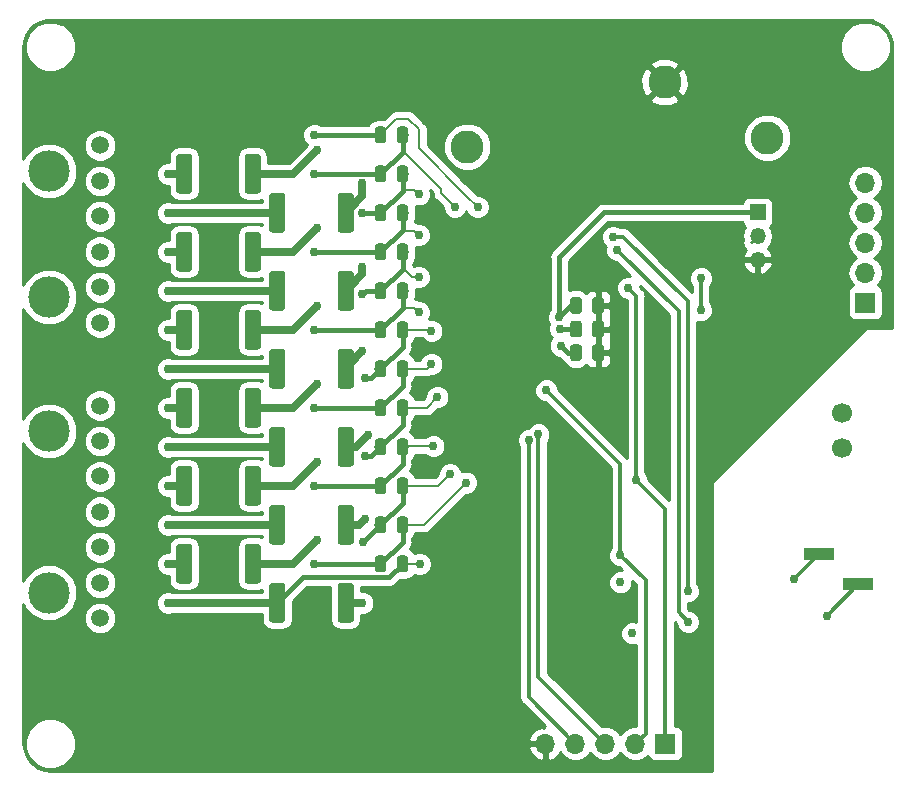
<source format=gbr>
%TF.GenerationSoftware,KiCad,Pcbnew,(5.0.0)*%
%TF.CreationDate,2019-03-22T20:17:49-05:00*%
%TF.ProjectId,BPSVoltage,425053566F6C746167652E6B69636164,rev?*%
%TF.SameCoordinates,Original*%
%TF.FileFunction,Copper,L2,Bot,Signal*%
%TF.FilePolarity,Positive*%
%FSLAX46Y46*%
G04 Gerber Fmt 4.6, Leading zero omitted, Abs format (unit mm)*
G04 Created by KiCad (PCBNEW (5.0.0)) date 03/22/19 20:17:49*
%MOMM*%
%LPD*%
G01*
G04 APERTURE LIST*
%ADD10C,1.700000*%
%ADD11O,1.350000X1.350000*%
%ADD12R,1.350000X1.350000*%
%ADD13C,0.100000*%
%ADD14C,0.975000*%
%ADD15R,1.700000X1.700000*%
%ADD16O,1.700000X1.700000*%
%ADD17C,1.350000*%
%ADD18C,2.800000*%
%ADD19C,1.500000*%
%ADD20C,3.500000*%
%ADD21R,2.510000X1.000000*%
%ADD22C,0.762000*%
%ADD23C,0.381000*%
%ADD24C,0.203200*%
%ADD25C,0.304800*%
%ADD26C,0.635000*%
%ADD27C,0.250000*%
%ADD28C,0.254000*%
G04 APERTURE END LIST*
D10*
X115000000Y-84000000D03*
X115000000Y-87000000D03*
D11*
X107882000Y-71028000D03*
X107882000Y-69028000D03*
D12*
X107882000Y-67028000D03*
D13*
G36*
X76213642Y-59753174D02*
X76237303Y-59756684D01*
X76260507Y-59762496D01*
X76283029Y-59770554D01*
X76304653Y-59780782D01*
X76325170Y-59793079D01*
X76344383Y-59807329D01*
X76362107Y-59823393D01*
X76378171Y-59841117D01*
X76392421Y-59860330D01*
X76404718Y-59880847D01*
X76414946Y-59902471D01*
X76423004Y-59924993D01*
X76428816Y-59948197D01*
X76432326Y-59971858D01*
X76433500Y-59995750D01*
X76433500Y-60908250D01*
X76432326Y-60932142D01*
X76428816Y-60955803D01*
X76423004Y-60979007D01*
X76414946Y-61001529D01*
X76404718Y-61023153D01*
X76392421Y-61043670D01*
X76378171Y-61062883D01*
X76362107Y-61080607D01*
X76344383Y-61096671D01*
X76325170Y-61110921D01*
X76304653Y-61123218D01*
X76283029Y-61133446D01*
X76260507Y-61141504D01*
X76237303Y-61147316D01*
X76213642Y-61150826D01*
X76189750Y-61152000D01*
X75702250Y-61152000D01*
X75678358Y-61150826D01*
X75654697Y-61147316D01*
X75631493Y-61141504D01*
X75608971Y-61133446D01*
X75587347Y-61123218D01*
X75566830Y-61110921D01*
X75547617Y-61096671D01*
X75529893Y-61080607D01*
X75513829Y-61062883D01*
X75499579Y-61043670D01*
X75487282Y-61023153D01*
X75477054Y-61001529D01*
X75468996Y-60979007D01*
X75463184Y-60955803D01*
X75459674Y-60932142D01*
X75458500Y-60908250D01*
X75458500Y-59995750D01*
X75459674Y-59971858D01*
X75463184Y-59948197D01*
X75468996Y-59924993D01*
X75477054Y-59902471D01*
X75487282Y-59880847D01*
X75499579Y-59860330D01*
X75513829Y-59841117D01*
X75529893Y-59823393D01*
X75547617Y-59807329D01*
X75566830Y-59793079D01*
X75587347Y-59780782D01*
X75608971Y-59770554D01*
X75631493Y-59762496D01*
X75654697Y-59756684D01*
X75678358Y-59753174D01*
X75702250Y-59752000D01*
X76189750Y-59752000D01*
X76213642Y-59753174D01*
X76213642Y-59753174D01*
G37*
D14*
X75946000Y-60452000D03*
D13*
G36*
X78088642Y-59753174D02*
X78112303Y-59756684D01*
X78135507Y-59762496D01*
X78158029Y-59770554D01*
X78179653Y-59780782D01*
X78200170Y-59793079D01*
X78219383Y-59807329D01*
X78237107Y-59823393D01*
X78253171Y-59841117D01*
X78267421Y-59860330D01*
X78279718Y-59880847D01*
X78289946Y-59902471D01*
X78298004Y-59924993D01*
X78303816Y-59948197D01*
X78307326Y-59971858D01*
X78308500Y-59995750D01*
X78308500Y-60908250D01*
X78307326Y-60932142D01*
X78303816Y-60955803D01*
X78298004Y-60979007D01*
X78289946Y-61001529D01*
X78279718Y-61023153D01*
X78267421Y-61043670D01*
X78253171Y-61062883D01*
X78237107Y-61080607D01*
X78219383Y-61096671D01*
X78200170Y-61110921D01*
X78179653Y-61123218D01*
X78158029Y-61133446D01*
X78135507Y-61141504D01*
X78112303Y-61147316D01*
X78088642Y-61150826D01*
X78064750Y-61152000D01*
X77577250Y-61152000D01*
X77553358Y-61150826D01*
X77529697Y-61147316D01*
X77506493Y-61141504D01*
X77483971Y-61133446D01*
X77462347Y-61123218D01*
X77441830Y-61110921D01*
X77422617Y-61096671D01*
X77404893Y-61080607D01*
X77388829Y-61062883D01*
X77374579Y-61043670D01*
X77362282Y-61023153D01*
X77352054Y-61001529D01*
X77343996Y-60979007D01*
X77338184Y-60955803D01*
X77334674Y-60932142D01*
X77333500Y-60908250D01*
X77333500Y-59995750D01*
X77334674Y-59971858D01*
X77338184Y-59948197D01*
X77343996Y-59924993D01*
X77352054Y-59902471D01*
X77362282Y-59880847D01*
X77374579Y-59860330D01*
X77388829Y-59841117D01*
X77404893Y-59823393D01*
X77422617Y-59807329D01*
X77441830Y-59793079D01*
X77462347Y-59780782D01*
X77483971Y-59770554D01*
X77506493Y-59762496D01*
X77529697Y-59756684D01*
X77553358Y-59753174D01*
X77577250Y-59752000D01*
X78064750Y-59752000D01*
X78088642Y-59753174D01*
X78088642Y-59753174D01*
G37*
D14*
X77821000Y-60452000D03*
D13*
G36*
X78088642Y-63055174D02*
X78112303Y-63058684D01*
X78135507Y-63064496D01*
X78158029Y-63072554D01*
X78179653Y-63082782D01*
X78200170Y-63095079D01*
X78219383Y-63109329D01*
X78237107Y-63125393D01*
X78253171Y-63143117D01*
X78267421Y-63162330D01*
X78279718Y-63182847D01*
X78289946Y-63204471D01*
X78298004Y-63226993D01*
X78303816Y-63250197D01*
X78307326Y-63273858D01*
X78308500Y-63297750D01*
X78308500Y-64210250D01*
X78307326Y-64234142D01*
X78303816Y-64257803D01*
X78298004Y-64281007D01*
X78289946Y-64303529D01*
X78279718Y-64325153D01*
X78267421Y-64345670D01*
X78253171Y-64364883D01*
X78237107Y-64382607D01*
X78219383Y-64398671D01*
X78200170Y-64412921D01*
X78179653Y-64425218D01*
X78158029Y-64435446D01*
X78135507Y-64443504D01*
X78112303Y-64449316D01*
X78088642Y-64452826D01*
X78064750Y-64454000D01*
X77577250Y-64454000D01*
X77553358Y-64452826D01*
X77529697Y-64449316D01*
X77506493Y-64443504D01*
X77483971Y-64435446D01*
X77462347Y-64425218D01*
X77441830Y-64412921D01*
X77422617Y-64398671D01*
X77404893Y-64382607D01*
X77388829Y-64364883D01*
X77374579Y-64345670D01*
X77362282Y-64325153D01*
X77352054Y-64303529D01*
X77343996Y-64281007D01*
X77338184Y-64257803D01*
X77334674Y-64234142D01*
X77333500Y-64210250D01*
X77333500Y-63297750D01*
X77334674Y-63273858D01*
X77338184Y-63250197D01*
X77343996Y-63226993D01*
X77352054Y-63204471D01*
X77362282Y-63182847D01*
X77374579Y-63162330D01*
X77388829Y-63143117D01*
X77404893Y-63125393D01*
X77422617Y-63109329D01*
X77441830Y-63095079D01*
X77462347Y-63082782D01*
X77483971Y-63072554D01*
X77506493Y-63064496D01*
X77529697Y-63058684D01*
X77553358Y-63055174D01*
X77577250Y-63054000D01*
X78064750Y-63054000D01*
X78088642Y-63055174D01*
X78088642Y-63055174D01*
G37*
D14*
X77821000Y-63754000D03*
D13*
G36*
X76213642Y-63055174D02*
X76237303Y-63058684D01*
X76260507Y-63064496D01*
X76283029Y-63072554D01*
X76304653Y-63082782D01*
X76325170Y-63095079D01*
X76344383Y-63109329D01*
X76362107Y-63125393D01*
X76378171Y-63143117D01*
X76392421Y-63162330D01*
X76404718Y-63182847D01*
X76414946Y-63204471D01*
X76423004Y-63226993D01*
X76428816Y-63250197D01*
X76432326Y-63273858D01*
X76433500Y-63297750D01*
X76433500Y-64210250D01*
X76432326Y-64234142D01*
X76428816Y-64257803D01*
X76423004Y-64281007D01*
X76414946Y-64303529D01*
X76404718Y-64325153D01*
X76392421Y-64345670D01*
X76378171Y-64364883D01*
X76362107Y-64382607D01*
X76344383Y-64398671D01*
X76325170Y-64412921D01*
X76304653Y-64425218D01*
X76283029Y-64435446D01*
X76260507Y-64443504D01*
X76237303Y-64449316D01*
X76213642Y-64452826D01*
X76189750Y-64454000D01*
X75702250Y-64454000D01*
X75678358Y-64452826D01*
X75654697Y-64449316D01*
X75631493Y-64443504D01*
X75608971Y-64435446D01*
X75587347Y-64425218D01*
X75566830Y-64412921D01*
X75547617Y-64398671D01*
X75529893Y-64382607D01*
X75513829Y-64364883D01*
X75499579Y-64345670D01*
X75487282Y-64325153D01*
X75477054Y-64303529D01*
X75468996Y-64281007D01*
X75463184Y-64257803D01*
X75459674Y-64234142D01*
X75458500Y-64210250D01*
X75458500Y-63297750D01*
X75459674Y-63273858D01*
X75463184Y-63250197D01*
X75468996Y-63226993D01*
X75477054Y-63204471D01*
X75487282Y-63182847D01*
X75499579Y-63162330D01*
X75513829Y-63143117D01*
X75529893Y-63125393D01*
X75547617Y-63109329D01*
X75566830Y-63095079D01*
X75587347Y-63082782D01*
X75608971Y-63072554D01*
X75631493Y-63064496D01*
X75654697Y-63058684D01*
X75678358Y-63055174D01*
X75702250Y-63054000D01*
X76189750Y-63054000D01*
X76213642Y-63055174D01*
X76213642Y-63055174D01*
G37*
D14*
X75946000Y-63754000D03*
D13*
G36*
X76213642Y-66357174D02*
X76237303Y-66360684D01*
X76260507Y-66366496D01*
X76283029Y-66374554D01*
X76304653Y-66384782D01*
X76325170Y-66397079D01*
X76344383Y-66411329D01*
X76362107Y-66427393D01*
X76378171Y-66445117D01*
X76392421Y-66464330D01*
X76404718Y-66484847D01*
X76414946Y-66506471D01*
X76423004Y-66528993D01*
X76428816Y-66552197D01*
X76432326Y-66575858D01*
X76433500Y-66599750D01*
X76433500Y-67512250D01*
X76432326Y-67536142D01*
X76428816Y-67559803D01*
X76423004Y-67583007D01*
X76414946Y-67605529D01*
X76404718Y-67627153D01*
X76392421Y-67647670D01*
X76378171Y-67666883D01*
X76362107Y-67684607D01*
X76344383Y-67700671D01*
X76325170Y-67714921D01*
X76304653Y-67727218D01*
X76283029Y-67737446D01*
X76260507Y-67745504D01*
X76237303Y-67751316D01*
X76213642Y-67754826D01*
X76189750Y-67756000D01*
X75702250Y-67756000D01*
X75678358Y-67754826D01*
X75654697Y-67751316D01*
X75631493Y-67745504D01*
X75608971Y-67737446D01*
X75587347Y-67727218D01*
X75566830Y-67714921D01*
X75547617Y-67700671D01*
X75529893Y-67684607D01*
X75513829Y-67666883D01*
X75499579Y-67647670D01*
X75487282Y-67627153D01*
X75477054Y-67605529D01*
X75468996Y-67583007D01*
X75463184Y-67559803D01*
X75459674Y-67536142D01*
X75458500Y-67512250D01*
X75458500Y-66599750D01*
X75459674Y-66575858D01*
X75463184Y-66552197D01*
X75468996Y-66528993D01*
X75477054Y-66506471D01*
X75487282Y-66484847D01*
X75499579Y-66464330D01*
X75513829Y-66445117D01*
X75529893Y-66427393D01*
X75547617Y-66411329D01*
X75566830Y-66397079D01*
X75587347Y-66384782D01*
X75608971Y-66374554D01*
X75631493Y-66366496D01*
X75654697Y-66360684D01*
X75678358Y-66357174D01*
X75702250Y-66356000D01*
X76189750Y-66356000D01*
X76213642Y-66357174D01*
X76213642Y-66357174D01*
G37*
D14*
X75946000Y-67056000D03*
D13*
G36*
X78088642Y-66357174D02*
X78112303Y-66360684D01*
X78135507Y-66366496D01*
X78158029Y-66374554D01*
X78179653Y-66384782D01*
X78200170Y-66397079D01*
X78219383Y-66411329D01*
X78237107Y-66427393D01*
X78253171Y-66445117D01*
X78267421Y-66464330D01*
X78279718Y-66484847D01*
X78289946Y-66506471D01*
X78298004Y-66528993D01*
X78303816Y-66552197D01*
X78307326Y-66575858D01*
X78308500Y-66599750D01*
X78308500Y-67512250D01*
X78307326Y-67536142D01*
X78303816Y-67559803D01*
X78298004Y-67583007D01*
X78289946Y-67605529D01*
X78279718Y-67627153D01*
X78267421Y-67647670D01*
X78253171Y-67666883D01*
X78237107Y-67684607D01*
X78219383Y-67700671D01*
X78200170Y-67714921D01*
X78179653Y-67727218D01*
X78158029Y-67737446D01*
X78135507Y-67745504D01*
X78112303Y-67751316D01*
X78088642Y-67754826D01*
X78064750Y-67756000D01*
X77577250Y-67756000D01*
X77553358Y-67754826D01*
X77529697Y-67751316D01*
X77506493Y-67745504D01*
X77483971Y-67737446D01*
X77462347Y-67727218D01*
X77441830Y-67714921D01*
X77422617Y-67700671D01*
X77404893Y-67684607D01*
X77388829Y-67666883D01*
X77374579Y-67647670D01*
X77362282Y-67627153D01*
X77352054Y-67605529D01*
X77343996Y-67583007D01*
X77338184Y-67559803D01*
X77334674Y-67536142D01*
X77333500Y-67512250D01*
X77333500Y-66599750D01*
X77334674Y-66575858D01*
X77338184Y-66552197D01*
X77343996Y-66528993D01*
X77352054Y-66506471D01*
X77362282Y-66484847D01*
X77374579Y-66464330D01*
X77388829Y-66445117D01*
X77404893Y-66427393D01*
X77422617Y-66411329D01*
X77441830Y-66397079D01*
X77462347Y-66384782D01*
X77483971Y-66374554D01*
X77506493Y-66366496D01*
X77529697Y-66360684D01*
X77553358Y-66357174D01*
X77577250Y-66356000D01*
X78064750Y-66356000D01*
X78088642Y-66357174D01*
X78088642Y-66357174D01*
G37*
D14*
X77821000Y-67056000D03*
D13*
G36*
X76213642Y-69659174D02*
X76237303Y-69662684D01*
X76260507Y-69668496D01*
X76283029Y-69676554D01*
X76304653Y-69686782D01*
X76325170Y-69699079D01*
X76344383Y-69713329D01*
X76362107Y-69729393D01*
X76378171Y-69747117D01*
X76392421Y-69766330D01*
X76404718Y-69786847D01*
X76414946Y-69808471D01*
X76423004Y-69830993D01*
X76428816Y-69854197D01*
X76432326Y-69877858D01*
X76433500Y-69901750D01*
X76433500Y-70814250D01*
X76432326Y-70838142D01*
X76428816Y-70861803D01*
X76423004Y-70885007D01*
X76414946Y-70907529D01*
X76404718Y-70929153D01*
X76392421Y-70949670D01*
X76378171Y-70968883D01*
X76362107Y-70986607D01*
X76344383Y-71002671D01*
X76325170Y-71016921D01*
X76304653Y-71029218D01*
X76283029Y-71039446D01*
X76260507Y-71047504D01*
X76237303Y-71053316D01*
X76213642Y-71056826D01*
X76189750Y-71058000D01*
X75702250Y-71058000D01*
X75678358Y-71056826D01*
X75654697Y-71053316D01*
X75631493Y-71047504D01*
X75608971Y-71039446D01*
X75587347Y-71029218D01*
X75566830Y-71016921D01*
X75547617Y-71002671D01*
X75529893Y-70986607D01*
X75513829Y-70968883D01*
X75499579Y-70949670D01*
X75487282Y-70929153D01*
X75477054Y-70907529D01*
X75468996Y-70885007D01*
X75463184Y-70861803D01*
X75459674Y-70838142D01*
X75458500Y-70814250D01*
X75458500Y-69901750D01*
X75459674Y-69877858D01*
X75463184Y-69854197D01*
X75468996Y-69830993D01*
X75477054Y-69808471D01*
X75487282Y-69786847D01*
X75499579Y-69766330D01*
X75513829Y-69747117D01*
X75529893Y-69729393D01*
X75547617Y-69713329D01*
X75566830Y-69699079D01*
X75587347Y-69686782D01*
X75608971Y-69676554D01*
X75631493Y-69668496D01*
X75654697Y-69662684D01*
X75678358Y-69659174D01*
X75702250Y-69658000D01*
X76189750Y-69658000D01*
X76213642Y-69659174D01*
X76213642Y-69659174D01*
G37*
D14*
X75946000Y-70358000D03*
D13*
G36*
X78088642Y-69659174D02*
X78112303Y-69662684D01*
X78135507Y-69668496D01*
X78158029Y-69676554D01*
X78179653Y-69686782D01*
X78200170Y-69699079D01*
X78219383Y-69713329D01*
X78237107Y-69729393D01*
X78253171Y-69747117D01*
X78267421Y-69766330D01*
X78279718Y-69786847D01*
X78289946Y-69808471D01*
X78298004Y-69830993D01*
X78303816Y-69854197D01*
X78307326Y-69877858D01*
X78308500Y-69901750D01*
X78308500Y-70814250D01*
X78307326Y-70838142D01*
X78303816Y-70861803D01*
X78298004Y-70885007D01*
X78289946Y-70907529D01*
X78279718Y-70929153D01*
X78267421Y-70949670D01*
X78253171Y-70968883D01*
X78237107Y-70986607D01*
X78219383Y-71002671D01*
X78200170Y-71016921D01*
X78179653Y-71029218D01*
X78158029Y-71039446D01*
X78135507Y-71047504D01*
X78112303Y-71053316D01*
X78088642Y-71056826D01*
X78064750Y-71058000D01*
X77577250Y-71058000D01*
X77553358Y-71056826D01*
X77529697Y-71053316D01*
X77506493Y-71047504D01*
X77483971Y-71039446D01*
X77462347Y-71029218D01*
X77441830Y-71016921D01*
X77422617Y-71002671D01*
X77404893Y-70986607D01*
X77388829Y-70968883D01*
X77374579Y-70949670D01*
X77362282Y-70929153D01*
X77352054Y-70907529D01*
X77343996Y-70885007D01*
X77338184Y-70861803D01*
X77334674Y-70838142D01*
X77333500Y-70814250D01*
X77333500Y-69901750D01*
X77334674Y-69877858D01*
X77338184Y-69854197D01*
X77343996Y-69830993D01*
X77352054Y-69808471D01*
X77362282Y-69786847D01*
X77374579Y-69766330D01*
X77388829Y-69747117D01*
X77404893Y-69729393D01*
X77422617Y-69713329D01*
X77441830Y-69699079D01*
X77462347Y-69686782D01*
X77483971Y-69676554D01*
X77506493Y-69668496D01*
X77529697Y-69662684D01*
X77553358Y-69659174D01*
X77577250Y-69658000D01*
X78064750Y-69658000D01*
X78088642Y-69659174D01*
X78088642Y-69659174D01*
G37*
D14*
X77821000Y-70358000D03*
D13*
G36*
X78088642Y-72961174D02*
X78112303Y-72964684D01*
X78135507Y-72970496D01*
X78158029Y-72978554D01*
X78179653Y-72988782D01*
X78200170Y-73001079D01*
X78219383Y-73015329D01*
X78237107Y-73031393D01*
X78253171Y-73049117D01*
X78267421Y-73068330D01*
X78279718Y-73088847D01*
X78289946Y-73110471D01*
X78298004Y-73132993D01*
X78303816Y-73156197D01*
X78307326Y-73179858D01*
X78308500Y-73203750D01*
X78308500Y-74116250D01*
X78307326Y-74140142D01*
X78303816Y-74163803D01*
X78298004Y-74187007D01*
X78289946Y-74209529D01*
X78279718Y-74231153D01*
X78267421Y-74251670D01*
X78253171Y-74270883D01*
X78237107Y-74288607D01*
X78219383Y-74304671D01*
X78200170Y-74318921D01*
X78179653Y-74331218D01*
X78158029Y-74341446D01*
X78135507Y-74349504D01*
X78112303Y-74355316D01*
X78088642Y-74358826D01*
X78064750Y-74360000D01*
X77577250Y-74360000D01*
X77553358Y-74358826D01*
X77529697Y-74355316D01*
X77506493Y-74349504D01*
X77483971Y-74341446D01*
X77462347Y-74331218D01*
X77441830Y-74318921D01*
X77422617Y-74304671D01*
X77404893Y-74288607D01*
X77388829Y-74270883D01*
X77374579Y-74251670D01*
X77362282Y-74231153D01*
X77352054Y-74209529D01*
X77343996Y-74187007D01*
X77338184Y-74163803D01*
X77334674Y-74140142D01*
X77333500Y-74116250D01*
X77333500Y-73203750D01*
X77334674Y-73179858D01*
X77338184Y-73156197D01*
X77343996Y-73132993D01*
X77352054Y-73110471D01*
X77362282Y-73088847D01*
X77374579Y-73068330D01*
X77388829Y-73049117D01*
X77404893Y-73031393D01*
X77422617Y-73015329D01*
X77441830Y-73001079D01*
X77462347Y-72988782D01*
X77483971Y-72978554D01*
X77506493Y-72970496D01*
X77529697Y-72964684D01*
X77553358Y-72961174D01*
X77577250Y-72960000D01*
X78064750Y-72960000D01*
X78088642Y-72961174D01*
X78088642Y-72961174D01*
G37*
D14*
X77821000Y-73660000D03*
D13*
G36*
X76213642Y-72961174D02*
X76237303Y-72964684D01*
X76260507Y-72970496D01*
X76283029Y-72978554D01*
X76304653Y-72988782D01*
X76325170Y-73001079D01*
X76344383Y-73015329D01*
X76362107Y-73031393D01*
X76378171Y-73049117D01*
X76392421Y-73068330D01*
X76404718Y-73088847D01*
X76414946Y-73110471D01*
X76423004Y-73132993D01*
X76428816Y-73156197D01*
X76432326Y-73179858D01*
X76433500Y-73203750D01*
X76433500Y-74116250D01*
X76432326Y-74140142D01*
X76428816Y-74163803D01*
X76423004Y-74187007D01*
X76414946Y-74209529D01*
X76404718Y-74231153D01*
X76392421Y-74251670D01*
X76378171Y-74270883D01*
X76362107Y-74288607D01*
X76344383Y-74304671D01*
X76325170Y-74318921D01*
X76304653Y-74331218D01*
X76283029Y-74341446D01*
X76260507Y-74349504D01*
X76237303Y-74355316D01*
X76213642Y-74358826D01*
X76189750Y-74360000D01*
X75702250Y-74360000D01*
X75678358Y-74358826D01*
X75654697Y-74355316D01*
X75631493Y-74349504D01*
X75608971Y-74341446D01*
X75587347Y-74331218D01*
X75566830Y-74318921D01*
X75547617Y-74304671D01*
X75529893Y-74288607D01*
X75513829Y-74270883D01*
X75499579Y-74251670D01*
X75487282Y-74231153D01*
X75477054Y-74209529D01*
X75468996Y-74187007D01*
X75463184Y-74163803D01*
X75459674Y-74140142D01*
X75458500Y-74116250D01*
X75458500Y-73203750D01*
X75459674Y-73179858D01*
X75463184Y-73156197D01*
X75468996Y-73132993D01*
X75477054Y-73110471D01*
X75487282Y-73088847D01*
X75499579Y-73068330D01*
X75513829Y-73049117D01*
X75529893Y-73031393D01*
X75547617Y-73015329D01*
X75566830Y-73001079D01*
X75587347Y-72988782D01*
X75608971Y-72978554D01*
X75631493Y-72970496D01*
X75654697Y-72964684D01*
X75678358Y-72961174D01*
X75702250Y-72960000D01*
X76189750Y-72960000D01*
X76213642Y-72961174D01*
X76213642Y-72961174D01*
G37*
D14*
X75946000Y-73660000D03*
D13*
G36*
X92767642Y-78201174D02*
X92791303Y-78204684D01*
X92814507Y-78210496D01*
X92837029Y-78218554D01*
X92858653Y-78228782D01*
X92879170Y-78241079D01*
X92898383Y-78255329D01*
X92916107Y-78271393D01*
X92932171Y-78289117D01*
X92946421Y-78308330D01*
X92958718Y-78328847D01*
X92968946Y-78350471D01*
X92977004Y-78372993D01*
X92982816Y-78396197D01*
X92986326Y-78419858D01*
X92987500Y-78443750D01*
X92987500Y-79356250D01*
X92986326Y-79380142D01*
X92982816Y-79403803D01*
X92977004Y-79427007D01*
X92968946Y-79449529D01*
X92958718Y-79471153D01*
X92946421Y-79491670D01*
X92932171Y-79510883D01*
X92916107Y-79528607D01*
X92898383Y-79544671D01*
X92879170Y-79558921D01*
X92858653Y-79571218D01*
X92837029Y-79581446D01*
X92814507Y-79589504D01*
X92791303Y-79595316D01*
X92767642Y-79598826D01*
X92743750Y-79600000D01*
X92256250Y-79600000D01*
X92232358Y-79598826D01*
X92208697Y-79595316D01*
X92185493Y-79589504D01*
X92162971Y-79581446D01*
X92141347Y-79571218D01*
X92120830Y-79558921D01*
X92101617Y-79544671D01*
X92083893Y-79528607D01*
X92067829Y-79510883D01*
X92053579Y-79491670D01*
X92041282Y-79471153D01*
X92031054Y-79449529D01*
X92022996Y-79427007D01*
X92017184Y-79403803D01*
X92013674Y-79380142D01*
X92012500Y-79356250D01*
X92012500Y-78443750D01*
X92013674Y-78419858D01*
X92017184Y-78396197D01*
X92022996Y-78372993D01*
X92031054Y-78350471D01*
X92041282Y-78328847D01*
X92053579Y-78308330D01*
X92067829Y-78289117D01*
X92083893Y-78271393D01*
X92101617Y-78255329D01*
X92120830Y-78241079D01*
X92141347Y-78228782D01*
X92162971Y-78218554D01*
X92185493Y-78210496D01*
X92208697Y-78204684D01*
X92232358Y-78201174D01*
X92256250Y-78200000D01*
X92743750Y-78200000D01*
X92767642Y-78201174D01*
X92767642Y-78201174D01*
G37*
D14*
X92500000Y-78900000D03*
D13*
G36*
X94642642Y-78201174D02*
X94666303Y-78204684D01*
X94689507Y-78210496D01*
X94712029Y-78218554D01*
X94733653Y-78228782D01*
X94754170Y-78241079D01*
X94773383Y-78255329D01*
X94791107Y-78271393D01*
X94807171Y-78289117D01*
X94821421Y-78308330D01*
X94833718Y-78328847D01*
X94843946Y-78350471D01*
X94852004Y-78372993D01*
X94857816Y-78396197D01*
X94861326Y-78419858D01*
X94862500Y-78443750D01*
X94862500Y-79356250D01*
X94861326Y-79380142D01*
X94857816Y-79403803D01*
X94852004Y-79427007D01*
X94843946Y-79449529D01*
X94833718Y-79471153D01*
X94821421Y-79491670D01*
X94807171Y-79510883D01*
X94791107Y-79528607D01*
X94773383Y-79544671D01*
X94754170Y-79558921D01*
X94733653Y-79571218D01*
X94712029Y-79581446D01*
X94689507Y-79589504D01*
X94666303Y-79595316D01*
X94642642Y-79598826D01*
X94618750Y-79600000D01*
X94131250Y-79600000D01*
X94107358Y-79598826D01*
X94083697Y-79595316D01*
X94060493Y-79589504D01*
X94037971Y-79581446D01*
X94016347Y-79571218D01*
X93995830Y-79558921D01*
X93976617Y-79544671D01*
X93958893Y-79528607D01*
X93942829Y-79510883D01*
X93928579Y-79491670D01*
X93916282Y-79471153D01*
X93906054Y-79449529D01*
X93897996Y-79427007D01*
X93892184Y-79403803D01*
X93888674Y-79380142D01*
X93887500Y-79356250D01*
X93887500Y-78443750D01*
X93888674Y-78419858D01*
X93892184Y-78396197D01*
X93897996Y-78372993D01*
X93906054Y-78350471D01*
X93916282Y-78328847D01*
X93928579Y-78308330D01*
X93942829Y-78289117D01*
X93958893Y-78271393D01*
X93976617Y-78255329D01*
X93995830Y-78241079D01*
X94016347Y-78228782D01*
X94037971Y-78218554D01*
X94060493Y-78210496D01*
X94083697Y-78204684D01*
X94107358Y-78201174D01*
X94131250Y-78200000D01*
X94618750Y-78200000D01*
X94642642Y-78201174D01*
X94642642Y-78201174D01*
G37*
D14*
X94375000Y-78900000D03*
D13*
G36*
X94642642Y-76201174D02*
X94666303Y-76204684D01*
X94689507Y-76210496D01*
X94712029Y-76218554D01*
X94733653Y-76228782D01*
X94754170Y-76241079D01*
X94773383Y-76255329D01*
X94791107Y-76271393D01*
X94807171Y-76289117D01*
X94821421Y-76308330D01*
X94833718Y-76328847D01*
X94843946Y-76350471D01*
X94852004Y-76372993D01*
X94857816Y-76396197D01*
X94861326Y-76419858D01*
X94862500Y-76443750D01*
X94862500Y-77356250D01*
X94861326Y-77380142D01*
X94857816Y-77403803D01*
X94852004Y-77427007D01*
X94843946Y-77449529D01*
X94833718Y-77471153D01*
X94821421Y-77491670D01*
X94807171Y-77510883D01*
X94791107Y-77528607D01*
X94773383Y-77544671D01*
X94754170Y-77558921D01*
X94733653Y-77571218D01*
X94712029Y-77581446D01*
X94689507Y-77589504D01*
X94666303Y-77595316D01*
X94642642Y-77598826D01*
X94618750Y-77600000D01*
X94131250Y-77600000D01*
X94107358Y-77598826D01*
X94083697Y-77595316D01*
X94060493Y-77589504D01*
X94037971Y-77581446D01*
X94016347Y-77571218D01*
X93995830Y-77558921D01*
X93976617Y-77544671D01*
X93958893Y-77528607D01*
X93942829Y-77510883D01*
X93928579Y-77491670D01*
X93916282Y-77471153D01*
X93906054Y-77449529D01*
X93897996Y-77427007D01*
X93892184Y-77403803D01*
X93888674Y-77380142D01*
X93887500Y-77356250D01*
X93887500Y-76443750D01*
X93888674Y-76419858D01*
X93892184Y-76396197D01*
X93897996Y-76372993D01*
X93906054Y-76350471D01*
X93916282Y-76328847D01*
X93928579Y-76308330D01*
X93942829Y-76289117D01*
X93958893Y-76271393D01*
X93976617Y-76255329D01*
X93995830Y-76241079D01*
X94016347Y-76228782D01*
X94037971Y-76218554D01*
X94060493Y-76210496D01*
X94083697Y-76204684D01*
X94107358Y-76201174D01*
X94131250Y-76200000D01*
X94618750Y-76200000D01*
X94642642Y-76201174D01*
X94642642Y-76201174D01*
G37*
D14*
X94375000Y-76900000D03*
D13*
G36*
X92767642Y-76201174D02*
X92791303Y-76204684D01*
X92814507Y-76210496D01*
X92837029Y-76218554D01*
X92858653Y-76228782D01*
X92879170Y-76241079D01*
X92898383Y-76255329D01*
X92916107Y-76271393D01*
X92932171Y-76289117D01*
X92946421Y-76308330D01*
X92958718Y-76328847D01*
X92968946Y-76350471D01*
X92977004Y-76372993D01*
X92982816Y-76396197D01*
X92986326Y-76419858D01*
X92987500Y-76443750D01*
X92987500Y-77356250D01*
X92986326Y-77380142D01*
X92982816Y-77403803D01*
X92977004Y-77427007D01*
X92968946Y-77449529D01*
X92958718Y-77471153D01*
X92946421Y-77491670D01*
X92932171Y-77510883D01*
X92916107Y-77528607D01*
X92898383Y-77544671D01*
X92879170Y-77558921D01*
X92858653Y-77571218D01*
X92837029Y-77581446D01*
X92814507Y-77589504D01*
X92791303Y-77595316D01*
X92767642Y-77598826D01*
X92743750Y-77600000D01*
X92256250Y-77600000D01*
X92232358Y-77598826D01*
X92208697Y-77595316D01*
X92185493Y-77589504D01*
X92162971Y-77581446D01*
X92141347Y-77571218D01*
X92120830Y-77558921D01*
X92101617Y-77544671D01*
X92083893Y-77528607D01*
X92067829Y-77510883D01*
X92053579Y-77491670D01*
X92041282Y-77471153D01*
X92031054Y-77449529D01*
X92022996Y-77427007D01*
X92017184Y-77403803D01*
X92013674Y-77380142D01*
X92012500Y-77356250D01*
X92012500Y-76443750D01*
X92013674Y-76419858D01*
X92017184Y-76396197D01*
X92022996Y-76372993D01*
X92031054Y-76350471D01*
X92041282Y-76328847D01*
X92053579Y-76308330D01*
X92067829Y-76289117D01*
X92083893Y-76271393D01*
X92101617Y-76255329D01*
X92120830Y-76241079D01*
X92141347Y-76228782D01*
X92162971Y-76218554D01*
X92185493Y-76210496D01*
X92208697Y-76204684D01*
X92232358Y-76201174D01*
X92256250Y-76200000D01*
X92743750Y-76200000D01*
X92767642Y-76201174D01*
X92767642Y-76201174D01*
G37*
D14*
X92500000Y-76900000D03*
D13*
G36*
X92767642Y-74201174D02*
X92791303Y-74204684D01*
X92814507Y-74210496D01*
X92837029Y-74218554D01*
X92858653Y-74228782D01*
X92879170Y-74241079D01*
X92898383Y-74255329D01*
X92916107Y-74271393D01*
X92932171Y-74289117D01*
X92946421Y-74308330D01*
X92958718Y-74328847D01*
X92968946Y-74350471D01*
X92977004Y-74372993D01*
X92982816Y-74396197D01*
X92986326Y-74419858D01*
X92987500Y-74443750D01*
X92987500Y-75356250D01*
X92986326Y-75380142D01*
X92982816Y-75403803D01*
X92977004Y-75427007D01*
X92968946Y-75449529D01*
X92958718Y-75471153D01*
X92946421Y-75491670D01*
X92932171Y-75510883D01*
X92916107Y-75528607D01*
X92898383Y-75544671D01*
X92879170Y-75558921D01*
X92858653Y-75571218D01*
X92837029Y-75581446D01*
X92814507Y-75589504D01*
X92791303Y-75595316D01*
X92767642Y-75598826D01*
X92743750Y-75600000D01*
X92256250Y-75600000D01*
X92232358Y-75598826D01*
X92208697Y-75595316D01*
X92185493Y-75589504D01*
X92162971Y-75581446D01*
X92141347Y-75571218D01*
X92120830Y-75558921D01*
X92101617Y-75544671D01*
X92083893Y-75528607D01*
X92067829Y-75510883D01*
X92053579Y-75491670D01*
X92041282Y-75471153D01*
X92031054Y-75449529D01*
X92022996Y-75427007D01*
X92017184Y-75403803D01*
X92013674Y-75380142D01*
X92012500Y-75356250D01*
X92012500Y-74443750D01*
X92013674Y-74419858D01*
X92017184Y-74396197D01*
X92022996Y-74372993D01*
X92031054Y-74350471D01*
X92041282Y-74328847D01*
X92053579Y-74308330D01*
X92067829Y-74289117D01*
X92083893Y-74271393D01*
X92101617Y-74255329D01*
X92120830Y-74241079D01*
X92141347Y-74228782D01*
X92162971Y-74218554D01*
X92185493Y-74210496D01*
X92208697Y-74204684D01*
X92232358Y-74201174D01*
X92256250Y-74200000D01*
X92743750Y-74200000D01*
X92767642Y-74201174D01*
X92767642Y-74201174D01*
G37*
D14*
X92500000Y-74900000D03*
D13*
G36*
X94642642Y-74201174D02*
X94666303Y-74204684D01*
X94689507Y-74210496D01*
X94712029Y-74218554D01*
X94733653Y-74228782D01*
X94754170Y-74241079D01*
X94773383Y-74255329D01*
X94791107Y-74271393D01*
X94807171Y-74289117D01*
X94821421Y-74308330D01*
X94833718Y-74328847D01*
X94843946Y-74350471D01*
X94852004Y-74372993D01*
X94857816Y-74396197D01*
X94861326Y-74419858D01*
X94862500Y-74443750D01*
X94862500Y-75356250D01*
X94861326Y-75380142D01*
X94857816Y-75403803D01*
X94852004Y-75427007D01*
X94843946Y-75449529D01*
X94833718Y-75471153D01*
X94821421Y-75491670D01*
X94807171Y-75510883D01*
X94791107Y-75528607D01*
X94773383Y-75544671D01*
X94754170Y-75558921D01*
X94733653Y-75571218D01*
X94712029Y-75581446D01*
X94689507Y-75589504D01*
X94666303Y-75595316D01*
X94642642Y-75598826D01*
X94618750Y-75600000D01*
X94131250Y-75600000D01*
X94107358Y-75598826D01*
X94083697Y-75595316D01*
X94060493Y-75589504D01*
X94037971Y-75581446D01*
X94016347Y-75571218D01*
X93995830Y-75558921D01*
X93976617Y-75544671D01*
X93958893Y-75528607D01*
X93942829Y-75510883D01*
X93928579Y-75491670D01*
X93916282Y-75471153D01*
X93906054Y-75449529D01*
X93897996Y-75427007D01*
X93892184Y-75403803D01*
X93888674Y-75380142D01*
X93887500Y-75356250D01*
X93887500Y-74443750D01*
X93888674Y-74419858D01*
X93892184Y-74396197D01*
X93897996Y-74372993D01*
X93906054Y-74350471D01*
X93916282Y-74328847D01*
X93928579Y-74308330D01*
X93942829Y-74289117D01*
X93958893Y-74271393D01*
X93976617Y-74255329D01*
X93995830Y-74241079D01*
X94016347Y-74228782D01*
X94037971Y-74218554D01*
X94060493Y-74210496D01*
X94083697Y-74204684D01*
X94107358Y-74201174D01*
X94131250Y-74200000D01*
X94618750Y-74200000D01*
X94642642Y-74201174D01*
X94642642Y-74201174D01*
G37*
D14*
X94375000Y-74900000D03*
D13*
G36*
X76213642Y-76263174D02*
X76237303Y-76266684D01*
X76260507Y-76272496D01*
X76283029Y-76280554D01*
X76304653Y-76290782D01*
X76325170Y-76303079D01*
X76344383Y-76317329D01*
X76362107Y-76333393D01*
X76378171Y-76351117D01*
X76392421Y-76370330D01*
X76404718Y-76390847D01*
X76414946Y-76412471D01*
X76423004Y-76434993D01*
X76428816Y-76458197D01*
X76432326Y-76481858D01*
X76433500Y-76505750D01*
X76433500Y-77418250D01*
X76432326Y-77442142D01*
X76428816Y-77465803D01*
X76423004Y-77489007D01*
X76414946Y-77511529D01*
X76404718Y-77533153D01*
X76392421Y-77553670D01*
X76378171Y-77572883D01*
X76362107Y-77590607D01*
X76344383Y-77606671D01*
X76325170Y-77620921D01*
X76304653Y-77633218D01*
X76283029Y-77643446D01*
X76260507Y-77651504D01*
X76237303Y-77657316D01*
X76213642Y-77660826D01*
X76189750Y-77662000D01*
X75702250Y-77662000D01*
X75678358Y-77660826D01*
X75654697Y-77657316D01*
X75631493Y-77651504D01*
X75608971Y-77643446D01*
X75587347Y-77633218D01*
X75566830Y-77620921D01*
X75547617Y-77606671D01*
X75529893Y-77590607D01*
X75513829Y-77572883D01*
X75499579Y-77553670D01*
X75487282Y-77533153D01*
X75477054Y-77511529D01*
X75468996Y-77489007D01*
X75463184Y-77465803D01*
X75459674Y-77442142D01*
X75458500Y-77418250D01*
X75458500Y-76505750D01*
X75459674Y-76481858D01*
X75463184Y-76458197D01*
X75468996Y-76434993D01*
X75477054Y-76412471D01*
X75487282Y-76390847D01*
X75499579Y-76370330D01*
X75513829Y-76351117D01*
X75529893Y-76333393D01*
X75547617Y-76317329D01*
X75566830Y-76303079D01*
X75587347Y-76290782D01*
X75608971Y-76280554D01*
X75631493Y-76272496D01*
X75654697Y-76266684D01*
X75678358Y-76263174D01*
X75702250Y-76262000D01*
X76189750Y-76262000D01*
X76213642Y-76263174D01*
X76213642Y-76263174D01*
G37*
D14*
X75946000Y-76962000D03*
D13*
G36*
X78088642Y-76263174D02*
X78112303Y-76266684D01*
X78135507Y-76272496D01*
X78158029Y-76280554D01*
X78179653Y-76290782D01*
X78200170Y-76303079D01*
X78219383Y-76317329D01*
X78237107Y-76333393D01*
X78253171Y-76351117D01*
X78267421Y-76370330D01*
X78279718Y-76390847D01*
X78289946Y-76412471D01*
X78298004Y-76434993D01*
X78303816Y-76458197D01*
X78307326Y-76481858D01*
X78308500Y-76505750D01*
X78308500Y-77418250D01*
X78307326Y-77442142D01*
X78303816Y-77465803D01*
X78298004Y-77489007D01*
X78289946Y-77511529D01*
X78279718Y-77533153D01*
X78267421Y-77553670D01*
X78253171Y-77572883D01*
X78237107Y-77590607D01*
X78219383Y-77606671D01*
X78200170Y-77620921D01*
X78179653Y-77633218D01*
X78158029Y-77643446D01*
X78135507Y-77651504D01*
X78112303Y-77657316D01*
X78088642Y-77660826D01*
X78064750Y-77662000D01*
X77577250Y-77662000D01*
X77553358Y-77660826D01*
X77529697Y-77657316D01*
X77506493Y-77651504D01*
X77483971Y-77643446D01*
X77462347Y-77633218D01*
X77441830Y-77620921D01*
X77422617Y-77606671D01*
X77404893Y-77590607D01*
X77388829Y-77572883D01*
X77374579Y-77553670D01*
X77362282Y-77533153D01*
X77352054Y-77511529D01*
X77343996Y-77489007D01*
X77338184Y-77465803D01*
X77334674Y-77442142D01*
X77333500Y-77418250D01*
X77333500Y-76505750D01*
X77334674Y-76481858D01*
X77338184Y-76458197D01*
X77343996Y-76434993D01*
X77352054Y-76412471D01*
X77362282Y-76390847D01*
X77374579Y-76370330D01*
X77388829Y-76351117D01*
X77404893Y-76333393D01*
X77422617Y-76317329D01*
X77441830Y-76303079D01*
X77462347Y-76290782D01*
X77483971Y-76280554D01*
X77506493Y-76272496D01*
X77529697Y-76266684D01*
X77553358Y-76263174D01*
X77577250Y-76262000D01*
X78064750Y-76262000D01*
X78088642Y-76263174D01*
X78088642Y-76263174D01*
G37*
D14*
X77821000Y-76962000D03*
D13*
G36*
X76213642Y-79565174D02*
X76237303Y-79568684D01*
X76260507Y-79574496D01*
X76283029Y-79582554D01*
X76304653Y-79592782D01*
X76325170Y-79605079D01*
X76344383Y-79619329D01*
X76362107Y-79635393D01*
X76378171Y-79653117D01*
X76392421Y-79672330D01*
X76404718Y-79692847D01*
X76414946Y-79714471D01*
X76423004Y-79736993D01*
X76428816Y-79760197D01*
X76432326Y-79783858D01*
X76433500Y-79807750D01*
X76433500Y-80720250D01*
X76432326Y-80744142D01*
X76428816Y-80767803D01*
X76423004Y-80791007D01*
X76414946Y-80813529D01*
X76404718Y-80835153D01*
X76392421Y-80855670D01*
X76378171Y-80874883D01*
X76362107Y-80892607D01*
X76344383Y-80908671D01*
X76325170Y-80922921D01*
X76304653Y-80935218D01*
X76283029Y-80945446D01*
X76260507Y-80953504D01*
X76237303Y-80959316D01*
X76213642Y-80962826D01*
X76189750Y-80964000D01*
X75702250Y-80964000D01*
X75678358Y-80962826D01*
X75654697Y-80959316D01*
X75631493Y-80953504D01*
X75608971Y-80945446D01*
X75587347Y-80935218D01*
X75566830Y-80922921D01*
X75547617Y-80908671D01*
X75529893Y-80892607D01*
X75513829Y-80874883D01*
X75499579Y-80855670D01*
X75487282Y-80835153D01*
X75477054Y-80813529D01*
X75468996Y-80791007D01*
X75463184Y-80767803D01*
X75459674Y-80744142D01*
X75458500Y-80720250D01*
X75458500Y-79807750D01*
X75459674Y-79783858D01*
X75463184Y-79760197D01*
X75468996Y-79736993D01*
X75477054Y-79714471D01*
X75487282Y-79692847D01*
X75499579Y-79672330D01*
X75513829Y-79653117D01*
X75529893Y-79635393D01*
X75547617Y-79619329D01*
X75566830Y-79605079D01*
X75587347Y-79592782D01*
X75608971Y-79582554D01*
X75631493Y-79574496D01*
X75654697Y-79568684D01*
X75678358Y-79565174D01*
X75702250Y-79564000D01*
X76189750Y-79564000D01*
X76213642Y-79565174D01*
X76213642Y-79565174D01*
G37*
D14*
X75946000Y-80264000D03*
D13*
G36*
X78088642Y-79565174D02*
X78112303Y-79568684D01*
X78135507Y-79574496D01*
X78158029Y-79582554D01*
X78179653Y-79592782D01*
X78200170Y-79605079D01*
X78219383Y-79619329D01*
X78237107Y-79635393D01*
X78253171Y-79653117D01*
X78267421Y-79672330D01*
X78279718Y-79692847D01*
X78289946Y-79714471D01*
X78298004Y-79736993D01*
X78303816Y-79760197D01*
X78307326Y-79783858D01*
X78308500Y-79807750D01*
X78308500Y-80720250D01*
X78307326Y-80744142D01*
X78303816Y-80767803D01*
X78298004Y-80791007D01*
X78289946Y-80813529D01*
X78279718Y-80835153D01*
X78267421Y-80855670D01*
X78253171Y-80874883D01*
X78237107Y-80892607D01*
X78219383Y-80908671D01*
X78200170Y-80922921D01*
X78179653Y-80935218D01*
X78158029Y-80945446D01*
X78135507Y-80953504D01*
X78112303Y-80959316D01*
X78088642Y-80962826D01*
X78064750Y-80964000D01*
X77577250Y-80964000D01*
X77553358Y-80962826D01*
X77529697Y-80959316D01*
X77506493Y-80953504D01*
X77483971Y-80945446D01*
X77462347Y-80935218D01*
X77441830Y-80922921D01*
X77422617Y-80908671D01*
X77404893Y-80892607D01*
X77388829Y-80874883D01*
X77374579Y-80855670D01*
X77362282Y-80835153D01*
X77352054Y-80813529D01*
X77343996Y-80791007D01*
X77338184Y-80767803D01*
X77334674Y-80744142D01*
X77333500Y-80720250D01*
X77333500Y-79807750D01*
X77334674Y-79783858D01*
X77338184Y-79760197D01*
X77343996Y-79736993D01*
X77352054Y-79714471D01*
X77362282Y-79692847D01*
X77374579Y-79672330D01*
X77388829Y-79653117D01*
X77404893Y-79635393D01*
X77422617Y-79619329D01*
X77441830Y-79605079D01*
X77462347Y-79592782D01*
X77483971Y-79582554D01*
X77506493Y-79574496D01*
X77529697Y-79568684D01*
X77553358Y-79565174D01*
X77577250Y-79564000D01*
X78064750Y-79564000D01*
X78088642Y-79565174D01*
X78088642Y-79565174D01*
G37*
D14*
X77821000Y-80264000D03*
D13*
G36*
X78088642Y-82867174D02*
X78112303Y-82870684D01*
X78135507Y-82876496D01*
X78158029Y-82884554D01*
X78179653Y-82894782D01*
X78200170Y-82907079D01*
X78219383Y-82921329D01*
X78237107Y-82937393D01*
X78253171Y-82955117D01*
X78267421Y-82974330D01*
X78279718Y-82994847D01*
X78289946Y-83016471D01*
X78298004Y-83038993D01*
X78303816Y-83062197D01*
X78307326Y-83085858D01*
X78308500Y-83109750D01*
X78308500Y-84022250D01*
X78307326Y-84046142D01*
X78303816Y-84069803D01*
X78298004Y-84093007D01*
X78289946Y-84115529D01*
X78279718Y-84137153D01*
X78267421Y-84157670D01*
X78253171Y-84176883D01*
X78237107Y-84194607D01*
X78219383Y-84210671D01*
X78200170Y-84224921D01*
X78179653Y-84237218D01*
X78158029Y-84247446D01*
X78135507Y-84255504D01*
X78112303Y-84261316D01*
X78088642Y-84264826D01*
X78064750Y-84266000D01*
X77577250Y-84266000D01*
X77553358Y-84264826D01*
X77529697Y-84261316D01*
X77506493Y-84255504D01*
X77483971Y-84247446D01*
X77462347Y-84237218D01*
X77441830Y-84224921D01*
X77422617Y-84210671D01*
X77404893Y-84194607D01*
X77388829Y-84176883D01*
X77374579Y-84157670D01*
X77362282Y-84137153D01*
X77352054Y-84115529D01*
X77343996Y-84093007D01*
X77338184Y-84069803D01*
X77334674Y-84046142D01*
X77333500Y-84022250D01*
X77333500Y-83109750D01*
X77334674Y-83085858D01*
X77338184Y-83062197D01*
X77343996Y-83038993D01*
X77352054Y-83016471D01*
X77362282Y-82994847D01*
X77374579Y-82974330D01*
X77388829Y-82955117D01*
X77404893Y-82937393D01*
X77422617Y-82921329D01*
X77441830Y-82907079D01*
X77462347Y-82894782D01*
X77483971Y-82884554D01*
X77506493Y-82876496D01*
X77529697Y-82870684D01*
X77553358Y-82867174D01*
X77577250Y-82866000D01*
X78064750Y-82866000D01*
X78088642Y-82867174D01*
X78088642Y-82867174D01*
G37*
D14*
X77821000Y-83566000D03*
D13*
G36*
X76213642Y-82867174D02*
X76237303Y-82870684D01*
X76260507Y-82876496D01*
X76283029Y-82884554D01*
X76304653Y-82894782D01*
X76325170Y-82907079D01*
X76344383Y-82921329D01*
X76362107Y-82937393D01*
X76378171Y-82955117D01*
X76392421Y-82974330D01*
X76404718Y-82994847D01*
X76414946Y-83016471D01*
X76423004Y-83038993D01*
X76428816Y-83062197D01*
X76432326Y-83085858D01*
X76433500Y-83109750D01*
X76433500Y-84022250D01*
X76432326Y-84046142D01*
X76428816Y-84069803D01*
X76423004Y-84093007D01*
X76414946Y-84115529D01*
X76404718Y-84137153D01*
X76392421Y-84157670D01*
X76378171Y-84176883D01*
X76362107Y-84194607D01*
X76344383Y-84210671D01*
X76325170Y-84224921D01*
X76304653Y-84237218D01*
X76283029Y-84247446D01*
X76260507Y-84255504D01*
X76237303Y-84261316D01*
X76213642Y-84264826D01*
X76189750Y-84266000D01*
X75702250Y-84266000D01*
X75678358Y-84264826D01*
X75654697Y-84261316D01*
X75631493Y-84255504D01*
X75608971Y-84247446D01*
X75587347Y-84237218D01*
X75566830Y-84224921D01*
X75547617Y-84210671D01*
X75529893Y-84194607D01*
X75513829Y-84176883D01*
X75499579Y-84157670D01*
X75487282Y-84137153D01*
X75477054Y-84115529D01*
X75468996Y-84093007D01*
X75463184Y-84069803D01*
X75459674Y-84046142D01*
X75458500Y-84022250D01*
X75458500Y-83109750D01*
X75459674Y-83085858D01*
X75463184Y-83062197D01*
X75468996Y-83038993D01*
X75477054Y-83016471D01*
X75487282Y-82994847D01*
X75499579Y-82974330D01*
X75513829Y-82955117D01*
X75529893Y-82937393D01*
X75547617Y-82921329D01*
X75566830Y-82907079D01*
X75587347Y-82894782D01*
X75608971Y-82884554D01*
X75631493Y-82876496D01*
X75654697Y-82870684D01*
X75678358Y-82867174D01*
X75702250Y-82866000D01*
X76189750Y-82866000D01*
X76213642Y-82867174D01*
X76213642Y-82867174D01*
G37*
D14*
X75946000Y-83566000D03*
D13*
G36*
X78088642Y-86169174D02*
X78112303Y-86172684D01*
X78135507Y-86178496D01*
X78158029Y-86186554D01*
X78179653Y-86196782D01*
X78200170Y-86209079D01*
X78219383Y-86223329D01*
X78237107Y-86239393D01*
X78253171Y-86257117D01*
X78267421Y-86276330D01*
X78279718Y-86296847D01*
X78289946Y-86318471D01*
X78298004Y-86340993D01*
X78303816Y-86364197D01*
X78307326Y-86387858D01*
X78308500Y-86411750D01*
X78308500Y-87324250D01*
X78307326Y-87348142D01*
X78303816Y-87371803D01*
X78298004Y-87395007D01*
X78289946Y-87417529D01*
X78279718Y-87439153D01*
X78267421Y-87459670D01*
X78253171Y-87478883D01*
X78237107Y-87496607D01*
X78219383Y-87512671D01*
X78200170Y-87526921D01*
X78179653Y-87539218D01*
X78158029Y-87549446D01*
X78135507Y-87557504D01*
X78112303Y-87563316D01*
X78088642Y-87566826D01*
X78064750Y-87568000D01*
X77577250Y-87568000D01*
X77553358Y-87566826D01*
X77529697Y-87563316D01*
X77506493Y-87557504D01*
X77483971Y-87549446D01*
X77462347Y-87539218D01*
X77441830Y-87526921D01*
X77422617Y-87512671D01*
X77404893Y-87496607D01*
X77388829Y-87478883D01*
X77374579Y-87459670D01*
X77362282Y-87439153D01*
X77352054Y-87417529D01*
X77343996Y-87395007D01*
X77338184Y-87371803D01*
X77334674Y-87348142D01*
X77333500Y-87324250D01*
X77333500Y-86411750D01*
X77334674Y-86387858D01*
X77338184Y-86364197D01*
X77343996Y-86340993D01*
X77352054Y-86318471D01*
X77362282Y-86296847D01*
X77374579Y-86276330D01*
X77388829Y-86257117D01*
X77404893Y-86239393D01*
X77422617Y-86223329D01*
X77441830Y-86209079D01*
X77462347Y-86196782D01*
X77483971Y-86186554D01*
X77506493Y-86178496D01*
X77529697Y-86172684D01*
X77553358Y-86169174D01*
X77577250Y-86168000D01*
X78064750Y-86168000D01*
X78088642Y-86169174D01*
X78088642Y-86169174D01*
G37*
D14*
X77821000Y-86868000D03*
D13*
G36*
X76213642Y-86169174D02*
X76237303Y-86172684D01*
X76260507Y-86178496D01*
X76283029Y-86186554D01*
X76304653Y-86196782D01*
X76325170Y-86209079D01*
X76344383Y-86223329D01*
X76362107Y-86239393D01*
X76378171Y-86257117D01*
X76392421Y-86276330D01*
X76404718Y-86296847D01*
X76414946Y-86318471D01*
X76423004Y-86340993D01*
X76428816Y-86364197D01*
X76432326Y-86387858D01*
X76433500Y-86411750D01*
X76433500Y-87324250D01*
X76432326Y-87348142D01*
X76428816Y-87371803D01*
X76423004Y-87395007D01*
X76414946Y-87417529D01*
X76404718Y-87439153D01*
X76392421Y-87459670D01*
X76378171Y-87478883D01*
X76362107Y-87496607D01*
X76344383Y-87512671D01*
X76325170Y-87526921D01*
X76304653Y-87539218D01*
X76283029Y-87549446D01*
X76260507Y-87557504D01*
X76237303Y-87563316D01*
X76213642Y-87566826D01*
X76189750Y-87568000D01*
X75702250Y-87568000D01*
X75678358Y-87566826D01*
X75654697Y-87563316D01*
X75631493Y-87557504D01*
X75608971Y-87549446D01*
X75587347Y-87539218D01*
X75566830Y-87526921D01*
X75547617Y-87512671D01*
X75529893Y-87496607D01*
X75513829Y-87478883D01*
X75499579Y-87459670D01*
X75487282Y-87439153D01*
X75477054Y-87417529D01*
X75468996Y-87395007D01*
X75463184Y-87371803D01*
X75459674Y-87348142D01*
X75458500Y-87324250D01*
X75458500Y-86411750D01*
X75459674Y-86387858D01*
X75463184Y-86364197D01*
X75468996Y-86340993D01*
X75477054Y-86318471D01*
X75487282Y-86296847D01*
X75499579Y-86276330D01*
X75513829Y-86257117D01*
X75529893Y-86239393D01*
X75547617Y-86223329D01*
X75566830Y-86209079D01*
X75587347Y-86196782D01*
X75608971Y-86186554D01*
X75631493Y-86178496D01*
X75654697Y-86172684D01*
X75678358Y-86169174D01*
X75702250Y-86168000D01*
X76189750Y-86168000D01*
X76213642Y-86169174D01*
X76213642Y-86169174D01*
G37*
D14*
X75946000Y-86868000D03*
D13*
G36*
X78088642Y-89471174D02*
X78112303Y-89474684D01*
X78135507Y-89480496D01*
X78158029Y-89488554D01*
X78179653Y-89498782D01*
X78200170Y-89511079D01*
X78219383Y-89525329D01*
X78237107Y-89541393D01*
X78253171Y-89559117D01*
X78267421Y-89578330D01*
X78279718Y-89598847D01*
X78289946Y-89620471D01*
X78298004Y-89642993D01*
X78303816Y-89666197D01*
X78307326Y-89689858D01*
X78308500Y-89713750D01*
X78308500Y-90626250D01*
X78307326Y-90650142D01*
X78303816Y-90673803D01*
X78298004Y-90697007D01*
X78289946Y-90719529D01*
X78279718Y-90741153D01*
X78267421Y-90761670D01*
X78253171Y-90780883D01*
X78237107Y-90798607D01*
X78219383Y-90814671D01*
X78200170Y-90828921D01*
X78179653Y-90841218D01*
X78158029Y-90851446D01*
X78135507Y-90859504D01*
X78112303Y-90865316D01*
X78088642Y-90868826D01*
X78064750Y-90870000D01*
X77577250Y-90870000D01*
X77553358Y-90868826D01*
X77529697Y-90865316D01*
X77506493Y-90859504D01*
X77483971Y-90851446D01*
X77462347Y-90841218D01*
X77441830Y-90828921D01*
X77422617Y-90814671D01*
X77404893Y-90798607D01*
X77388829Y-90780883D01*
X77374579Y-90761670D01*
X77362282Y-90741153D01*
X77352054Y-90719529D01*
X77343996Y-90697007D01*
X77338184Y-90673803D01*
X77334674Y-90650142D01*
X77333500Y-90626250D01*
X77333500Y-89713750D01*
X77334674Y-89689858D01*
X77338184Y-89666197D01*
X77343996Y-89642993D01*
X77352054Y-89620471D01*
X77362282Y-89598847D01*
X77374579Y-89578330D01*
X77388829Y-89559117D01*
X77404893Y-89541393D01*
X77422617Y-89525329D01*
X77441830Y-89511079D01*
X77462347Y-89498782D01*
X77483971Y-89488554D01*
X77506493Y-89480496D01*
X77529697Y-89474684D01*
X77553358Y-89471174D01*
X77577250Y-89470000D01*
X78064750Y-89470000D01*
X78088642Y-89471174D01*
X78088642Y-89471174D01*
G37*
D14*
X77821000Y-90170000D03*
D13*
G36*
X76213642Y-89471174D02*
X76237303Y-89474684D01*
X76260507Y-89480496D01*
X76283029Y-89488554D01*
X76304653Y-89498782D01*
X76325170Y-89511079D01*
X76344383Y-89525329D01*
X76362107Y-89541393D01*
X76378171Y-89559117D01*
X76392421Y-89578330D01*
X76404718Y-89598847D01*
X76414946Y-89620471D01*
X76423004Y-89642993D01*
X76428816Y-89666197D01*
X76432326Y-89689858D01*
X76433500Y-89713750D01*
X76433500Y-90626250D01*
X76432326Y-90650142D01*
X76428816Y-90673803D01*
X76423004Y-90697007D01*
X76414946Y-90719529D01*
X76404718Y-90741153D01*
X76392421Y-90761670D01*
X76378171Y-90780883D01*
X76362107Y-90798607D01*
X76344383Y-90814671D01*
X76325170Y-90828921D01*
X76304653Y-90841218D01*
X76283029Y-90851446D01*
X76260507Y-90859504D01*
X76237303Y-90865316D01*
X76213642Y-90868826D01*
X76189750Y-90870000D01*
X75702250Y-90870000D01*
X75678358Y-90868826D01*
X75654697Y-90865316D01*
X75631493Y-90859504D01*
X75608971Y-90851446D01*
X75587347Y-90841218D01*
X75566830Y-90828921D01*
X75547617Y-90814671D01*
X75529893Y-90798607D01*
X75513829Y-90780883D01*
X75499579Y-90761670D01*
X75487282Y-90741153D01*
X75477054Y-90719529D01*
X75468996Y-90697007D01*
X75463184Y-90673803D01*
X75459674Y-90650142D01*
X75458500Y-90626250D01*
X75458500Y-89713750D01*
X75459674Y-89689858D01*
X75463184Y-89666197D01*
X75468996Y-89642993D01*
X75477054Y-89620471D01*
X75487282Y-89598847D01*
X75499579Y-89578330D01*
X75513829Y-89559117D01*
X75529893Y-89541393D01*
X75547617Y-89525329D01*
X75566830Y-89511079D01*
X75587347Y-89498782D01*
X75608971Y-89488554D01*
X75631493Y-89480496D01*
X75654697Y-89474684D01*
X75678358Y-89471174D01*
X75702250Y-89470000D01*
X76189750Y-89470000D01*
X76213642Y-89471174D01*
X76213642Y-89471174D01*
G37*
D14*
X75946000Y-90170000D03*
D13*
G36*
X76213642Y-92773174D02*
X76237303Y-92776684D01*
X76260507Y-92782496D01*
X76283029Y-92790554D01*
X76304653Y-92800782D01*
X76325170Y-92813079D01*
X76344383Y-92827329D01*
X76362107Y-92843393D01*
X76378171Y-92861117D01*
X76392421Y-92880330D01*
X76404718Y-92900847D01*
X76414946Y-92922471D01*
X76423004Y-92944993D01*
X76428816Y-92968197D01*
X76432326Y-92991858D01*
X76433500Y-93015750D01*
X76433500Y-93928250D01*
X76432326Y-93952142D01*
X76428816Y-93975803D01*
X76423004Y-93999007D01*
X76414946Y-94021529D01*
X76404718Y-94043153D01*
X76392421Y-94063670D01*
X76378171Y-94082883D01*
X76362107Y-94100607D01*
X76344383Y-94116671D01*
X76325170Y-94130921D01*
X76304653Y-94143218D01*
X76283029Y-94153446D01*
X76260507Y-94161504D01*
X76237303Y-94167316D01*
X76213642Y-94170826D01*
X76189750Y-94172000D01*
X75702250Y-94172000D01*
X75678358Y-94170826D01*
X75654697Y-94167316D01*
X75631493Y-94161504D01*
X75608971Y-94153446D01*
X75587347Y-94143218D01*
X75566830Y-94130921D01*
X75547617Y-94116671D01*
X75529893Y-94100607D01*
X75513829Y-94082883D01*
X75499579Y-94063670D01*
X75487282Y-94043153D01*
X75477054Y-94021529D01*
X75468996Y-93999007D01*
X75463184Y-93975803D01*
X75459674Y-93952142D01*
X75458500Y-93928250D01*
X75458500Y-93015750D01*
X75459674Y-92991858D01*
X75463184Y-92968197D01*
X75468996Y-92944993D01*
X75477054Y-92922471D01*
X75487282Y-92900847D01*
X75499579Y-92880330D01*
X75513829Y-92861117D01*
X75529893Y-92843393D01*
X75547617Y-92827329D01*
X75566830Y-92813079D01*
X75587347Y-92800782D01*
X75608971Y-92790554D01*
X75631493Y-92782496D01*
X75654697Y-92776684D01*
X75678358Y-92773174D01*
X75702250Y-92772000D01*
X76189750Y-92772000D01*
X76213642Y-92773174D01*
X76213642Y-92773174D01*
G37*
D14*
X75946000Y-93472000D03*
D13*
G36*
X78088642Y-92773174D02*
X78112303Y-92776684D01*
X78135507Y-92782496D01*
X78158029Y-92790554D01*
X78179653Y-92800782D01*
X78200170Y-92813079D01*
X78219383Y-92827329D01*
X78237107Y-92843393D01*
X78253171Y-92861117D01*
X78267421Y-92880330D01*
X78279718Y-92900847D01*
X78289946Y-92922471D01*
X78298004Y-92944993D01*
X78303816Y-92968197D01*
X78307326Y-92991858D01*
X78308500Y-93015750D01*
X78308500Y-93928250D01*
X78307326Y-93952142D01*
X78303816Y-93975803D01*
X78298004Y-93999007D01*
X78289946Y-94021529D01*
X78279718Y-94043153D01*
X78267421Y-94063670D01*
X78253171Y-94082883D01*
X78237107Y-94100607D01*
X78219383Y-94116671D01*
X78200170Y-94130921D01*
X78179653Y-94143218D01*
X78158029Y-94153446D01*
X78135507Y-94161504D01*
X78112303Y-94167316D01*
X78088642Y-94170826D01*
X78064750Y-94172000D01*
X77577250Y-94172000D01*
X77553358Y-94170826D01*
X77529697Y-94167316D01*
X77506493Y-94161504D01*
X77483971Y-94153446D01*
X77462347Y-94143218D01*
X77441830Y-94130921D01*
X77422617Y-94116671D01*
X77404893Y-94100607D01*
X77388829Y-94082883D01*
X77374579Y-94063670D01*
X77362282Y-94043153D01*
X77352054Y-94021529D01*
X77343996Y-93999007D01*
X77338184Y-93975803D01*
X77334674Y-93952142D01*
X77333500Y-93928250D01*
X77333500Y-93015750D01*
X77334674Y-92991858D01*
X77338184Y-92968197D01*
X77343996Y-92944993D01*
X77352054Y-92922471D01*
X77362282Y-92900847D01*
X77374579Y-92880330D01*
X77388829Y-92861117D01*
X77404893Y-92843393D01*
X77422617Y-92827329D01*
X77441830Y-92813079D01*
X77462347Y-92800782D01*
X77483971Y-92790554D01*
X77506493Y-92782496D01*
X77529697Y-92776684D01*
X77553358Y-92773174D01*
X77577250Y-92772000D01*
X78064750Y-92772000D01*
X78088642Y-92773174D01*
X78088642Y-92773174D01*
G37*
D14*
X77821000Y-93472000D03*
D13*
G36*
X76213642Y-96075174D02*
X76237303Y-96078684D01*
X76260507Y-96084496D01*
X76283029Y-96092554D01*
X76304653Y-96102782D01*
X76325170Y-96115079D01*
X76344383Y-96129329D01*
X76362107Y-96145393D01*
X76378171Y-96163117D01*
X76392421Y-96182330D01*
X76404718Y-96202847D01*
X76414946Y-96224471D01*
X76423004Y-96246993D01*
X76428816Y-96270197D01*
X76432326Y-96293858D01*
X76433500Y-96317750D01*
X76433500Y-97230250D01*
X76432326Y-97254142D01*
X76428816Y-97277803D01*
X76423004Y-97301007D01*
X76414946Y-97323529D01*
X76404718Y-97345153D01*
X76392421Y-97365670D01*
X76378171Y-97384883D01*
X76362107Y-97402607D01*
X76344383Y-97418671D01*
X76325170Y-97432921D01*
X76304653Y-97445218D01*
X76283029Y-97455446D01*
X76260507Y-97463504D01*
X76237303Y-97469316D01*
X76213642Y-97472826D01*
X76189750Y-97474000D01*
X75702250Y-97474000D01*
X75678358Y-97472826D01*
X75654697Y-97469316D01*
X75631493Y-97463504D01*
X75608971Y-97455446D01*
X75587347Y-97445218D01*
X75566830Y-97432921D01*
X75547617Y-97418671D01*
X75529893Y-97402607D01*
X75513829Y-97384883D01*
X75499579Y-97365670D01*
X75487282Y-97345153D01*
X75477054Y-97323529D01*
X75468996Y-97301007D01*
X75463184Y-97277803D01*
X75459674Y-97254142D01*
X75458500Y-97230250D01*
X75458500Y-96317750D01*
X75459674Y-96293858D01*
X75463184Y-96270197D01*
X75468996Y-96246993D01*
X75477054Y-96224471D01*
X75487282Y-96202847D01*
X75499579Y-96182330D01*
X75513829Y-96163117D01*
X75529893Y-96145393D01*
X75547617Y-96129329D01*
X75566830Y-96115079D01*
X75587347Y-96102782D01*
X75608971Y-96092554D01*
X75631493Y-96084496D01*
X75654697Y-96078684D01*
X75678358Y-96075174D01*
X75702250Y-96074000D01*
X76189750Y-96074000D01*
X76213642Y-96075174D01*
X76213642Y-96075174D01*
G37*
D14*
X75946000Y-96774000D03*
D13*
G36*
X78088642Y-96075174D02*
X78112303Y-96078684D01*
X78135507Y-96084496D01*
X78158029Y-96092554D01*
X78179653Y-96102782D01*
X78200170Y-96115079D01*
X78219383Y-96129329D01*
X78237107Y-96145393D01*
X78253171Y-96163117D01*
X78267421Y-96182330D01*
X78279718Y-96202847D01*
X78289946Y-96224471D01*
X78298004Y-96246993D01*
X78303816Y-96270197D01*
X78307326Y-96293858D01*
X78308500Y-96317750D01*
X78308500Y-97230250D01*
X78307326Y-97254142D01*
X78303816Y-97277803D01*
X78298004Y-97301007D01*
X78289946Y-97323529D01*
X78279718Y-97345153D01*
X78267421Y-97365670D01*
X78253171Y-97384883D01*
X78237107Y-97402607D01*
X78219383Y-97418671D01*
X78200170Y-97432921D01*
X78179653Y-97445218D01*
X78158029Y-97455446D01*
X78135507Y-97463504D01*
X78112303Y-97469316D01*
X78088642Y-97472826D01*
X78064750Y-97474000D01*
X77577250Y-97474000D01*
X77553358Y-97472826D01*
X77529697Y-97469316D01*
X77506493Y-97463504D01*
X77483971Y-97455446D01*
X77462347Y-97445218D01*
X77441830Y-97432921D01*
X77422617Y-97418671D01*
X77404893Y-97402607D01*
X77388829Y-97384883D01*
X77374579Y-97365670D01*
X77362282Y-97345153D01*
X77352054Y-97323529D01*
X77343996Y-97301007D01*
X77338184Y-97277803D01*
X77334674Y-97254142D01*
X77333500Y-97230250D01*
X77333500Y-96317750D01*
X77334674Y-96293858D01*
X77338184Y-96270197D01*
X77343996Y-96246993D01*
X77352054Y-96224471D01*
X77362282Y-96202847D01*
X77374579Y-96182330D01*
X77388829Y-96163117D01*
X77404893Y-96145393D01*
X77422617Y-96129329D01*
X77441830Y-96115079D01*
X77462347Y-96102782D01*
X77483971Y-96092554D01*
X77506493Y-96084496D01*
X77529697Y-96078684D01*
X77553358Y-96075174D01*
X77577250Y-96074000D01*
X78064750Y-96074000D01*
X78088642Y-96075174D01*
X78088642Y-96075174D01*
G37*
D14*
X77821000Y-96774000D03*
D15*
X117000000Y-74660000D03*
D16*
X117000000Y-72120000D03*
X117000000Y-69580000D03*
X117000000Y-67040000D03*
X117000000Y-64500000D03*
D13*
G36*
X65579505Y-62080204D02*
X65603773Y-62083804D01*
X65627572Y-62089765D01*
X65650671Y-62098030D01*
X65672850Y-62108520D01*
X65693893Y-62121132D01*
X65713599Y-62135747D01*
X65731777Y-62152223D01*
X65748253Y-62170401D01*
X65762868Y-62190107D01*
X65775480Y-62211150D01*
X65785970Y-62233329D01*
X65794235Y-62256428D01*
X65800196Y-62280227D01*
X65803796Y-62304495D01*
X65805000Y-62328999D01*
X65805000Y-65179001D01*
X65803796Y-65203505D01*
X65800196Y-65227773D01*
X65794235Y-65251572D01*
X65785970Y-65274671D01*
X65775480Y-65296850D01*
X65762868Y-65317893D01*
X65748253Y-65337599D01*
X65731777Y-65355777D01*
X65713599Y-65372253D01*
X65693893Y-65386868D01*
X65672850Y-65399480D01*
X65650671Y-65409970D01*
X65627572Y-65418235D01*
X65603773Y-65424196D01*
X65579505Y-65427796D01*
X65555001Y-65429000D01*
X64704999Y-65429000D01*
X64680495Y-65427796D01*
X64656227Y-65424196D01*
X64632428Y-65418235D01*
X64609329Y-65409970D01*
X64587150Y-65399480D01*
X64566107Y-65386868D01*
X64546401Y-65372253D01*
X64528223Y-65355777D01*
X64511747Y-65337599D01*
X64497132Y-65317893D01*
X64484520Y-65296850D01*
X64474030Y-65274671D01*
X64465765Y-65251572D01*
X64459804Y-65227773D01*
X64456204Y-65203505D01*
X64455000Y-65179001D01*
X64455000Y-62328999D01*
X64456204Y-62304495D01*
X64459804Y-62280227D01*
X64465765Y-62256428D01*
X64474030Y-62233329D01*
X64484520Y-62211150D01*
X64497132Y-62190107D01*
X64511747Y-62170401D01*
X64528223Y-62152223D01*
X64546401Y-62135747D01*
X64566107Y-62121132D01*
X64587150Y-62108520D01*
X64609329Y-62098030D01*
X64632428Y-62089765D01*
X64656227Y-62083804D01*
X64680495Y-62080204D01*
X64704999Y-62079000D01*
X65555001Y-62079000D01*
X65579505Y-62080204D01*
X65579505Y-62080204D01*
G37*
D17*
X65130000Y-63754000D03*
D13*
G36*
X59779505Y-62080204D02*
X59803773Y-62083804D01*
X59827572Y-62089765D01*
X59850671Y-62098030D01*
X59872850Y-62108520D01*
X59893893Y-62121132D01*
X59913599Y-62135747D01*
X59931777Y-62152223D01*
X59948253Y-62170401D01*
X59962868Y-62190107D01*
X59975480Y-62211150D01*
X59985970Y-62233329D01*
X59994235Y-62256428D01*
X60000196Y-62280227D01*
X60003796Y-62304495D01*
X60005000Y-62328999D01*
X60005000Y-65179001D01*
X60003796Y-65203505D01*
X60000196Y-65227773D01*
X59994235Y-65251572D01*
X59985970Y-65274671D01*
X59975480Y-65296850D01*
X59962868Y-65317893D01*
X59948253Y-65337599D01*
X59931777Y-65355777D01*
X59913599Y-65372253D01*
X59893893Y-65386868D01*
X59872850Y-65399480D01*
X59850671Y-65409970D01*
X59827572Y-65418235D01*
X59803773Y-65424196D01*
X59779505Y-65427796D01*
X59755001Y-65429000D01*
X58904999Y-65429000D01*
X58880495Y-65427796D01*
X58856227Y-65424196D01*
X58832428Y-65418235D01*
X58809329Y-65409970D01*
X58787150Y-65399480D01*
X58766107Y-65386868D01*
X58746401Y-65372253D01*
X58728223Y-65355777D01*
X58711747Y-65337599D01*
X58697132Y-65317893D01*
X58684520Y-65296850D01*
X58674030Y-65274671D01*
X58665765Y-65251572D01*
X58659804Y-65227773D01*
X58656204Y-65203505D01*
X58655000Y-65179001D01*
X58655000Y-62328999D01*
X58656204Y-62304495D01*
X58659804Y-62280227D01*
X58665765Y-62256428D01*
X58674030Y-62233329D01*
X58684520Y-62211150D01*
X58697132Y-62190107D01*
X58711747Y-62170401D01*
X58728223Y-62152223D01*
X58746401Y-62135747D01*
X58766107Y-62121132D01*
X58787150Y-62108520D01*
X58809329Y-62098030D01*
X58832428Y-62089765D01*
X58856227Y-62083804D01*
X58880495Y-62080204D01*
X58904999Y-62079000D01*
X59755001Y-62079000D01*
X59779505Y-62080204D01*
X59779505Y-62080204D01*
G37*
D17*
X59330000Y-63754000D03*
D13*
G36*
X67653505Y-65382204D02*
X67677773Y-65385804D01*
X67701572Y-65391765D01*
X67724671Y-65400030D01*
X67746850Y-65410520D01*
X67767893Y-65423132D01*
X67787599Y-65437747D01*
X67805777Y-65454223D01*
X67822253Y-65472401D01*
X67836868Y-65492107D01*
X67849480Y-65513150D01*
X67859970Y-65535329D01*
X67868235Y-65558428D01*
X67874196Y-65582227D01*
X67877796Y-65606495D01*
X67879000Y-65630999D01*
X67879000Y-68481001D01*
X67877796Y-68505505D01*
X67874196Y-68529773D01*
X67868235Y-68553572D01*
X67859970Y-68576671D01*
X67849480Y-68598850D01*
X67836868Y-68619893D01*
X67822253Y-68639599D01*
X67805777Y-68657777D01*
X67787599Y-68674253D01*
X67767893Y-68688868D01*
X67746850Y-68701480D01*
X67724671Y-68711970D01*
X67701572Y-68720235D01*
X67677773Y-68726196D01*
X67653505Y-68729796D01*
X67629001Y-68731000D01*
X66778999Y-68731000D01*
X66754495Y-68729796D01*
X66730227Y-68726196D01*
X66706428Y-68720235D01*
X66683329Y-68711970D01*
X66661150Y-68701480D01*
X66640107Y-68688868D01*
X66620401Y-68674253D01*
X66602223Y-68657777D01*
X66585747Y-68639599D01*
X66571132Y-68619893D01*
X66558520Y-68598850D01*
X66548030Y-68576671D01*
X66539765Y-68553572D01*
X66533804Y-68529773D01*
X66530204Y-68505505D01*
X66529000Y-68481001D01*
X66529000Y-65630999D01*
X66530204Y-65606495D01*
X66533804Y-65582227D01*
X66539765Y-65558428D01*
X66548030Y-65535329D01*
X66558520Y-65513150D01*
X66571132Y-65492107D01*
X66585747Y-65472401D01*
X66602223Y-65454223D01*
X66620401Y-65437747D01*
X66640107Y-65423132D01*
X66661150Y-65410520D01*
X66683329Y-65400030D01*
X66706428Y-65391765D01*
X66730227Y-65385804D01*
X66754495Y-65382204D01*
X66778999Y-65381000D01*
X67629001Y-65381000D01*
X67653505Y-65382204D01*
X67653505Y-65382204D01*
G37*
D17*
X67204000Y-67056000D03*
D13*
G36*
X73453505Y-65382204D02*
X73477773Y-65385804D01*
X73501572Y-65391765D01*
X73524671Y-65400030D01*
X73546850Y-65410520D01*
X73567893Y-65423132D01*
X73587599Y-65437747D01*
X73605777Y-65454223D01*
X73622253Y-65472401D01*
X73636868Y-65492107D01*
X73649480Y-65513150D01*
X73659970Y-65535329D01*
X73668235Y-65558428D01*
X73674196Y-65582227D01*
X73677796Y-65606495D01*
X73679000Y-65630999D01*
X73679000Y-68481001D01*
X73677796Y-68505505D01*
X73674196Y-68529773D01*
X73668235Y-68553572D01*
X73659970Y-68576671D01*
X73649480Y-68598850D01*
X73636868Y-68619893D01*
X73622253Y-68639599D01*
X73605777Y-68657777D01*
X73587599Y-68674253D01*
X73567893Y-68688868D01*
X73546850Y-68701480D01*
X73524671Y-68711970D01*
X73501572Y-68720235D01*
X73477773Y-68726196D01*
X73453505Y-68729796D01*
X73429001Y-68731000D01*
X72578999Y-68731000D01*
X72554495Y-68729796D01*
X72530227Y-68726196D01*
X72506428Y-68720235D01*
X72483329Y-68711970D01*
X72461150Y-68701480D01*
X72440107Y-68688868D01*
X72420401Y-68674253D01*
X72402223Y-68657777D01*
X72385747Y-68639599D01*
X72371132Y-68619893D01*
X72358520Y-68598850D01*
X72348030Y-68576671D01*
X72339765Y-68553572D01*
X72333804Y-68529773D01*
X72330204Y-68505505D01*
X72329000Y-68481001D01*
X72329000Y-65630999D01*
X72330204Y-65606495D01*
X72333804Y-65582227D01*
X72339765Y-65558428D01*
X72348030Y-65535329D01*
X72358520Y-65513150D01*
X72371132Y-65492107D01*
X72385747Y-65472401D01*
X72402223Y-65454223D01*
X72420401Y-65437747D01*
X72440107Y-65423132D01*
X72461150Y-65410520D01*
X72483329Y-65400030D01*
X72506428Y-65391765D01*
X72530227Y-65385804D01*
X72554495Y-65382204D01*
X72578999Y-65381000D01*
X73429001Y-65381000D01*
X73453505Y-65382204D01*
X73453505Y-65382204D01*
G37*
D17*
X73004000Y-67056000D03*
D13*
G36*
X65579505Y-68684204D02*
X65603773Y-68687804D01*
X65627572Y-68693765D01*
X65650671Y-68702030D01*
X65672850Y-68712520D01*
X65693893Y-68725132D01*
X65713599Y-68739747D01*
X65731777Y-68756223D01*
X65748253Y-68774401D01*
X65762868Y-68794107D01*
X65775480Y-68815150D01*
X65785970Y-68837329D01*
X65794235Y-68860428D01*
X65800196Y-68884227D01*
X65803796Y-68908495D01*
X65805000Y-68932999D01*
X65805000Y-71783001D01*
X65803796Y-71807505D01*
X65800196Y-71831773D01*
X65794235Y-71855572D01*
X65785970Y-71878671D01*
X65775480Y-71900850D01*
X65762868Y-71921893D01*
X65748253Y-71941599D01*
X65731777Y-71959777D01*
X65713599Y-71976253D01*
X65693893Y-71990868D01*
X65672850Y-72003480D01*
X65650671Y-72013970D01*
X65627572Y-72022235D01*
X65603773Y-72028196D01*
X65579505Y-72031796D01*
X65555001Y-72033000D01*
X64704999Y-72033000D01*
X64680495Y-72031796D01*
X64656227Y-72028196D01*
X64632428Y-72022235D01*
X64609329Y-72013970D01*
X64587150Y-72003480D01*
X64566107Y-71990868D01*
X64546401Y-71976253D01*
X64528223Y-71959777D01*
X64511747Y-71941599D01*
X64497132Y-71921893D01*
X64484520Y-71900850D01*
X64474030Y-71878671D01*
X64465765Y-71855572D01*
X64459804Y-71831773D01*
X64456204Y-71807505D01*
X64455000Y-71783001D01*
X64455000Y-68932999D01*
X64456204Y-68908495D01*
X64459804Y-68884227D01*
X64465765Y-68860428D01*
X64474030Y-68837329D01*
X64484520Y-68815150D01*
X64497132Y-68794107D01*
X64511747Y-68774401D01*
X64528223Y-68756223D01*
X64546401Y-68739747D01*
X64566107Y-68725132D01*
X64587150Y-68712520D01*
X64609329Y-68702030D01*
X64632428Y-68693765D01*
X64656227Y-68687804D01*
X64680495Y-68684204D01*
X64704999Y-68683000D01*
X65555001Y-68683000D01*
X65579505Y-68684204D01*
X65579505Y-68684204D01*
G37*
D17*
X65130000Y-70358000D03*
D13*
G36*
X59779505Y-68684204D02*
X59803773Y-68687804D01*
X59827572Y-68693765D01*
X59850671Y-68702030D01*
X59872850Y-68712520D01*
X59893893Y-68725132D01*
X59913599Y-68739747D01*
X59931777Y-68756223D01*
X59948253Y-68774401D01*
X59962868Y-68794107D01*
X59975480Y-68815150D01*
X59985970Y-68837329D01*
X59994235Y-68860428D01*
X60000196Y-68884227D01*
X60003796Y-68908495D01*
X60005000Y-68932999D01*
X60005000Y-71783001D01*
X60003796Y-71807505D01*
X60000196Y-71831773D01*
X59994235Y-71855572D01*
X59985970Y-71878671D01*
X59975480Y-71900850D01*
X59962868Y-71921893D01*
X59948253Y-71941599D01*
X59931777Y-71959777D01*
X59913599Y-71976253D01*
X59893893Y-71990868D01*
X59872850Y-72003480D01*
X59850671Y-72013970D01*
X59827572Y-72022235D01*
X59803773Y-72028196D01*
X59779505Y-72031796D01*
X59755001Y-72033000D01*
X58904999Y-72033000D01*
X58880495Y-72031796D01*
X58856227Y-72028196D01*
X58832428Y-72022235D01*
X58809329Y-72013970D01*
X58787150Y-72003480D01*
X58766107Y-71990868D01*
X58746401Y-71976253D01*
X58728223Y-71959777D01*
X58711747Y-71941599D01*
X58697132Y-71921893D01*
X58684520Y-71900850D01*
X58674030Y-71878671D01*
X58665765Y-71855572D01*
X58659804Y-71831773D01*
X58656204Y-71807505D01*
X58655000Y-71783001D01*
X58655000Y-68932999D01*
X58656204Y-68908495D01*
X58659804Y-68884227D01*
X58665765Y-68860428D01*
X58674030Y-68837329D01*
X58684520Y-68815150D01*
X58697132Y-68794107D01*
X58711747Y-68774401D01*
X58728223Y-68756223D01*
X58746401Y-68739747D01*
X58766107Y-68725132D01*
X58787150Y-68712520D01*
X58809329Y-68702030D01*
X58832428Y-68693765D01*
X58856227Y-68687804D01*
X58880495Y-68684204D01*
X58904999Y-68683000D01*
X59755001Y-68683000D01*
X59779505Y-68684204D01*
X59779505Y-68684204D01*
G37*
D17*
X59330000Y-70358000D03*
D13*
G36*
X67653505Y-71986204D02*
X67677773Y-71989804D01*
X67701572Y-71995765D01*
X67724671Y-72004030D01*
X67746850Y-72014520D01*
X67767893Y-72027132D01*
X67787599Y-72041747D01*
X67805777Y-72058223D01*
X67822253Y-72076401D01*
X67836868Y-72096107D01*
X67849480Y-72117150D01*
X67859970Y-72139329D01*
X67868235Y-72162428D01*
X67874196Y-72186227D01*
X67877796Y-72210495D01*
X67879000Y-72234999D01*
X67879000Y-75085001D01*
X67877796Y-75109505D01*
X67874196Y-75133773D01*
X67868235Y-75157572D01*
X67859970Y-75180671D01*
X67849480Y-75202850D01*
X67836868Y-75223893D01*
X67822253Y-75243599D01*
X67805777Y-75261777D01*
X67787599Y-75278253D01*
X67767893Y-75292868D01*
X67746850Y-75305480D01*
X67724671Y-75315970D01*
X67701572Y-75324235D01*
X67677773Y-75330196D01*
X67653505Y-75333796D01*
X67629001Y-75335000D01*
X66778999Y-75335000D01*
X66754495Y-75333796D01*
X66730227Y-75330196D01*
X66706428Y-75324235D01*
X66683329Y-75315970D01*
X66661150Y-75305480D01*
X66640107Y-75292868D01*
X66620401Y-75278253D01*
X66602223Y-75261777D01*
X66585747Y-75243599D01*
X66571132Y-75223893D01*
X66558520Y-75202850D01*
X66548030Y-75180671D01*
X66539765Y-75157572D01*
X66533804Y-75133773D01*
X66530204Y-75109505D01*
X66529000Y-75085001D01*
X66529000Y-72234999D01*
X66530204Y-72210495D01*
X66533804Y-72186227D01*
X66539765Y-72162428D01*
X66548030Y-72139329D01*
X66558520Y-72117150D01*
X66571132Y-72096107D01*
X66585747Y-72076401D01*
X66602223Y-72058223D01*
X66620401Y-72041747D01*
X66640107Y-72027132D01*
X66661150Y-72014520D01*
X66683329Y-72004030D01*
X66706428Y-71995765D01*
X66730227Y-71989804D01*
X66754495Y-71986204D01*
X66778999Y-71985000D01*
X67629001Y-71985000D01*
X67653505Y-71986204D01*
X67653505Y-71986204D01*
G37*
D17*
X67204000Y-73660000D03*
D13*
G36*
X73453505Y-71986204D02*
X73477773Y-71989804D01*
X73501572Y-71995765D01*
X73524671Y-72004030D01*
X73546850Y-72014520D01*
X73567893Y-72027132D01*
X73587599Y-72041747D01*
X73605777Y-72058223D01*
X73622253Y-72076401D01*
X73636868Y-72096107D01*
X73649480Y-72117150D01*
X73659970Y-72139329D01*
X73668235Y-72162428D01*
X73674196Y-72186227D01*
X73677796Y-72210495D01*
X73679000Y-72234999D01*
X73679000Y-75085001D01*
X73677796Y-75109505D01*
X73674196Y-75133773D01*
X73668235Y-75157572D01*
X73659970Y-75180671D01*
X73649480Y-75202850D01*
X73636868Y-75223893D01*
X73622253Y-75243599D01*
X73605777Y-75261777D01*
X73587599Y-75278253D01*
X73567893Y-75292868D01*
X73546850Y-75305480D01*
X73524671Y-75315970D01*
X73501572Y-75324235D01*
X73477773Y-75330196D01*
X73453505Y-75333796D01*
X73429001Y-75335000D01*
X72578999Y-75335000D01*
X72554495Y-75333796D01*
X72530227Y-75330196D01*
X72506428Y-75324235D01*
X72483329Y-75315970D01*
X72461150Y-75305480D01*
X72440107Y-75292868D01*
X72420401Y-75278253D01*
X72402223Y-75261777D01*
X72385747Y-75243599D01*
X72371132Y-75223893D01*
X72358520Y-75202850D01*
X72348030Y-75180671D01*
X72339765Y-75157572D01*
X72333804Y-75133773D01*
X72330204Y-75109505D01*
X72329000Y-75085001D01*
X72329000Y-72234999D01*
X72330204Y-72210495D01*
X72333804Y-72186227D01*
X72339765Y-72162428D01*
X72348030Y-72139329D01*
X72358520Y-72117150D01*
X72371132Y-72096107D01*
X72385747Y-72076401D01*
X72402223Y-72058223D01*
X72420401Y-72041747D01*
X72440107Y-72027132D01*
X72461150Y-72014520D01*
X72483329Y-72004030D01*
X72506428Y-71995765D01*
X72530227Y-71989804D01*
X72554495Y-71986204D01*
X72578999Y-71985000D01*
X73429001Y-71985000D01*
X73453505Y-71986204D01*
X73453505Y-71986204D01*
G37*
D17*
X73004000Y-73660000D03*
D13*
G36*
X65579505Y-75288204D02*
X65603773Y-75291804D01*
X65627572Y-75297765D01*
X65650671Y-75306030D01*
X65672850Y-75316520D01*
X65693893Y-75329132D01*
X65713599Y-75343747D01*
X65731777Y-75360223D01*
X65748253Y-75378401D01*
X65762868Y-75398107D01*
X65775480Y-75419150D01*
X65785970Y-75441329D01*
X65794235Y-75464428D01*
X65800196Y-75488227D01*
X65803796Y-75512495D01*
X65805000Y-75536999D01*
X65805000Y-78387001D01*
X65803796Y-78411505D01*
X65800196Y-78435773D01*
X65794235Y-78459572D01*
X65785970Y-78482671D01*
X65775480Y-78504850D01*
X65762868Y-78525893D01*
X65748253Y-78545599D01*
X65731777Y-78563777D01*
X65713599Y-78580253D01*
X65693893Y-78594868D01*
X65672850Y-78607480D01*
X65650671Y-78617970D01*
X65627572Y-78626235D01*
X65603773Y-78632196D01*
X65579505Y-78635796D01*
X65555001Y-78637000D01*
X64704999Y-78637000D01*
X64680495Y-78635796D01*
X64656227Y-78632196D01*
X64632428Y-78626235D01*
X64609329Y-78617970D01*
X64587150Y-78607480D01*
X64566107Y-78594868D01*
X64546401Y-78580253D01*
X64528223Y-78563777D01*
X64511747Y-78545599D01*
X64497132Y-78525893D01*
X64484520Y-78504850D01*
X64474030Y-78482671D01*
X64465765Y-78459572D01*
X64459804Y-78435773D01*
X64456204Y-78411505D01*
X64455000Y-78387001D01*
X64455000Y-75536999D01*
X64456204Y-75512495D01*
X64459804Y-75488227D01*
X64465765Y-75464428D01*
X64474030Y-75441329D01*
X64484520Y-75419150D01*
X64497132Y-75398107D01*
X64511747Y-75378401D01*
X64528223Y-75360223D01*
X64546401Y-75343747D01*
X64566107Y-75329132D01*
X64587150Y-75316520D01*
X64609329Y-75306030D01*
X64632428Y-75297765D01*
X64656227Y-75291804D01*
X64680495Y-75288204D01*
X64704999Y-75287000D01*
X65555001Y-75287000D01*
X65579505Y-75288204D01*
X65579505Y-75288204D01*
G37*
D17*
X65130000Y-76962000D03*
D13*
G36*
X59779505Y-75288204D02*
X59803773Y-75291804D01*
X59827572Y-75297765D01*
X59850671Y-75306030D01*
X59872850Y-75316520D01*
X59893893Y-75329132D01*
X59913599Y-75343747D01*
X59931777Y-75360223D01*
X59948253Y-75378401D01*
X59962868Y-75398107D01*
X59975480Y-75419150D01*
X59985970Y-75441329D01*
X59994235Y-75464428D01*
X60000196Y-75488227D01*
X60003796Y-75512495D01*
X60005000Y-75536999D01*
X60005000Y-78387001D01*
X60003796Y-78411505D01*
X60000196Y-78435773D01*
X59994235Y-78459572D01*
X59985970Y-78482671D01*
X59975480Y-78504850D01*
X59962868Y-78525893D01*
X59948253Y-78545599D01*
X59931777Y-78563777D01*
X59913599Y-78580253D01*
X59893893Y-78594868D01*
X59872850Y-78607480D01*
X59850671Y-78617970D01*
X59827572Y-78626235D01*
X59803773Y-78632196D01*
X59779505Y-78635796D01*
X59755001Y-78637000D01*
X58904999Y-78637000D01*
X58880495Y-78635796D01*
X58856227Y-78632196D01*
X58832428Y-78626235D01*
X58809329Y-78617970D01*
X58787150Y-78607480D01*
X58766107Y-78594868D01*
X58746401Y-78580253D01*
X58728223Y-78563777D01*
X58711747Y-78545599D01*
X58697132Y-78525893D01*
X58684520Y-78504850D01*
X58674030Y-78482671D01*
X58665765Y-78459572D01*
X58659804Y-78435773D01*
X58656204Y-78411505D01*
X58655000Y-78387001D01*
X58655000Y-75536999D01*
X58656204Y-75512495D01*
X58659804Y-75488227D01*
X58665765Y-75464428D01*
X58674030Y-75441329D01*
X58684520Y-75419150D01*
X58697132Y-75398107D01*
X58711747Y-75378401D01*
X58728223Y-75360223D01*
X58746401Y-75343747D01*
X58766107Y-75329132D01*
X58787150Y-75316520D01*
X58809329Y-75306030D01*
X58832428Y-75297765D01*
X58856227Y-75291804D01*
X58880495Y-75288204D01*
X58904999Y-75287000D01*
X59755001Y-75287000D01*
X59779505Y-75288204D01*
X59779505Y-75288204D01*
G37*
D17*
X59330000Y-76962000D03*
D13*
G36*
X67653505Y-78590204D02*
X67677773Y-78593804D01*
X67701572Y-78599765D01*
X67724671Y-78608030D01*
X67746850Y-78618520D01*
X67767893Y-78631132D01*
X67787599Y-78645747D01*
X67805777Y-78662223D01*
X67822253Y-78680401D01*
X67836868Y-78700107D01*
X67849480Y-78721150D01*
X67859970Y-78743329D01*
X67868235Y-78766428D01*
X67874196Y-78790227D01*
X67877796Y-78814495D01*
X67879000Y-78838999D01*
X67879000Y-81689001D01*
X67877796Y-81713505D01*
X67874196Y-81737773D01*
X67868235Y-81761572D01*
X67859970Y-81784671D01*
X67849480Y-81806850D01*
X67836868Y-81827893D01*
X67822253Y-81847599D01*
X67805777Y-81865777D01*
X67787599Y-81882253D01*
X67767893Y-81896868D01*
X67746850Y-81909480D01*
X67724671Y-81919970D01*
X67701572Y-81928235D01*
X67677773Y-81934196D01*
X67653505Y-81937796D01*
X67629001Y-81939000D01*
X66778999Y-81939000D01*
X66754495Y-81937796D01*
X66730227Y-81934196D01*
X66706428Y-81928235D01*
X66683329Y-81919970D01*
X66661150Y-81909480D01*
X66640107Y-81896868D01*
X66620401Y-81882253D01*
X66602223Y-81865777D01*
X66585747Y-81847599D01*
X66571132Y-81827893D01*
X66558520Y-81806850D01*
X66548030Y-81784671D01*
X66539765Y-81761572D01*
X66533804Y-81737773D01*
X66530204Y-81713505D01*
X66529000Y-81689001D01*
X66529000Y-78838999D01*
X66530204Y-78814495D01*
X66533804Y-78790227D01*
X66539765Y-78766428D01*
X66548030Y-78743329D01*
X66558520Y-78721150D01*
X66571132Y-78700107D01*
X66585747Y-78680401D01*
X66602223Y-78662223D01*
X66620401Y-78645747D01*
X66640107Y-78631132D01*
X66661150Y-78618520D01*
X66683329Y-78608030D01*
X66706428Y-78599765D01*
X66730227Y-78593804D01*
X66754495Y-78590204D01*
X66778999Y-78589000D01*
X67629001Y-78589000D01*
X67653505Y-78590204D01*
X67653505Y-78590204D01*
G37*
D17*
X67204000Y-80264000D03*
D13*
G36*
X73453505Y-78590204D02*
X73477773Y-78593804D01*
X73501572Y-78599765D01*
X73524671Y-78608030D01*
X73546850Y-78618520D01*
X73567893Y-78631132D01*
X73587599Y-78645747D01*
X73605777Y-78662223D01*
X73622253Y-78680401D01*
X73636868Y-78700107D01*
X73649480Y-78721150D01*
X73659970Y-78743329D01*
X73668235Y-78766428D01*
X73674196Y-78790227D01*
X73677796Y-78814495D01*
X73679000Y-78838999D01*
X73679000Y-81689001D01*
X73677796Y-81713505D01*
X73674196Y-81737773D01*
X73668235Y-81761572D01*
X73659970Y-81784671D01*
X73649480Y-81806850D01*
X73636868Y-81827893D01*
X73622253Y-81847599D01*
X73605777Y-81865777D01*
X73587599Y-81882253D01*
X73567893Y-81896868D01*
X73546850Y-81909480D01*
X73524671Y-81919970D01*
X73501572Y-81928235D01*
X73477773Y-81934196D01*
X73453505Y-81937796D01*
X73429001Y-81939000D01*
X72578999Y-81939000D01*
X72554495Y-81937796D01*
X72530227Y-81934196D01*
X72506428Y-81928235D01*
X72483329Y-81919970D01*
X72461150Y-81909480D01*
X72440107Y-81896868D01*
X72420401Y-81882253D01*
X72402223Y-81865777D01*
X72385747Y-81847599D01*
X72371132Y-81827893D01*
X72358520Y-81806850D01*
X72348030Y-81784671D01*
X72339765Y-81761572D01*
X72333804Y-81737773D01*
X72330204Y-81713505D01*
X72329000Y-81689001D01*
X72329000Y-78838999D01*
X72330204Y-78814495D01*
X72333804Y-78790227D01*
X72339765Y-78766428D01*
X72348030Y-78743329D01*
X72358520Y-78721150D01*
X72371132Y-78700107D01*
X72385747Y-78680401D01*
X72402223Y-78662223D01*
X72420401Y-78645747D01*
X72440107Y-78631132D01*
X72461150Y-78618520D01*
X72483329Y-78608030D01*
X72506428Y-78599765D01*
X72530227Y-78593804D01*
X72554495Y-78590204D01*
X72578999Y-78589000D01*
X73429001Y-78589000D01*
X73453505Y-78590204D01*
X73453505Y-78590204D01*
G37*
D17*
X73004000Y-80264000D03*
D13*
G36*
X65579505Y-81892204D02*
X65603773Y-81895804D01*
X65627572Y-81901765D01*
X65650671Y-81910030D01*
X65672850Y-81920520D01*
X65693893Y-81933132D01*
X65713599Y-81947747D01*
X65731777Y-81964223D01*
X65748253Y-81982401D01*
X65762868Y-82002107D01*
X65775480Y-82023150D01*
X65785970Y-82045329D01*
X65794235Y-82068428D01*
X65800196Y-82092227D01*
X65803796Y-82116495D01*
X65805000Y-82140999D01*
X65805000Y-84991001D01*
X65803796Y-85015505D01*
X65800196Y-85039773D01*
X65794235Y-85063572D01*
X65785970Y-85086671D01*
X65775480Y-85108850D01*
X65762868Y-85129893D01*
X65748253Y-85149599D01*
X65731777Y-85167777D01*
X65713599Y-85184253D01*
X65693893Y-85198868D01*
X65672850Y-85211480D01*
X65650671Y-85221970D01*
X65627572Y-85230235D01*
X65603773Y-85236196D01*
X65579505Y-85239796D01*
X65555001Y-85241000D01*
X64704999Y-85241000D01*
X64680495Y-85239796D01*
X64656227Y-85236196D01*
X64632428Y-85230235D01*
X64609329Y-85221970D01*
X64587150Y-85211480D01*
X64566107Y-85198868D01*
X64546401Y-85184253D01*
X64528223Y-85167777D01*
X64511747Y-85149599D01*
X64497132Y-85129893D01*
X64484520Y-85108850D01*
X64474030Y-85086671D01*
X64465765Y-85063572D01*
X64459804Y-85039773D01*
X64456204Y-85015505D01*
X64455000Y-84991001D01*
X64455000Y-82140999D01*
X64456204Y-82116495D01*
X64459804Y-82092227D01*
X64465765Y-82068428D01*
X64474030Y-82045329D01*
X64484520Y-82023150D01*
X64497132Y-82002107D01*
X64511747Y-81982401D01*
X64528223Y-81964223D01*
X64546401Y-81947747D01*
X64566107Y-81933132D01*
X64587150Y-81920520D01*
X64609329Y-81910030D01*
X64632428Y-81901765D01*
X64656227Y-81895804D01*
X64680495Y-81892204D01*
X64704999Y-81891000D01*
X65555001Y-81891000D01*
X65579505Y-81892204D01*
X65579505Y-81892204D01*
G37*
D17*
X65130000Y-83566000D03*
D13*
G36*
X59779505Y-81892204D02*
X59803773Y-81895804D01*
X59827572Y-81901765D01*
X59850671Y-81910030D01*
X59872850Y-81920520D01*
X59893893Y-81933132D01*
X59913599Y-81947747D01*
X59931777Y-81964223D01*
X59948253Y-81982401D01*
X59962868Y-82002107D01*
X59975480Y-82023150D01*
X59985970Y-82045329D01*
X59994235Y-82068428D01*
X60000196Y-82092227D01*
X60003796Y-82116495D01*
X60005000Y-82140999D01*
X60005000Y-84991001D01*
X60003796Y-85015505D01*
X60000196Y-85039773D01*
X59994235Y-85063572D01*
X59985970Y-85086671D01*
X59975480Y-85108850D01*
X59962868Y-85129893D01*
X59948253Y-85149599D01*
X59931777Y-85167777D01*
X59913599Y-85184253D01*
X59893893Y-85198868D01*
X59872850Y-85211480D01*
X59850671Y-85221970D01*
X59827572Y-85230235D01*
X59803773Y-85236196D01*
X59779505Y-85239796D01*
X59755001Y-85241000D01*
X58904999Y-85241000D01*
X58880495Y-85239796D01*
X58856227Y-85236196D01*
X58832428Y-85230235D01*
X58809329Y-85221970D01*
X58787150Y-85211480D01*
X58766107Y-85198868D01*
X58746401Y-85184253D01*
X58728223Y-85167777D01*
X58711747Y-85149599D01*
X58697132Y-85129893D01*
X58684520Y-85108850D01*
X58674030Y-85086671D01*
X58665765Y-85063572D01*
X58659804Y-85039773D01*
X58656204Y-85015505D01*
X58655000Y-84991001D01*
X58655000Y-82140999D01*
X58656204Y-82116495D01*
X58659804Y-82092227D01*
X58665765Y-82068428D01*
X58674030Y-82045329D01*
X58684520Y-82023150D01*
X58697132Y-82002107D01*
X58711747Y-81982401D01*
X58728223Y-81964223D01*
X58746401Y-81947747D01*
X58766107Y-81933132D01*
X58787150Y-81920520D01*
X58809329Y-81910030D01*
X58832428Y-81901765D01*
X58856227Y-81895804D01*
X58880495Y-81892204D01*
X58904999Y-81891000D01*
X59755001Y-81891000D01*
X59779505Y-81892204D01*
X59779505Y-81892204D01*
G37*
D17*
X59330000Y-83566000D03*
D13*
G36*
X73453505Y-85194204D02*
X73477773Y-85197804D01*
X73501572Y-85203765D01*
X73524671Y-85212030D01*
X73546850Y-85222520D01*
X73567893Y-85235132D01*
X73587599Y-85249747D01*
X73605777Y-85266223D01*
X73622253Y-85284401D01*
X73636868Y-85304107D01*
X73649480Y-85325150D01*
X73659970Y-85347329D01*
X73668235Y-85370428D01*
X73674196Y-85394227D01*
X73677796Y-85418495D01*
X73679000Y-85442999D01*
X73679000Y-88293001D01*
X73677796Y-88317505D01*
X73674196Y-88341773D01*
X73668235Y-88365572D01*
X73659970Y-88388671D01*
X73649480Y-88410850D01*
X73636868Y-88431893D01*
X73622253Y-88451599D01*
X73605777Y-88469777D01*
X73587599Y-88486253D01*
X73567893Y-88500868D01*
X73546850Y-88513480D01*
X73524671Y-88523970D01*
X73501572Y-88532235D01*
X73477773Y-88538196D01*
X73453505Y-88541796D01*
X73429001Y-88543000D01*
X72578999Y-88543000D01*
X72554495Y-88541796D01*
X72530227Y-88538196D01*
X72506428Y-88532235D01*
X72483329Y-88523970D01*
X72461150Y-88513480D01*
X72440107Y-88500868D01*
X72420401Y-88486253D01*
X72402223Y-88469777D01*
X72385747Y-88451599D01*
X72371132Y-88431893D01*
X72358520Y-88410850D01*
X72348030Y-88388671D01*
X72339765Y-88365572D01*
X72333804Y-88341773D01*
X72330204Y-88317505D01*
X72329000Y-88293001D01*
X72329000Y-85442999D01*
X72330204Y-85418495D01*
X72333804Y-85394227D01*
X72339765Y-85370428D01*
X72348030Y-85347329D01*
X72358520Y-85325150D01*
X72371132Y-85304107D01*
X72385747Y-85284401D01*
X72402223Y-85266223D01*
X72420401Y-85249747D01*
X72440107Y-85235132D01*
X72461150Y-85222520D01*
X72483329Y-85212030D01*
X72506428Y-85203765D01*
X72530227Y-85197804D01*
X72554495Y-85194204D01*
X72578999Y-85193000D01*
X73429001Y-85193000D01*
X73453505Y-85194204D01*
X73453505Y-85194204D01*
G37*
D17*
X73004000Y-86868000D03*
D13*
G36*
X67653505Y-85194204D02*
X67677773Y-85197804D01*
X67701572Y-85203765D01*
X67724671Y-85212030D01*
X67746850Y-85222520D01*
X67767893Y-85235132D01*
X67787599Y-85249747D01*
X67805777Y-85266223D01*
X67822253Y-85284401D01*
X67836868Y-85304107D01*
X67849480Y-85325150D01*
X67859970Y-85347329D01*
X67868235Y-85370428D01*
X67874196Y-85394227D01*
X67877796Y-85418495D01*
X67879000Y-85442999D01*
X67879000Y-88293001D01*
X67877796Y-88317505D01*
X67874196Y-88341773D01*
X67868235Y-88365572D01*
X67859970Y-88388671D01*
X67849480Y-88410850D01*
X67836868Y-88431893D01*
X67822253Y-88451599D01*
X67805777Y-88469777D01*
X67787599Y-88486253D01*
X67767893Y-88500868D01*
X67746850Y-88513480D01*
X67724671Y-88523970D01*
X67701572Y-88532235D01*
X67677773Y-88538196D01*
X67653505Y-88541796D01*
X67629001Y-88543000D01*
X66778999Y-88543000D01*
X66754495Y-88541796D01*
X66730227Y-88538196D01*
X66706428Y-88532235D01*
X66683329Y-88523970D01*
X66661150Y-88513480D01*
X66640107Y-88500868D01*
X66620401Y-88486253D01*
X66602223Y-88469777D01*
X66585747Y-88451599D01*
X66571132Y-88431893D01*
X66558520Y-88410850D01*
X66548030Y-88388671D01*
X66539765Y-88365572D01*
X66533804Y-88341773D01*
X66530204Y-88317505D01*
X66529000Y-88293001D01*
X66529000Y-85442999D01*
X66530204Y-85418495D01*
X66533804Y-85394227D01*
X66539765Y-85370428D01*
X66548030Y-85347329D01*
X66558520Y-85325150D01*
X66571132Y-85304107D01*
X66585747Y-85284401D01*
X66602223Y-85266223D01*
X66620401Y-85249747D01*
X66640107Y-85235132D01*
X66661150Y-85222520D01*
X66683329Y-85212030D01*
X66706428Y-85203765D01*
X66730227Y-85197804D01*
X66754495Y-85194204D01*
X66778999Y-85193000D01*
X67629001Y-85193000D01*
X67653505Y-85194204D01*
X67653505Y-85194204D01*
G37*
D17*
X67204000Y-86868000D03*
D13*
G36*
X65579505Y-88496204D02*
X65603773Y-88499804D01*
X65627572Y-88505765D01*
X65650671Y-88514030D01*
X65672850Y-88524520D01*
X65693893Y-88537132D01*
X65713599Y-88551747D01*
X65731777Y-88568223D01*
X65748253Y-88586401D01*
X65762868Y-88606107D01*
X65775480Y-88627150D01*
X65785970Y-88649329D01*
X65794235Y-88672428D01*
X65800196Y-88696227D01*
X65803796Y-88720495D01*
X65805000Y-88744999D01*
X65805000Y-91595001D01*
X65803796Y-91619505D01*
X65800196Y-91643773D01*
X65794235Y-91667572D01*
X65785970Y-91690671D01*
X65775480Y-91712850D01*
X65762868Y-91733893D01*
X65748253Y-91753599D01*
X65731777Y-91771777D01*
X65713599Y-91788253D01*
X65693893Y-91802868D01*
X65672850Y-91815480D01*
X65650671Y-91825970D01*
X65627572Y-91834235D01*
X65603773Y-91840196D01*
X65579505Y-91843796D01*
X65555001Y-91845000D01*
X64704999Y-91845000D01*
X64680495Y-91843796D01*
X64656227Y-91840196D01*
X64632428Y-91834235D01*
X64609329Y-91825970D01*
X64587150Y-91815480D01*
X64566107Y-91802868D01*
X64546401Y-91788253D01*
X64528223Y-91771777D01*
X64511747Y-91753599D01*
X64497132Y-91733893D01*
X64484520Y-91712850D01*
X64474030Y-91690671D01*
X64465765Y-91667572D01*
X64459804Y-91643773D01*
X64456204Y-91619505D01*
X64455000Y-91595001D01*
X64455000Y-88744999D01*
X64456204Y-88720495D01*
X64459804Y-88696227D01*
X64465765Y-88672428D01*
X64474030Y-88649329D01*
X64484520Y-88627150D01*
X64497132Y-88606107D01*
X64511747Y-88586401D01*
X64528223Y-88568223D01*
X64546401Y-88551747D01*
X64566107Y-88537132D01*
X64587150Y-88524520D01*
X64609329Y-88514030D01*
X64632428Y-88505765D01*
X64656227Y-88499804D01*
X64680495Y-88496204D01*
X64704999Y-88495000D01*
X65555001Y-88495000D01*
X65579505Y-88496204D01*
X65579505Y-88496204D01*
G37*
D17*
X65130000Y-90170000D03*
D13*
G36*
X59779505Y-88496204D02*
X59803773Y-88499804D01*
X59827572Y-88505765D01*
X59850671Y-88514030D01*
X59872850Y-88524520D01*
X59893893Y-88537132D01*
X59913599Y-88551747D01*
X59931777Y-88568223D01*
X59948253Y-88586401D01*
X59962868Y-88606107D01*
X59975480Y-88627150D01*
X59985970Y-88649329D01*
X59994235Y-88672428D01*
X60000196Y-88696227D01*
X60003796Y-88720495D01*
X60005000Y-88744999D01*
X60005000Y-91595001D01*
X60003796Y-91619505D01*
X60000196Y-91643773D01*
X59994235Y-91667572D01*
X59985970Y-91690671D01*
X59975480Y-91712850D01*
X59962868Y-91733893D01*
X59948253Y-91753599D01*
X59931777Y-91771777D01*
X59913599Y-91788253D01*
X59893893Y-91802868D01*
X59872850Y-91815480D01*
X59850671Y-91825970D01*
X59827572Y-91834235D01*
X59803773Y-91840196D01*
X59779505Y-91843796D01*
X59755001Y-91845000D01*
X58904999Y-91845000D01*
X58880495Y-91843796D01*
X58856227Y-91840196D01*
X58832428Y-91834235D01*
X58809329Y-91825970D01*
X58787150Y-91815480D01*
X58766107Y-91802868D01*
X58746401Y-91788253D01*
X58728223Y-91771777D01*
X58711747Y-91753599D01*
X58697132Y-91733893D01*
X58684520Y-91712850D01*
X58674030Y-91690671D01*
X58665765Y-91667572D01*
X58659804Y-91643773D01*
X58656204Y-91619505D01*
X58655000Y-91595001D01*
X58655000Y-88744999D01*
X58656204Y-88720495D01*
X58659804Y-88696227D01*
X58665765Y-88672428D01*
X58674030Y-88649329D01*
X58684520Y-88627150D01*
X58697132Y-88606107D01*
X58711747Y-88586401D01*
X58728223Y-88568223D01*
X58746401Y-88551747D01*
X58766107Y-88537132D01*
X58787150Y-88524520D01*
X58809329Y-88514030D01*
X58832428Y-88505765D01*
X58856227Y-88499804D01*
X58880495Y-88496204D01*
X58904999Y-88495000D01*
X59755001Y-88495000D01*
X59779505Y-88496204D01*
X59779505Y-88496204D01*
G37*
D17*
X59330000Y-90170000D03*
D13*
G36*
X67653505Y-91798204D02*
X67677773Y-91801804D01*
X67701572Y-91807765D01*
X67724671Y-91816030D01*
X67746850Y-91826520D01*
X67767893Y-91839132D01*
X67787599Y-91853747D01*
X67805777Y-91870223D01*
X67822253Y-91888401D01*
X67836868Y-91908107D01*
X67849480Y-91929150D01*
X67859970Y-91951329D01*
X67868235Y-91974428D01*
X67874196Y-91998227D01*
X67877796Y-92022495D01*
X67879000Y-92046999D01*
X67879000Y-94897001D01*
X67877796Y-94921505D01*
X67874196Y-94945773D01*
X67868235Y-94969572D01*
X67859970Y-94992671D01*
X67849480Y-95014850D01*
X67836868Y-95035893D01*
X67822253Y-95055599D01*
X67805777Y-95073777D01*
X67787599Y-95090253D01*
X67767893Y-95104868D01*
X67746850Y-95117480D01*
X67724671Y-95127970D01*
X67701572Y-95136235D01*
X67677773Y-95142196D01*
X67653505Y-95145796D01*
X67629001Y-95147000D01*
X66778999Y-95147000D01*
X66754495Y-95145796D01*
X66730227Y-95142196D01*
X66706428Y-95136235D01*
X66683329Y-95127970D01*
X66661150Y-95117480D01*
X66640107Y-95104868D01*
X66620401Y-95090253D01*
X66602223Y-95073777D01*
X66585747Y-95055599D01*
X66571132Y-95035893D01*
X66558520Y-95014850D01*
X66548030Y-94992671D01*
X66539765Y-94969572D01*
X66533804Y-94945773D01*
X66530204Y-94921505D01*
X66529000Y-94897001D01*
X66529000Y-92046999D01*
X66530204Y-92022495D01*
X66533804Y-91998227D01*
X66539765Y-91974428D01*
X66548030Y-91951329D01*
X66558520Y-91929150D01*
X66571132Y-91908107D01*
X66585747Y-91888401D01*
X66602223Y-91870223D01*
X66620401Y-91853747D01*
X66640107Y-91839132D01*
X66661150Y-91826520D01*
X66683329Y-91816030D01*
X66706428Y-91807765D01*
X66730227Y-91801804D01*
X66754495Y-91798204D01*
X66778999Y-91797000D01*
X67629001Y-91797000D01*
X67653505Y-91798204D01*
X67653505Y-91798204D01*
G37*
D17*
X67204000Y-93472000D03*
D13*
G36*
X73453505Y-91798204D02*
X73477773Y-91801804D01*
X73501572Y-91807765D01*
X73524671Y-91816030D01*
X73546850Y-91826520D01*
X73567893Y-91839132D01*
X73587599Y-91853747D01*
X73605777Y-91870223D01*
X73622253Y-91888401D01*
X73636868Y-91908107D01*
X73649480Y-91929150D01*
X73659970Y-91951329D01*
X73668235Y-91974428D01*
X73674196Y-91998227D01*
X73677796Y-92022495D01*
X73679000Y-92046999D01*
X73679000Y-94897001D01*
X73677796Y-94921505D01*
X73674196Y-94945773D01*
X73668235Y-94969572D01*
X73659970Y-94992671D01*
X73649480Y-95014850D01*
X73636868Y-95035893D01*
X73622253Y-95055599D01*
X73605777Y-95073777D01*
X73587599Y-95090253D01*
X73567893Y-95104868D01*
X73546850Y-95117480D01*
X73524671Y-95127970D01*
X73501572Y-95136235D01*
X73477773Y-95142196D01*
X73453505Y-95145796D01*
X73429001Y-95147000D01*
X72578999Y-95147000D01*
X72554495Y-95145796D01*
X72530227Y-95142196D01*
X72506428Y-95136235D01*
X72483329Y-95127970D01*
X72461150Y-95117480D01*
X72440107Y-95104868D01*
X72420401Y-95090253D01*
X72402223Y-95073777D01*
X72385747Y-95055599D01*
X72371132Y-95035893D01*
X72358520Y-95014850D01*
X72348030Y-94992671D01*
X72339765Y-94969572D01*
X72333804Y-94945773D01*
X72330204Y-94921505D01*
X72329000Y-94897001D01*
X72329000Y-92046999D01*
X72330204Y-92022495D01*
X72333804Y-91998227D01*
X72339765Y-91974428D01*
X72348030Y-91951329D01*
X72358520Y-91929150D01*
X72371132Y-91908107D01*
X72385747Y-91888401D01*
X72402223Y-91870223D01*
X72420401Y-91853747D01*
X72440107Y-91839132D01*
X72461150Y-91826520D01*
X72483329Y-91816030D01*
X72506428Y-91807765D01*
X72530227Y-91801804D01*
X72554495Y-91798204D01*
X72578999Y-91797000D01*
X73429001Y-91797000D01*
X73453505Y-91798204D01*
X73453505Y-91798204D01*
G37*
D17*
X73004000Y-93472000D03*
D13*
G36*
X59779505Y-95100204D02*
X59803773Y-95103804D01*
X59827572Y-95109765D01*
X59850671Y-95118030D01*
X59872850Y-95128520D01*
X59893893Y-95141132D01*
X59913599Y-95155747D01*
X59931777Y-95172223D01*
X59948253Y-95190401D01*
X59962868Y-95210107D01*
X59975480Y-95231150D01*
X59985970Y-95253329D01*
X59994235Y-95276428D01*
X60000196Y-95300227D01*
X60003796Y-95324495D01*
X60005000Y-95348999D01*
X60005000Y-98199001D01*
X60003796Y-98223505D01*
X60000196Y-98247773D01*
X59994235Y-98271572D01*
X59985970Y-98294671D01*
X59975480Y-98316850D01*
X59962868Y-98337893D01*
X59948253Y-98357599D01*
X59931777Y-98375777D01*
X59913599Y-98392253D01*
X59893893Y-98406868D01*
X59872850Y-98419480D01*
X59850671Y-98429970D01*
X59827572Y-98438235D01*
X59803773Y-98444196D01*
X59779505Y-98447796D01*
X59755001Y-98449000D01*
X58904999Y-98449000D01*
X58880495Y-98447796D01*
X58856227Y-98444196D01*
X58832428Y-98438235D01*
X58809329Y-98429970D01*
X58787150Y-98419480D01*
X58766107Y-98406868D01*
X58746401Y-98392253D01*
X58728223Y-98375777D01*
X58711747Y-98357599D01*
X58697132Y-98337893D01*
X58684520Y-98316850D01*
X58674030Y-98294671D01*
X58665765Y-98271572D01*
X58659804Y-98247773D01*
X58656204Y-98223505D01*
X58655000Y-98199001D01*
X58655000Y-95348999D01*
X58656204Y-95324495D01*
X58659804Y-95300227D01*
X58665765Y-95276428D01*
X58674030Y-95253329D01*
X58684520Y-95231150D01*
X58697132Y-95210107D01*
X58711747Y-95190401D01*
X58728223Y-95172223D01*
X58746401Y-95155747D01*
X58766107Y-95141132D01*
X58787150Y-95128520D01*
X58809329Y-95118030D01*
X58832428Y-95109765D01*
X58856227Y-95103804D01*
X58880495Y-95100204D01*
X58904999Y-95099000D01*
X59755001Y-95099000D01*
X59779505Y-95100204D01*
X59779505Y-95100204D01*
G37*
D17*
X59330000Y-96774000D03*
D13*
G36*
X65579505Y-95100204D02*
X65603773Y-95103804D01*
X65627572Y-95109765D01*
X65650671Y-95118030D01*
X65672850Y-95128520D01*
X65693893Y-95141132D01*
X65713599Y-95155747D01*
X65731777Y-95172223D01*
X65748253Y-95190401D01*
X65762868Y-95210107D01*
X65775480Y-95231150D01*
X65785970Y-95253329D01*
X65794235Y-95276428D01*
X65800196Y-95300227D01*
X65803796Y-95324495D01*
X65805000Y-95348999D01*
X65805000Y-98199001D01*
X65803796Y-98223505D01*
X65800196Y-98247773D01*
X65794235Y-98271572D01*
X65785970Y-98294671D01*
X65775480Y-98316850D01*
X65762868Y-98337893D01*
X65748253Y-98357599D01*
X65731777Y-98375777D01*
X65713599Y-98392253D01*
X65693893Y-98406868D01*
X65672850Y-98419480D01*
X65650671Y-98429970D01*
X65627572Y-98438235D01*
X65603773Y-98444196D01*
X65579505Y-98447796D01*
X65555001Y-98449000D01*
X64704999Y-98449000D01*
X64680495Y-98447796D01*
X64656227Y-98444196D01*
X64632428Y-98438235D01*
X64609329Y-98429970D01*
X64587150Y-98419480D01*
X64566107Y-98406868D01*
X64546401Y-98392253D01*
X64528223Y-98375777D01*
X64511747Y-98357599D01*
X64497132Y-98337893D01*
X64484520Y-98316850D01*
X64474030Y-98294671D01*
X64465765Y-98271572D01*
X64459804Y-98247773D01*
X64456204Y-98223505D01*
X64455000Y-98199001D01*
X64455000Y-95348999D01*
X64456204Y-95324495D01*
X64459804Y-95300227D01*
X64465765Y-95276428D01*
X64474030Y-95253329D01*
X64484520Y-95231150D01*
X64497132Y-95210107D01*
X64511747Y-95190401D01*
X64528223Y-95172223D01*
X64546401Y-95155747D01*
X64566107Y-95141132D01*
X64587150Y-95128520D01*
X64609329Y-95118030D01*
X64632428Y-95109765D01*
X64656227Y-95103804D01*
X64680495Y-95100204D01*
X64704999Y-95099000D01*
X65555001Y-95099000D01*
X65579505Y-95100204D01*
X65579505Y-95100204D01*
G37*
D17*
X65130000Y-96774000D03*
D13*
G36*
X67653505Y-98402204D02*
X67677773Y-98405804D01*
X67701572Y-98411765D01*
X67724671Y-98420030D01*
X67746850Y-98430520D01*
X67767893Y-98443132D01*
X67787599Y-98457747D01*
X67805777Y-98474223D01*
X67822253Y-98492401D01*
X67836868Y-98512107D01*
X67849480Y-98533150D01*
X67859970Y-98555329D01*
X67868235Y-98578428D01*
X67874196Y-98602227D01*
X67877796Y-98626495D01*
X67879000Y-98650999D01*
X67879000Y-101501001D01*
X67877796Y-101525505D01*
X67874196Y-101549773D01*
X67868235Y-101573572D01*
X67859970Y-101596671D01*
X67849480Y-101618850D01*
X67836868Y-101639893D01*
X67822253Y-101659599D01*
X67805777Y-101677777D01*
X67787599Y-101694253D01*
X67767893Y-101708868D01*
X67746850Y-101721480D01*
X67724671Y-101731970D01*
X67701572Y-101740235D01*
X67677773Y-101746196D01*
X67653505Y-101749796D01*
X67629001Y-101751000D01*
X66778999Y-101751000D01*
X66754495Y-101749796D01*
X66730227Y-101746196D01*
X66706428Y-101740235D01*
X66683329Y-101731970D01*
X66661150Y-101721480D01*
X66640107Y-101708868D01*
X66620401Y-101694253D01*
X66602223Y-101677777D01*
X66585747Y-101659599D01*
X66571132Y-101639893D01*
X66558520Y-101618850D01*
X66548030Y-101596671D01*
X66539765Y-101573572D01*
X66533804Y-101549773D01*
X66530204Y-101525505D01*
X66529000Y-101501001D01*
X66529000Y-98650999D01*
X66530204Y-98626495D01*
X66533804Y-98602227D01*
X66539765Y-98578428D01*
X66548030Y-98555329D01*
X66558520Y-98533150D01*
X66571132Y-98512107D01*
X66585747Y-98492401D01*
X66602223Y-98474223D01*
X66620401Y-98457747D01*
X66640107Y-98443132D01*
X66661150Y-98430520D01*
X66683329Y-98420030D01*
X66706428Y-98411765D01*
X66730227Y-98405804D01*
X66754495Y-98402204D01*
X66778999Y-98401000D01*
X67629001Y-98401000D01*
X67653505Y-98402204D01*
X67653505Y-98402204D01*
G37*
D17*
X67204000Y-100076000D03*
D13*
G36*
X73453505Y-98402204D02*
X73477773Y-98405804D01*
X73501572Y-98411765D01*
X73524671Y-98420030D01*
X73546850Y-98430520D01*
X73567893Y-98443132D01*
X73587599Y-98457747D01*
X73605777Y-98474223D01*
X73622253Y-98492401D01*
X73636868Y-98512107D01*
X73649480Y-98533150D01*
X73659970Y-98555329D01*
X73668235Y-98578428D01*
X73674196Y-98602227D01*
X73677796Y-98626495D01*
X73679000Y-98650999D01*
X73679000Y-101501001D01*
X73677796Y-101525505D01*
X73674196Y-101549773D01*
X73668235Y-101573572D01*
X73659970Y-101596671D01*
X73649480Y-101618850D01*
X73636868Y-101639893D01*
X73622253Y-101659599D01*
X73605777Y-101677777D01*
X73587599Y-101694253D01*
X73567893Y-101708868D01*
X73546850Y-101721480D01*
X73524671Y-101731970D01*
X73501572Y-101740235D01*
X73477773Y-101746196D01*
X73453505Y-101749796D01*
X73429001Y-101751000D01*
X72578999Y-101751000D01*
X72554495Y-101749796D01*
X72530227Y-101746196D01*
X72506428Y-101740235D01*
X72483329Y-101731970D01*
X72461150Y-101721480D01*
X72440107Y-101708868D01*
X72420401Y-101694253D01*
X72402223Y-101677777D01*
X72385747Y-101659599D01*
X72371132Y-101639893D01*
X72358520Y-101618850D01*
X72348030Y-101596671D01*
X72339765Y-101573572D01*
X72333804Y-101549773D01*
X72330204Y-101525505D01*
X72329000Y-101501001D01*
X72329000Y-98650999D01*
X72330204Y-98626495D01*
X72333804Y-98602227D01*
X72339765Y-98578428D01*
X72348030Y-98555329D01*
X72358520Y-98533150D01*
X72371132Y-98512107D01*
X72385747Y-98492401D01*
X72402223Y-98474223D01*
X72420401Y-98457747D01*
X72440107Y-98443132D01*
X72461150Y-98430520D01*
X72483329Y-98420030D01*
X72506428Y-98411765D01*
X72530227Y-98405804D01*
X72554495Y-98402204D01*
X72578999Y-98401000D01*
X73429001Y-98401000D01*
X73453505Y-98402204D01*
X73453505Y-98402204D01*
G37*
D17*
X73004000Y-100076000D03*
D18*
X83312000Y-61468000D03*
X108712000Y-60706000D03*
X100000000Y-56000000D03*
D19*
X52197000Y-76358000D03*
X52197000Y-73358000D03*
X52197000Y-70358000D03*
X52197000Y-67358000D03*
X52197000Y-64358000D03*
X52197000Y-61358000D03*
D20*
X47879000Y-63517000D03*
X47879000Y-74199000D03*
D19*
X52197000Y-101375500D03*
X52197000Y-98375500D03*
X52197000Y-95375500D03*
X52197000Y-92375500D03*
X52197000Y-89375500D03*
X52197000Y-86375500D03*
X52197000Y-83375500D03*
D20*
X47879000Y-85534500D03*
X47879000Y-99216500D03*
D15*
X100080000Y-112000000D03*
D16*
X97540000Y-112000000D03*
X95000000Y-112000000D03*
X92460000Y-112000000D03*
X89920000Y-112000000D03*
D21*
X116403500Y-98488500D03*
X113093500Y-95948500D03*
D22*
X91630500Y-94742000D03*
X94107000Y-100393500D03*
X110871000Y-63627000D03*
X91313000Y-99504500D03*
X115189000Y-77660500D03*
X114046000Y-79311500D03*
X112395000Y-80962500D03*
X110744000Y-82613500D03*
X109156500Y-84074000D03*
X107315000Y-84137500D03*
X105537000Y-84137500D03*
X103695500Y-84137500D03*
X100012500Y-84137500D03*
X100965000Y-68199000D03*
X90900000Y-80200000D03*
X98933000Y-76708000D03*
X70358000Y-63754000D03*
X82245200Y-66548000D03*
X70358000Y-60452000D03*
X84175600Y-66573400D03*
X74422000Y-67056000D03*
X79200000Y-65500000D03*
X70358000Y-70358000D03*
X79200000Y-68957440D03*
X74422000Y-73943460D03*
X79200000Y-72513440D03*
X70358000Y-76962000D03*
X79200000Y-75500000D03*
X91200000Y-78300000D03*
X91186742Y-76886742D03*
X91100000Y-75900000D03*
X74676000Y-81055460D03*
X80264000Y-77089000D03*
X70358000Y-83566000D03*
X80264000Y-79883000D03*
X74624581Y-87687592D03*
X80772000Y-82677000D03*
X70358000Y-90170000D03*
X80429440Y-86800000D03*
X74451020Y-94966980D03*
X81829440Y-89200000D03*
X70358000Y-96774000D03*
X83200000Y-89900000D03*
X113728500Y-101155500D03*
X110998000Y-98044000D03*
X57975500Y-76962000D03*
X57975500Y-73660000D03*
X57975500Y-70358000D03*
X57975500Y-67056000D03*
X57975500Y-63754000D03*
X57975500Y-96774000D03*
X57975500Y-93472000D03*
X57975500Y-90170000D03*
X57975500Y-86868000D03*
X57975500Y-83566000D03*
X57975500Y-80264000D03*
X103100000Y-72600000D03*
X103100000Y-75300000D03*
X97599500Y-89662000D03*
X96900000Y-73400000D03*
X96266000Y-96062800D03*
X90000000Y-82100000D03*
X96266000Y-98346000D03*
X102000000Y-99100000D03*
X95631000Y-69088000D03*
X97282000Y-102664000D03*
X102000000Y-101700000D03*
X96012000Y-70231000D03*
X70612000Y-61724540D03*
X74422000Y-64516000D03*
X70612000Y-68326000D03*
X74422000Y-71628000D03*
X70612000Y-74930000D03*
X74422000Y-78740000D03*
X70612000Y-81534000D03*
X74930000Y-85852000D03*
X70612000Y-88138000D03*
X74676000Y-92964000D03*
X70612000Y-94742000D03*
X74422000Y-100076000D03*
X57975500Y-100076000D03*
X79300000Y-96800000D03*
X89324141Y-85827543D03*
X88500000Y-86300000D03*
D23*
X70358000Y-63754000D02*
X75946000Y-63754000D01*
X77821000Y-61879000D02*
X77821000Y-60452000D01*
X75946000Y-63754000D02*
X77821000Y-61879000D01*
D24*
X77821000Y-60452000D02*
X77821000Y-61565000D01*
X77917815Y-61879000D02*
X77821000Y-61879000D01*
X81100000Y-65061185D02*
X77917815Y-61879000D01*
X81100000Y-65402800D02*
X82245200Y-66548000D01*
X81100000Y-65061185D02*
X81100000Y-65402800D01*
D23*
X70358000Y-60452000D02*
X75946000Y-60452000D01*
D24*
X83200000Y-65600000D02*
X79200000Y-61600000D01*
X79200000Y-61600000D02*
X79200000Y-60000000D01*
X79200000Y-60000000D02*
X78300000Y-59100000D01*
X77298000Y-59100000D02*
X75946000Y-60452000D01*
X78300000Y-59100000D02*
X77298000Y-59100000D01*
X83202200Y-65600000D02*
X84175600Y-66573400D01*
X83200000Y-65600000D02*
X83202200Y-65600000D01*
D23*
X74422000Y-67056000D02*
X75946000Y-67056000D01*
X77821000Y-65181000D02*
X77821000Y-63754000D01*
X75946000Y-67056000D02*
X77821000Y-65181000D01*
D24*
X77821000Y-63754000D02*
X77821000Y-64867000D01*
X77882999Y-65119001D02*
X77821000Y-65181000D01*
X78819001Y-65119001D02*
X77882999Y-65119001D01*
X79200000Y-65500000D02*
X78819001Y-65119001D01*
D23*
X70358000Y-70358000D02*
X75946000Y-70358000D01*
X77821000Y-68483000D02*
X77821000Y-67056000D01*
X75946000Y-70358000D02*
X77821000Y-68483000D01*
D24*
X77821000Y-67056000D02*
X77821000Y-68169000D01*
X77914441Y-68576441D02*
X77821000Y-68483000D01*
X78819001Y-68576441D02*
X77914441Y-68576441D01*
X79200000Y-68957440D02*
X78819001Y-68576441D01*
D23*
X75946000Y-73660000D02*
X74705460Y-73660000D01*
X74705460Y-73660000D02*
X74422000Y-73943460D01*
X77821000Y-71785000D02*
X77821000Y-70358000D01*
X75946000Y-73660000D02*
X77821000Y-71785000D01*
D24*
X77821000Y-70358000D02*
X77821000Y-71979000D01*
X78126745Y-71979000D02*
X77821000Y-71979000D01*
X78661185Y-72513440D02*
X78126745Y-71979000D01*
X79200000Y-72513440D02*
X78661185Y-72513440D01*
D23*
X70358000Y-76962000D02*
X75946000Y-76962000D01*
X77821000Y-75087000D02*
X77821000Y-73660000D01*
X75946000Y-76962000D02*
X77821000Y-75087000D01*
D24*
X78787000Y-75087000D02*
X77821000Y-75087000D01*
X79200000Y-75500000D02*
X78787000Y-75087000D01*
D23*
X91800000Y-78900000D02*
X91200000Y-78300000D01*
X92500000Y-78900000D02*
X91800000Y-78900000D01*
X91200000Y-76900000D02*
X91186742Y-76886742D01*
X92500000Y-76900000D02*
X91200000Y-76900000D01*
X92100000Y-74900000D02*
X91100000Y-75900000D01*
X92500000Y-74900000D02*
X92100000Y-74900000D01*
X91100000Y-75900000D02*
X91100000Y-70800000D01*
X94872000Y-67028000D02*
X107882000Y-67028000D01*
X91100000Y-70800000D02*
X94872000Y-67028000D01*
X75154540Y-81055460D02*
X75946000Y-80264000D01*
X74676000Y-81055460D02*
X75154540Y-81055460D01*
X77821000Y-78389000D02*
X77821000Y-76962000D01*
X75946000Y-80264000D02*
X77821000Y-78389000D01*
D24*
X77879560Y-77020560D02*
X77821000Y-76962000D01*
X77821000Y-76962000D02*
X80137000Y-76962000D01*
X80137000Y-76962000D02*
X80264000Y-77089000D01*
D23*
X70358000Y-83566000D02*
X75946000Y-83566000D01*
X77821000Y-81691000D02*
X77821000Y-80264000D01*
X75946000Y-83566000D02*
X77821000Y-81691000D01*
D24*
X77909158Y-80175842D02*
X77821000Y-80264000D01*
X77821000Y-80264000D02*
X79883000Y-80264000D01*
X79883000Y-80264000D02*
X80264000Y-79883000D01*
D23*
X75126408Y-87687592D02*
X75946000Y-86868000D01*
X74624581Y-87687592D02*
X75126408Y-87687592D01*
X77821000Y-84993000D02*
X77821000Y-83566000D01*
X75946000Y-86868000D02*
X77821000Y-84993000D01*
D24*
X77906651Y-83480349D02*
X77821000Y-83566000D01*
X77821000Y-83566000D02*
X79883000Y-83566000D01*
X79883000Y-83566000D02*
X80772000Y-82677000D01*
D23*
X70358000Y-90170000D02*
X75946000Y-90170000D01*
X77821000Y-88295000D02*
X77821000Y-86868000D01*
X75946000Y-90170000D02*
X77821000Y-88295000D01*
D24*
X77889000Y-86800000D02*
X77821000Y-86868000D01*
X80429440Y-86800000D02*
X77889000Y-86800000D01*
D23*
X74451020Y-94966980D02*
X75946000Y-93472000D01*
X77821000Y-91597000D02*
X77821000Y-90170000D01*
X75946000Y-93472000D02*
X77821000Y-91597000D01*
D24*
X80859440Y-90170000D02*
X77821000Y-90170000D01*
X81829440Y-89200000D02*
X80859440Y-90170000D01*
D23*
X70358000Y-96774000D02*
X75946000Y-96774000D01*
X77821000Y-94899000D02*
X77821000Y-93472000D01*
X75946000Y-96774000D02*
X77821000Y-94899000D01*
D24*
X79628000Y-93472000D02*
X77821000Y-93472000D01*
X83200000Y-89900000D02*
X79628000Y-93472000D01*
D25*
X116395500Y-98488500D02*
X116403500Y-98488500D01*
X113728500Y-101155500D02*
X116395500Y-98488500D01*
X110998000Y-98044000D02*
X113093500Y-95948500D01*
D26*
X57975500Y-76962000D02*
X59330000Y-76962000D01*
X57975500Y-73660000D02*
X67204000Y-73660000D01*
X57975500Y-70358000D02*
X59330000Y-70358000D01*
X57975500Y-67056000D02*
X67204000Y-67056000D01*
X57975500Y-63754000D02*
X59330000Y-63754000D01*
X57975500Y-96774000D02*
X59330000Y-96774000D01*
X57975500Y-93472000D02*
X67204000Y-93472000D01*
X57975500Y-90170000D02*
X59330000Y-90170000D01*
X57975500Y-86868000D02*
X67204000Y-86868000D01*
X57975500Y-83566000D02*
X59330000Y-83566000D01*
X57975500Y-80264000D02*
X67204000Y-80264000D01*
D25*
X103100000Y-72600000D02*
X103100000Y-75300000D01*
X100080000Y-112000000D02*
X100080000Y-92142500D01*
X100080000Y-92142500D02*
X97599500Y-89662000D01*
X97599500Y-89662000D02*
X97599500Y-74099500D01*
X97599500Y-74099500D02*
X96900000Y-73400000D01*
X98389999Y-98186799D02*
X96266000Y-96062800D01*
X98389999Y-111150001D02*
X98389999Y-98186799D01*
X97540000Y-112000000D02*
X98389999Y-111150001D01*
X96266000Y-88366000D02*
X96266000Y-96062800D01*
X90000000Y-82100000D02*
X96266000Y-88366000D01*
X96520000Y-69088000D02*
X95631000Y-69088000D01*
X102000000Y-99100000D02*
X102000000Y-74568000D01*
X102000000Y-74568000D02*
X96520000Y-69088000D01*
X101196139Y-75415139D02*
X96012000Y-70231000D01*
X102000000Y-101700000D02*
X101196139Y-100896139D01*
X101196139Y-100896139D02*
X101196139Y-75415139D01*
D27*
X107332000Y-69568000D02*
X107900000Y-69000000D01*
D26*
X68582540Y-63754000D02*
X70612000Y-61724540D01*
X65130000Y-63754000D02*
X68582540Y-63754000D01*
D23*
X73004000Y-67056000D02*
X73004000Y-65934000D01*
D26*
X74422000Y-65638000D02*
X73004000Y-67056000D01*
X74422000Y-64516000D02*
X74422000Y-65638000D01*
X68580000Y-70358000D02*
X65130000Y-70358000D01*
X70612000Y-68326000D02*
X68580000Y-70358000D01*
D23*
X73004000Y-73660000D02*
X73004000Y-73046000D01*
D26*
X74422000Y-72242000D02*
X73004000Y-73660000D01*
X74422000Y-71628000D02*
X74422000Y-72242000D01*
X68580000Y-76962000D02*
X65130000Y-76962000D01*
X70612000Y-74930000D02*
X68580000Y-76962000D01*
D23*
X73004000Y-80264000D02*
X73004000Y-80158000D01*
D26*
X73004000Y-80158000D02*
X74422000Y-78740000D01*
X68580000Y-83566000D02*
X70612000Y-81534000D01*
X65130000Y-83566000D02*
X68580000Y-83566000D01*
X73004000Y-86868000D02*
X73914000Y-86868000D01*
X73914000Y-86868000D02*
X74930000Y-85852000D01*
X68580000Y-90170000D02*
X70612000Y-88138000D01*
X65130000Y-90170000D02*
X68580000Y-90170000D01*
X73004000Y-93472000D02*
X74168000Y-93472000D01*
X74168000Y-93472000D02*
X74676000Y-92964000D01*
X68580000Y-96774000D02*
X70612000Y-94742000D01*
X65130000Y-96774000D02*
X68580000Y-96774000D01*
X73004000Y-100076000D02*
X74422000Y-100076000D01*
D23*
X77821000Y-96774000D02*
X76678000Y-97917000D01*
X69363000Y-97917000D02*
X67204000Y-100076000D01*
X76678000Y-97917000D02*
X69363000Y-97917000D01*
D26*
X57975500Y-100076000D02*
X67204000Y-100076000D01*
D24*
X77847000Y-96800000D02*
X77821000Y-96774000D01*
X79300000Y-96800000D02*
X77847000Y-96800000D01*
D25*
X89324141Y-106324141D02*
X95000000Y-112000000D01*
X89324141Y-85827543D02*
X89324141Y-106324141D01*
X88500000Y-108040000D02*
X92460000Y-112000000D01*
X88500000Y-86300000D02*
X88500000Y-108040000D01*
D28*
G36*
X117525708Y-50776100D02*
X118023212Y-50956685D01*
X118465835Y-51246881D01*
X118829823Y-51631116D01*
X119095658Y-52088784D01*
X119251892Y-52604629D01*
X119290001Y-53031629D01*
X119290001Y-76835000D01*
X117094000Y-76835000D01*
X117045399Y-76844667D01*
X117004197Y-76872197D01*
X104050197Y-89826197D01*
X104022667Y-89867399D01*
X104013000Y-89916000D01*
X104013000Y-114290000D01*
X48041248Y-114290000D01*
X47474292Y-114223900D01*
X46976788Y-114043315D01*
X46534166Y-113753118D01*
X46170177Y-113368884D01*
X45904342Y-112911216D01*
X45748108Y-112395371D01*
X45710000Y-111968382D01*
X45710000Y-111575322D01*
X45865000Y-111575322D01*
X45865000Y-112424678D01*
X46190034Y-113209380D01*
X46790620Y-113809966D01*
X47575322Y-114135000D01*
X48424678Y-114135000D01*
X49209380Y-113809966D01*
X49809966Y-113209380D01*
X50135000Y-112424678D01*
X50135000Y-112356892D01*
X88478514Y-112356892D01*
X88724817Y-112881358D01*
X89153076Y-113271645D01*
X89563110Y-113441476D01*
X89793000Y-113320155D01*
X89793000Y-112127000D01*
X88599181Y-112127000D01*
X88478514Y-112356892D01*
X50135000Y-112356892D01*
X50135000Y-111575322D01*
X49809966Y-110790620D01*
X49209380Y-110190034D01*
X48424678Y-109865000D01*
X47575322Y-109865000D01*
X46790620Y-110190034D01*
X46190034Y-110790620D01*
X45865000Y-111575322D01*
X45710000Y-111575322D01*
X45710000Y-100212376D01*
X45857095Y-100567494D01*
X46528006Y-101238405D01*
X47404594Y-101601500D01*
X48353406Y-101601500D01*
X49229994Y-101238405D01*
X49368393Y-101100006D01*
X50812000Y-101100006D01*
X50812000Y-101650994D01*
X51022853Y-102160040D01*
X51412460Y-102549647D01*
X51921506Y-102760500D01*
X52472494Y-102760500D01*
X52981540Y-102549647D01*
X53371147Y-102160040D01*
X53582000Y-101650994D01*
X53582000Y-101100006D01*
X53371147Y-100590960D01*
X52981540Y-100201353D01*
X52472494Y-99990500D01*
X51921506Y-99990500D01*
X51412460Y-100201353D01*
X51022853Y-100590960D01*
X50812000Y-101100006D01*
X49368393Y-101100006D01*
X49900905Y-100567494D01*
X50264000Y-99690906D01*
X50264000Y-98742094D01*
X49998039Y-98100006D01*
X50812000Y-98100006D01*
X50812000Y-98650994D01*
X51022853Y-99160040D01*
X51412460Y-99549647D01*
X51921506Y-99760500D01*
X52472494Y-99760500D01*
X52981540Y-99549647D01*
X53371147Y-99160040D01*
X53582000Y-98650994D01*
X53582000Y-98100006D01*
X53371147Y-97590960D01*
X52981540Y-97201353D01*
X52472494Y-96990500D01*
X51921506Y-96990500D01*
X51412460Y-97201353D01*
X51022853Y-97590960D01*
X50812000Y-98100006D01*
X49998039Y-98100006D01*
X49900905Y-97865506D01*
X49229994Y-97194595D01*
X48353406Y-96831500D01*
X47404594Y-96831500D01*
X46528006Y-97194595D01*
X45857095Y-97865506D01*
X45710000Y-98220624D01*
X45710000Y-95100006D01*
X50812000Y-95100006D01*
X50812000Y-95650994D01*
X51022853Y-96160040D01*
X51412460Y-96549647D01*
X51921506Y-96760500D01*
X52472494Y-96760500D01*
X52927804Y-96571905D01*
X56959500Y-96571905D01*
X56959500Y-96976095D01*
X57114176Y-97349518D01*
X57399982Y-97635324D01*
X57773405Y-97790000D01*
X58007560Y-97790000D01*
X58007560Y-98199001D01*
X58075873Y-98542436D01*
X58270414Y-98833586D01*
X58561564Y-99028127D01*
X58904999Y-99096440D01*
X59755001Y-99096440D01*
X60098436Y-99028127D01*
X60389586Y-98833586D01*
X60584127Y-98542436D01*
X60652440Y-98199001D01*
X60652440Y-95348999D01*
X60584127Y-95005564D01*
X60389586Y-94714414D01*
X60098436Y-94519873D01*
X59755001Y-94451560D01*
X58904999Y-94451560D01*
X58561564Y-94519873D01*
X58270414Y-94714414D01*
X58075873Y-95005564D01*
X58007560Y-95348999D01*
X58007560Y-95758000D01*
X57773405Y-95758000D01*
X57399982Y-95912676D01*
X57114176Y-96198482D01*
X56959500Y-96571905D01*
X52927804Y-96571905D01*
X52981540Y-96549647D01*
X53371147Y-96160040D01*
X53582000Y-95650994D01*
X53582000Y-95100006D01*
X53371147Y-94590960D01*
X52981540Y-94201353D01*
X52472494Y-93990500D01*
X51921506Y-93990500D01*
X51412460Y-94201353D01*
X51022853Y-94590960D01*
X50812000Y-95100006D01*
X45710000Y-95100006D01*
X45710000Y-92100006D01*
X50812000Y-92100006D01*
X50812000Y-92650994D01*
X51022853Y-93160040D01*
X51412460Y-93549647D01*
X51921506Y-93760500D01*
X52472494Y-93760500D01*
X52981540Y-93549647D01*
X53371147Y-93160040D01*
X53582000Y-92650994D01*
X53582000Y-92100006D01*
X53371147Y-91590960D01*
X52981540Y-91201353D01*
X52472494Y-90990500D01*
X51921506Y-90990500D01*
X51412460Y-91201353D01*
X51022853Y-91590960D01*
X50812000Y-92100006D01*
X45710000Y-92100006D01*
X45710000Y-89100006D01*
X50812000Y-89100006D01*
X50812000Y-89650994D01*
X51022853Y-90160040D01*
X51412460Y-90549647D01*
X51921506Y-90760500D01*
X52472494Y-90760500D01*
X52981540Y-90549647D01*
X53371147Y-90160040D01*
X53450731Y-89967905D01*
X56959500Y-89967905D01*
X56959500Y-90372095D01*
X57114176Y-90745518D01*
X57399982Y-91031324D01*
X57773405Y-91186000D01*
X58007560Y-91186000D01*
X58007560Y-91595001D01*
X58075873Y-91938436D01*
X58270414Y-92229586D01*
X58561564Y-92424127D01*
X58904999Y-92492440D01*
X59755001Y-92492440D01*
X60098436Y-92424127D01*
X60389586Y-92229586D01*
X60584127Y-91938436D01*
X60652440Y-91595001D01*
X60652440Y-88744999D01*
X60584127Y-88401564D01*
X60389586Y-88110414D01*
X60098436Y-87915873D01*
X59755001Y-87847560D01*
X58904999Y-87847560D01*
X58561564Y-87915873D01*
X58270414Y-88110414D01*
X58075873Y-88401564D01*
X58007560Y-88744999D01*
X58007560Y-89154000D01*
X57773405Y-89154000D01*
X57399982Y-89308676D01*
X57114176Y-89594482D01*
X56959500Y-89967905D01*
X53450731Y-89967905D01*
X53582000Y-89650994D01*
X53582000Y-89100006D01*
X53371147Y-88590960D01*
X52981540Y-88201353D01*
X52472494Y-87990500D01*
X51921506Y-87990500D01*
X51412460Y-88201353D01*
X51022853Y-88590960D01*
X50812000Y-89100006D01*
X45710000Y-89100006D01*
X45710000Y-86530376D01*
X45857095Y-86885494D01*
X46528006Y-87556405D01*
X47404594Y-87919500D01*
X48353406Y-87919500D01*
X49229994Y-87556405D01*
X49900905Y-86885494D01*
X50226265Y-86100006D01*
X50812000Y-86100006D01*
X50812000Y-86650994D01*
X51022853Y-87160040D01*
X51412460Y-87549647D01*
X51921506Y-87760500D01*
X52472494Y-87760500D01*
X52981540Y-87549647D01*
X53371147Y-87160040D01*
X53582000Y-86650994D01*
X53582000Y-86100006D01*
X53371147Y-85590960D01*
X52981540Y-85201353D01*
X52472494Y-84990500D01*
X51921506Y-84990500D01*
X51412460Y-85201353D01*
X51022853Y-85590960D01*
X50812000Y-86100006D01*
X50226265Y-86100006D01*
X50264000Y-86008906D01*
X50264000Y-85060094D01*
X49900905Y-84183506D01*
X49229994Y-83512595D01*
X48353406Y-83149500D01*
X47404594Y-83149500D01*
X46528006Y-83512595D01*
X45857095Y-84183506D01*
X45710000Y-84538624D01*
X45710000Y-83100006D01*
X50812000Y-83100006D01*
X50812000Y-83650994D01*
X51022853Y-84160040D01*
X51412460Y-84549647D01*
X51921506Y-84760500D01*
X52472494Y-84760500D01*
X52981540Y-84549647D01*
X53371147Y-84160040D01*
X53582000Y-83650994D01*
X53582000Y-83363905D01*
X56959500Y-83363905D01*
X56959500Y-83768095D01*
X57114176Y-84141518D01*
X57399982Y-84427324D01*
X57773405Y-84582000D01*
X58007560Y-84582000D01*
X58007560Y-84991001D01*
X58075873Y-85334436D01*
X58270414Y-85625586D01*
X58561564Y-85820127D01*
X58904999Y-85888440D01*
X59755001Y-85888440D01*
X60098436Y-85820127D01*
X60389586Y-85625586D01*
X60584127Y-85334436D01*
X60652440Y-84991001D01*
X60652440Y-82140999D01*
X60584127Y-81797564D01*
X60389586Y-81506414D01*
X60098436Y-81311873D01*
X59755001Y-81243560D01*
X58904999Y-81243560D01*
X58561564Y-81311873D01*
X58270414Y-81506414D01*
X58075873Y-81797564D01*
X58007560Y-82140999D01*
X58007560Y-82550000D01*
X57773405Y-82550000D01*
X57399982Y-82704676D01*
X57114176Y-82990482D01*
X56959500Y-83363905D01*
X53582000Y-83363905D01*
X53582000Y-83100006D01*
X53371147Y-82590960D01*
X52981540Y-82201353D01*
X52472494Y-81990500D01*
X51921506Y-81990500D01*
X51412460Y-82201353D01*
X51022853Y-82590960D01*
X50812000Y-83100006D01*
X45710000Y-83100006D01*
X45710000Y-75194876D01*
X45857095Y-75549994D01*
X46528006Y-76220905D01*
X47404594Y-76584000D01*
X48353406Y-76584000D01*
X49229994Y-76220905D01*
X49368393Y-76082506D01*
X50812000Y-76082506D01*
X50812000Y-76633494D01*
X51022853Y-77142540D01*
X51412460Y-77532147D01*
X51921506Y-77743000D01*
X52472494Y-77743000D01*
X52981540Y-77532147D01*
X53371147Y-77142540D01*
X53529639Y-76759905D01*
X56959500Y-76759905D01*
X56959500Y-77164095D01*
X57114176Y-77537518D01*
X57399982Y-77823324D01*
X57773405Y-77978000D01*
X58007560Y-77978000D01*
X58007560Y-78387001D01*
X58075873Y-78730436D01*
X58270414Y-79021586D01*
X58561564Y-79216127D01*
X58904999Y-79284440D01*
X59755001Y-79284440D01*
X60098436Y-79216127D01*
X60389586Y-79021586D01*
X60584127Y-78730436D01*
X60652440Y-78387001D01*
X60652440Y-75536999D01*
X60584127Y-75193564D01*
X60389586Y-74902414D01*
X60098436Y-74707873D01*
X59755001Y-74639560D01*
X58904999Y-74639560D01*
X58561564Y-74707873D01*
X58270414Y-74902414D01*
X58075873Y-75193564D01*
X58007560Y-75536999D01*
X58007560Y-75946000D01*
X57773405Y-75946000D01*
X57399982Y-76100676D01*
X57114176Y-76386482D01*
X56959500Y-76759905D01*
X53529639Y-76759905D01*
X53582000Y-76633494D01*
X53582000Y-76082506D01*
X53371147Y-75573460D01*
X52981540Y-75183853D01*
X52472494Y-74973000D01*
X51921506Y-74973000D01*
X51412460Y-75183853D01*
X51022853Y-75573460D01*
X50812000Y-76082506D01*
X49368393Y-76082506D01*
X49900905Y-75549994D01*
X50264000Y-74673406D01*
X50264000Y-73724594D01*
X49998039Y-73082506D01*
X50812000Y-73082506D01*
X50812000Y-73633494D01*
X51022853Y-74142540D01*
X51412460Y-74532147D01*
X51921506Y-74743000D01*
X52472494Y-74743000D01*
X52981540Y-74532147D01*
X53371147Y-74142540D01*
X53582000Y-73633494D01*
X53582000Y-73082506D01*
X53371147Y-72573460D01*
X52981540Y-72183853D01*
X52472494Y-71973000D01*
X51921506Y-71973000D01*
X51412460Y-72183853D01*
X51022853Y-72573460D01*
X50812000Y-73082506D01*
X49998039Y-73082506D01*
X49900905Y-72848006D01*
X49229994Y-72177095D01*
X48353406Y-71814000D01*
X47404594Y-71814000D01*
X46528006Y-72177095D01*
X45857095Y-72848006D01*
X45710000Y-73203124D01*
X45710000Y-70082506D01*
X50812000Y-70082506D01*
X50812000Y-70633494D01*
X51022853Y-71142540D01*
X51412460Y-71532147D01*
X51921506Y-71743000D01*
X52472494Y-71743000D01*
X52981540Y-71532147D01*
X53371147Y-71142540D01*
X53582000Y-70633494D01*
X53582000Y-70155905D01*
X56959500Y-70155905D01*
X56959500Y-70560095D01*
X57114176Y-70933518D01*
X57399982Y-71219324D01*
X57773405Y-71374000D01*
X58007560Y-71374000D01*
X58007560Y-71783001D01*
X58075873Y-72126436D01*
X58270414Y-72417586D01*
X58561564Y-72612127D01*
X58904999Y-72680440D01*
X59755001Y-72680440D01*
X60098436Y-72612127D01*
X60389586Y-72417586D01*
X60584127Y-72126436D01*
X60652440Y-71783001D01*
X60652440Y-68932999D01*
X60584127Y-68589564D01*
X60389586Y-68298414D01*
X60098436Y-68103873D01*
X59755001Y-68035560D01*
X58904999Y-68035560D01*
X58561564Y-68103873D01*
X58270414Y-68298414D01*
X58075873Y-68589564D01*
X58007560Y-68932999D01*
X58007560Y-69342000D01*
X57773405Y-69342000D01*
X57399982Y-69496676D01*
X57114176Y-69782482D01*
X56959500Y-70155905D01*
X53582000Y-70155905D01*
X53582000Y-70082506D01*
X53371147Y-69573460D01*
X52981540Y-69183853D01*
X52472494Y-68973000D01*
X51921506Y-68973000D01*
X51412460Y-69183853D01*
X51022853Y-69573460D01*
X50812000Y-70082506D01*
X45710000Y-70082506D01*
X45710000Y-67082506D01*
X50812000Y-67082506D01*
X50812000Y-67633494D01*
X51022853Y-68142540D01*
X51412460Y-68532147D01*
X51921506Y-68743000D01*
X52472494Y-68743000D01*
X52981540Y-68532147D01*
X53371147Y-68142540D01*
X53582000Y-67633494D01*
X53582000Y-67082506D01*
X53487311Y-66853905D01*
X56959500Y-66853905D01*
X56959500Y-67258095D01*
X57114176Y-67631518D01*
X57399982Y-67917324D01*
X57773405Y-68072000D01*
X58177595Y-68072000D01*
X58330898Y-68008500D01*
X65881560Y-68008500D01*
X65881560Y-68100516D01*
X65555001Y-68035560D01*
X64704999Y-68035560D01*
X64361564Y-68103873D01*
X64070414Y-68298414D01*
X63875873Y-68589564D01*
X63807560Y-68932999D01*
X63807560Y-71783001D01*
X63875873Y-72126436D01*
X64070414Y-72417586D01*
X64361564Y-72612127D01*
X64704999Y-72680440D01*
X65555001Y-72680440D01*
X65881560Y-72615484D01*
X65881560Y-72707500D01*
X58330898Y-72707500D01*
X58177595Y-72644000D01*
X57773405Y-72644000D01*
X57399982Y-72798676D01*
X57114176Y-73084482D01*
X56959500Y-73457905D01*
X56959500Y-73862095D01*
X57114176Y-74235518D01*
X57399982Y-74521324D01*
X57773405Y-74676000D01*
X58177595Y-74676000D01*
X58330898Y-74612500D01*
X65881560Y-74612500D01*
X65881560Y-74704516D01*
X65555001Y-74639560D01*
X64704999Y-74639560D01*
X64361564Y-74707873D01*
X64070414Y-74902414D01*
X63875873Y-75193564D01*
X63807560Y-75536999D01*
X63807560Y-78387001D01*
X63875873Y-78730436D01*
X64070414Y-79021586D01*
X64361564Y-79216127D01*
X64704999Y-79284440D01*
X65555001Y-79284440D01*
X65881560Y-79219484D01*
X65881560Y-79311500D01*
X58330898Y-79311500D01*
X58177595Y-79248000D01*
X57773405Y-79248000D01*
X57399982Y-79402676D01*
X57114176Y-79688482D01*
X56959500Y-80061905D01*
X56959500Y-80466095D01*
X57114176Y-80839518D01*
X57399982Y-81125324D01*
X57773405Y-81280000D01*
X58177595Y-81280000D01*
X58330898Y-81216500D01*
X65881560Y-81216500D01*
X65881560Y-81308516D01*
X65555001Y-81243560D01*
X64704999Y-81243560D01*
X64361564Y-81311873D01*
X64070414Y-81506414D01*
X63875873Y-81797564D01*
X63807560Y-82140999D01*
X63807560Y-84991001D01*
X63875873Y-85334436D01*
X64070414Y-85625586D01*
X64361564Y-85820127D01*
X64704999Y-85888440D01*
X65555001Y-85888440D01*
X65881560Y-85823484D01*
X65881560Y-85915500D01*
X58330898Y-85915500D01*
X58177595Y-85852000D01*
X57773405Y-85852000D01*
X57399982Y-86006676D01*
X57114176Y-86292482D01*
X56959500Y-86665905D01*
X56959500Y-87070095D01*
X57114176Y-87443518D01*
X57399982Y-87729324D01*
X57773405Y-87884000D01*
X58177595Y-87884000D01*
X58330898Y-87820500D01*
X65881560Y-87820500D01*
X65881560Y-87912516D01*
X65555001Y-87847560D01*
X64704999Y-87847560D01*
X64361564Y-87915873D01*
X64070414Y-88110414D01*
X63875873Y-88401564D01*
X63807560Y-88744999D01*
X63807560Y-91595001D01*
X63875873Y-91938436D01*
X64070414Y-92229586D01*
X64361564Y-92424127D01*
X64704999Y-92492440D01*
X65555001Y-92492440D01*
X65881560Y-92427484D01*
X65881560Y-92519500D01*
X58330898Y-92519500D01*
X58177595Y-92456000D01*
X57773405Y-92456000D01*
X57399982Y-92610676D01*
X57114176Y-92896482D01*
X56959500Y-93269905D01*
X56959500Y-93674095D01*
X57114176Y-94047518D01*
X57399982Y-94333324D01*
X57773405Y-94488000D01*
X58177595Y-94488000D01*
X58330898Y-94424500D01*
X65881560Y-94424500D01*
X65881560Y-94516516D01*
X65555001Y-94451560D01*
X64704999Y-94451560D01*
X64361564Y-94519873D01*
X64070414Y-94714414D01*
X63875873Y-95005564D01*
X63807560Y-95348999D01*
X63807560Y-98199001D01*
X63875873Y-98542436D01*
X64070414Y-98833586D01*
X64361564Y-99028127D01*
X64704999Y-99096440D01*
X65555001Y-99096440D01*
X65881560Y-99031484D01*
X65881560Y-99123500D01*
X58330898Y-99123500D01*
X58177595Y-99060000D01*
X57773405Y-99060000D01*
X57399982Y-99214676D01*
X57114176Y-99500482D01*
X56959500Y-99873905D01*
X56959500Y-100278095D01*
X57114176Y-100651518D01*
X57399982Y-100937324D01*
X57773405Y-101092000D01*
X58177595Y-101092000D01*
X58330898Y-101028500D01*
X65881560Y-101028500D01*
X65881560Y-101501001D01*
X65949873Y-101844436D01*
X66144414Y-102135586D01*
X66435564Y-102330127D01*
X66778999Y-102398440D01*
X67629001Y-102398440D01*
X67972436Y-102330127D01*
X68263586Y-102135586D01*
X68458127Y-101844436D01*
X68526440Y-101501001D01*
X68526440Y-99920992D01*
X69704933Y-98742500D01*
X71681560Y-98742500D01*
X71681560Y-101501001D01*
X71749873Y-101844436D01*
X71944414Y-102135586D01*
X72235564Y-102330127D01*
X72578999Y-102398440D01*
X73429001Y-102398440D01*
X73772436Y-102330127D01*
X74063586Y-102135586D01*
X74258127Y-101844436D01*
X74326440Y-101501001D01*
X74326440Y-101092000D01*
X74624095Y-101092000D01*
X74997518Y-100937324D01*
X75283324Y-100651518D01*
X75438000Y-100278095D01*
X75438000Y-99873905D01*
X75283324Y-99500482D01*
X74997518Y-99214676D01*
X74624095Y-99060000D01*
X74326440Y-99060000D01*
X74326440Y-98742500D01*
X76596699Y-98742500D01*
X76678000Y-98758672D01*
X76759301Y-98742500D01*
X76759303Y-98742500D01*
X77000094Y-98694604D01*
X77273152Y-98512152D01*
X77319209Y-98443223D01*
X77640992Y-98121440D01*
X78064750Y-98121440D01*
X78405794Y-98053602D01*
X78694916Y-97860416D01*
X78805518Y-97694890D01*
X79097905Y-97816000D01*
X79502095Y-97816000D01*
X79875518Y-97661324D01*
X80161324Y-97375518D01*
X80316000Y-97002095D01*
X80316000Y-96597905D01*
X80161324Y-96224482D01*
X79875518Y-95938676D01*
X79502095Y-95784000D01*
X79097905Y-95784000D01*
X78832731Y-95893838D01*
X78694916Y-95687584D01*
X78410789Y-95497736D01*
X78416152Y-95494152D01*
X78513016Y-95349186D01*
X78598603Y-95221095D01*
X78598604Y-95221094D01*
X78646500Y-94980303D01*
X78646500Y-94980299D01*
X78662671Y-94899001D01*
X78646500Y-94817703D01*
X78646500Y-94590767D01*
X78694916Y-94558416D01*
X78888102Y-94269294D01*
X78900175Y-94208600D01*
X79555460Y-94208600D01*
X79628000Y-94223029D01*
X79700540Y-94208600D01*
X79700544Y-94208600D01*
X79915407Y-94165861D01*
X80159058Y-94003058D01*
X80200151Y-93941558D01*
X83225710Y-90916000D01*
X83402095Y-90916000D01*
X83775518Y-90761324D01*
X84061324Y-90475518D01*
X84216000Y-90102095D01*
X84216000Y-89697905D01*
X84061324Y-89324482D01*
X83775518Y-89038676D01*
X83402095Y-88884000D01*
X82997905Y-88884000D01*
X82827496Y-88954585D01*
X82690764Y-88624482D01*
X82404958Y-88338676D01*
X82031535Y-88184000D01*
X81627345Y-88184000D01*
X81253922Y-88338676D01*
X80968116Y-88624482D01*
X80813440Y-88997905D01*
X80813440Y-89174291D01*
X80554331Y-89433400D01*
X78900175Y-89433400D01*
X78888102Y-89372706D01*
X78694916Y-89083584D01*
X78410789Y-88893736D01*
X78416152Y-88890152D01*
X78513016Y-88745186D01*
X78563960Y-88668942D01*
X78598604Y-88617094D01*
X78646500Y-88376303D01*
X78646500Y-88376299D01*
X78662671Y-88295001D01*
X78646500Y-88213703D01*
X78646500Y-87986767D01*
X78694916Y-87954416D01*
X78888102Y-87665294D01*
X78913701Y-87536600D01*
X79729198Y-87536600D01*
X79853922Y-87661324D01*
X80227345Y-87816000D01*
X80631535Y-87816000D01*
X81004958Y-87661324D01*
X81290764Y-87375518D01*
X81445440Y-87002095D01*
X81445440Y-86597905D01*
X81290764Y-86224482D01*
X81164187Y-86097905D01*
X87484000Y-86097905D01*
X87484000Y-86502095D01*
X87638676Y-86875518D01*
X87712600Y-86949442D01*
X87712601Y-107962444D01*
X87697174Y-108040000D01*
X87758286Y-108347228D01*
X87932317Y-108607684D01*
X87998063Y-108651614D01*
X89861448Y-110515000D01*
X89792998Y-110515000D01*
X89792998Y-110679844D01*
X89563110Y-110558524D01*
X89153076Y-110728355D01*
X88724817Y-111118642D01*
X88478514Y-111643108D01*
X88599181Y-111873000D01*
X89793000Y-111873000D01*
X89793000Y-111853000D01*
X90047000Y-111853000D01*
X90047000Y-111873000D01*
X90067000Y-111873000D01*
X90067000Y-112127000D01*
X90047000Y-112127000D01*
X90047000Y-113320155D01*
X90276890Y-113441476D01*
X90686924Y-113271645D01*
X91115183Y-112881358D01*
X91176157Y-112751522D01*
X91389375Y-113070625D01*
X91880582Y-113398839D01*
X92313744Y-113485000D01*
X92606256Y-113485000D01*
X93039418Y-113398839D01*
X93530625Y-113070625D01*
X93730000Y-112772239D01*
X93929375Y-113070625D01*
X94420582Y-113398839D01*
X94853744Y-113485000D01*
X95146256Y-113485000D01*
X95579418Y-113398839D01*
X96070625Y-113070625D01*
X96270000Y-112772239D01*
X96469375Y-113070625D01*
X96960582Y-113398839D01*
X97393744Y-113485000D01*
X97686256Y-113485000D01*
X98119418Y-113398839D01*
X98610625Y-113070625D01*
X98622816Y-113052381D01*
X98631843Y-113097765D01*
X98772191Y-113307809D01*
X98982235Y-113448157D01*
X99230000Y-113497440D01*
X100930000Y-113497440D01*
X101177765Y-113448157D01*
X101387809Y-113307809D01*
X101528157Y-113097765D01*
X101577440Y-112850000D01*
X101577440Y-111150000D01*
X101528157Y-110902235D01*
X101387809Y-110692191D01*
X101177765Y-110551843D01*
X100930000Y-110502560D01*
X100867400Y-110502560D01*
X100867400Y-101680951D01*
X100984000Y-101797551D01*
X100984000Y-101902095D01*
X101138676Y-102275518D01*
X101424482Y-102561324D01*
X101797905Y-102716000D01*
X102202095Y-102716000D01*
X102575518Y-102561324D01*
X102861324Y-102275518D01*
X103016000Y-101902095D01*
X103016000Y-101497905D01*
X102861324Y-101124482D01*
X102575518Y-100838676D01*
X102202095Y-100684000D01*
X102097551Y-100684000D01*
X101983539Y-100569988D01*
X101983539Y-100116000D01*
X102202095Y-100116000D01*
X102575518Y-99961324D01*
X102861324Y-99675518D01*
X103016000Y-99302095D01*
X103016000Y-98897905D01*
X102861324Y-98524482D01*
X102787400Y-98450558D01*
X102787400Y-76270228D01*
X102897905Y-76316000D01*
X103302095Y-76316000D01*
X103675518Y-76161324D01*
X103961324Y-75875518D01*
X104116000Y-75502095D01*
X104116000Y-75097905D01*
X103961324Y-74724482D01*
X103887400Y-74650558D01*
X103887400Y-73249442D01*
X103961324Y-73175518D01*
X104116000Y-72802095D01*
X104116000Y-72397905D01*
X103961324Y-72024482D01*
X103675518Y-71738676D01*
X103302095Y-71584000D01*
X102897905Y-71584000D01*
X102524482Y-71738676D01*
X102238676Y-72024482D01*
X102084000Y-72397905D01*
X102084000Y-72802095D01*
X102238676Y-73175518D01*
X102312600Y-73249442D01*
X102312600Y-73767048D01*
X99902952Y-71357400D01*
X106614090Y-71357400D01*
X106752522Y-71691633D01*
X107092460Y-72073349D01*
X107552598Y-72295920D01*
X107755000Y-72173090D01*
X107755000Y-71155000D01*
X108009000Y-71155000D01*
X108009000Y-72173090D01*
X108211402Y-72295920D01*
X108671540Y-72073349D01*
X109011478Y-71691633D01*
X109149910Y-71357400D01*
X109026224Y-71155000D01*
X108009000Y-71155000D01*
X107755000Y-71155000D01*
X106737776Y-71155000D01*
X106614090Y-71357400D01*
X99902952Y-71357400D01*
X97131616Y-68586065D01*
X97087684Y-68520316D01*
X96827228Y-68346285D01*
X96597552Y-68300600D01*
X96597551Y-68300600D01*
X96520000Y-68285174D01*
X96442449Y-68300600D01*
X96280442Y-68300600D01*
X96206518Y-68226676D01*
X95833095Y-68072000D01*
X95428905Y-68072000D01*
X95055482Y-68226676D01*
X94769676Y-68512482D01*
X94615000Y-68885905D01*
X94615000Y-69290095D01*
X94769676Y-69663518D01*
X95036730Y-69930572D01*
X94996000Y-70028905D01*
X94996000Y-70433095D01*
X95150676Y-70806518D01*
X95436482Y-71092324D01*
X95809905Y-71247000D01*
X95914449Y-71247000D01*
X97051449Y-72384000D01*
X96697905Y-72384000D01*
X96324482Y-72538676D01*
X96038676Y-72824482D01*
X95884000Y-73197905D01*
X95884000Y-73602095D01*
X96038676Y-73975518D01*
X96324482Y-74261324D01*
X96697905Y-74416000D01*
X96802448Y-74416000D01*
X96812101Y-74425653D01*
X96812100Y-87783894D01*
X96767938Y-87754386D01*
X91016000Y-82002449D01*
X91016000Y-81897905D01*
X90861324Y-81524482D01*
X90575518Y-81238676D01*
X90202095Y-81084000D01*
X89797905Y-81084000D01*
X89424482Y-81238676D01*
X89138676Y-81524482D01*
X88984000Y-81897905D01*
X88984000Y-82302095D01*
X89138676Y-82675518D01*
X89424482Y-82961324D01*
X89797905Y-83116000D01*
X89902449Y-83116000D01*
X95478600Y-88692152D01*
X95478601Y-95413357D01*
X95404676Y-95487282D01*
X95250000Y-95860705D01*
X95250000Y-96264895D01*
X95404676Y-96638318D01*
X95690482Y-96924124D01*
X96063905Y-97078800D01*
X96168449Y-97078800D01*
X96419649Y-97330000D01*
X96063905Y-97330000D01*
X95690482Y-97484676D01*
X95404676Y-97770482D01*
X95250000Y-98143905D01*
X95250000Y-98548095D01*
X95404676Y-98921518D01*
X95690482Y-99207324D01*
X96063905Y-99362000D01*
X96468095Y-99362000D01*
X96841518Y-99207324D01*
X97127324Y-98921518D01*
X97282000Y-98548095D01*
X97282000Y-98192352D01*
X97602600Y-98512952D01*
X97602600Y-101697086D01*
X97484095Y-101648000D01*
X97079905Y-101648000D01*
X96706482Y-101802676D01*
X96420676Y-102088482D01*
X96266000Y-102461905D01*
X96266000Y-102866095D01*
X96420676Y-103239518D01*
X96706482Y-103525324D01*
X97079905Y-103680000D01*
X97484095Y-103680000D01*
X97602600Y-103630914D01*
X97602599Y-110515000D01*
X97393744Y-110515000D01*
X96960582Y-110601161D01*
X96469375Y-110929375D01*
X96270000Y-111227761D01*
X96070625Y-110929375D01*
X95579418Y-110601161D01*
X95146256Y-110515000D01*
X94853744Y-110515000D01*
X94665914Y-110552362D01*
X90111541Y-105997990D01*
X90111541Y-86476985D01*
X90185465Y-86403061D01*
X90340141Y-86029638D01*
X90340141Y-85625448D01*
X90185465Y-85252025D01*
X89899659Y-84966219D01*
X89526236Y-84811543D01*
X89122046Y-84811543D01*
X88748623Y-84966219D01*
X88462817Y-85252025D01*
X88449573Y-85284000D01*
X88297905Y-85284000D01*
X87924482Y-85438676D01*
X87638676Y-85724482D01*
X87484000Y-86097905D01*
X81164187Y-86097905D01*
X81004958Y-85938676D01*
X80631535Y-85784000D01*
X80227345Y-85784000D01*
X79853922Y-85938676D01*
X79729198Y-86063400D01*
X78883220Y-86063400D01*
X78694916Y-85781584D01*
X78410789Y-85591736D01*
X78416152Y-85588152D01*
X78598604Y-85315094D01*
X78646500Y-85074303D01*
X78646500Y-85074299D01*
X78662671Y-84993001D01*
X78646500Y-84911703D01*
X78646500Y-84684767D01*
X78694916Y-84652416D01*
X78888102Y-84363294D01*
X78900175Y-84302600D01*
X79810460Y-84302600D01*
X79883000Y-84317029D01*
X79955540Y-84302600D01*
X79955544Y-84302600D01*
X80170407Y-84259861D01*
X80414058Y-84097058D01*
X80455151Y-84035558D01*
X80797709Y-83693000D01*
X80974095Y-83693000D01*
X81347518Y-83538324D01*
X81633324Y-83252518D01*
X81788000Y-82879095D01*
X81788000Y-82474905D01*
X81633324Y-82101482D01*
X81347518Y-81815676D01*
X80974095Y-81661000D01*
X80569905Y-81661000D01*
X80196482Y-81815676D01*
X79910676Y-82101482D01*
X79756000Y-82474905D01*
X79756000Y-82651291D01*
X79577891Y-82829400D01*
X78900175Y-82829400D01*
X78888102Y-82768706D01*
X78694916Y-82479584D01*
X78410789Y-82289736D01*
X78416152Y-82286152D01*
X78513016Y-82141186D01*
X78598603Y-82013095D01*
X78598604Y-82013094D01*
X78646500Y-81772303D01*
X78646500Y-81772299D01*
X78662671Y-81691001D01*
X78646500Y-81609703D01*
X78646500Y-81382767D01*
X78694916Y-81350416D01*
X78888102Y-81061294D01*
X78900175Y-81000600D01*
X79810460Y-81000600D01*
X79883000Y-81015029D01*
X79955540Y-81000600D01*
X79955544Y-81000600D01*
X80170407Y-80957861D01*
X80258498Y-80899000D01*
X80466095Y-80899000D01*
X80839518Y-80744324D01*
X81125324Y-80458518D01*
X81280000Y-80085095D01*
X81280000Y-79680905D01*
X81125324Y-79307482D01*
X80839518Y-79021676D01*
X80466095Y-78867000D01*
X80061905Y-78867000D01*
X79688482Y-79021676D01*
X79402676Y-79307482D01*
X79311583Y-79527400D01*
X78900175Y-79527400D01*
X78888102Y-79466706D01*
X78694916Y-79177584D01*
X78410789Y-78987736D01*
X78416152Y-78984152D01*
X78472382Y-78899999D01*
X78530733Y-78812669D01*
X78598604Y-78711094D01*
X78646500Y-78470303D01*
X78646500Y-78470299D01*
X78662671Y-78389001D01*
X78646500Y-78307703D01*
X78646500Y-78080767D01*
X78694916Y-78048416D01*
X78888102Y-77759294D01*
X78900175Y-77698600D01*
X79436758Y-77698600D01*
X79688482Y-77950324D01*
X80061905Y-78105000D01*
X80466095Y-78105000D01*
X80839518Y-77950324D01*
X81125324Y-77664518D01*
X81280000Y-77291095D01*
X81280000Y-76886905D01*
X81125324Y-76513482D01*
X80839518Y-76227676D01*
X80466095Y-76073000D01*
X80062367Y-76073000D01*
X80216000Y-75702095D01*
X80216000Y-75697905D01*
X90084000Y-75697905D01*
X90084000Y-76102095D01*
X90238676Y-76475518D01*
X90251892Y-76488734D01*
X90170742Y-76684647D01*
X90170742Y-77088837D01*
X90325418Y-77462260D01*
X90463158Y-77600000D01*
X90338676Y-77724482D01*
X90184000Y-78097905D01*
X90184000Y-78502095D01*
X90338676Y-78875518D01*
X90624482Y-79161324D01*
X90997905Y-79316000D01*
X91048567Y-79316000D01*
X91158793Y-79426226D01*
X91204848Y-79495152D01*
X91421482Y-79639903D01*
X91432898Y-79697294D01*
X91626084Y-79986416D01*
X91915206Y-80179602D01*
X92256250Y-80247440D01*
X92743750Y-80247440D01*
X93084794Y-80179602D01*
X93373916Y-79986416D01*
X93374707Y-79985233D01*
X93527802Y-80138327D01*
X93761191Y-80235000D01*
X94089250Y-80235000D01*
X94248000Y-80076250D01*
X94248000Y-79027000D01*
X94502000Y-79027000D01*
X94502000Y-80076250D01*
X94660750Y-80235000D01*
X94988809Y-80235000D01*
X95222198Y-80138327D01*
X95400827Y-79959699D01*
X95497500Y-79726310D01*
X95497500Y-79185750D01*
X95338750Y-79027000D01*
X94502000Y-79027000D01*
X94248000Y-79027000D01*
X94228000Y-79027000D01*
X94228000Y-78773000D01*
X94248000Y-78773000D01*
X94248000Y-77027000D01*
X94502000Y-77027000D01*
X94502000Y-78773000D01*
X95338750Y-78773000D01*
X95497500Y-78614250D01*
X95497500Y-78073690D01*
X95425555Y-77900000D01*
X95497500Y-77726310D01*
X95497500Y-77185750D01*
X95338750Y-77027000D01*
X94502000Y-77027000D01*
X94248000Y-77027000D01*
X94228000Y-77027000D01*
X94228000Y-76773000D01*
X94248000Y-76773000D01*
X94248000Y-75027000D01*
X94502000Y-75027000D01*
X94502000Y-76773000D01*
X95338750Y-76773000D01*
X95497500Y-76614250D01*
X95497500Y-76073690D01*
X95425555Y-75900000D01*
X95497500Y-75726310D01*
X95497500Y-75185750D01*
X95338750Y-75027000D01*
X94502000Y-75027000D01*
X94248000Y-75027000D01*
X94228000Y-75027000D01*
X94228000Y-74773000D01*
X94248000Y-74773000D01*
X94248000Y-73723750D01*
X94502000Y-73723750D01*
X94502000Y-74773000D01*
X95338750Y-74773000D01*
X95497500Y-74614250D01*
X95497500Y-74073690D01*
X95400827Y-73840301D01*
X95222198Y-73661673D01*
X94988809Y-73565000D01*
X94660750Y-73565000D01*
X94502000Y-73723750D01*
X94248000Y-73723750D01*
X94089250Y-73565000D01*
X93761191Y-73565000D01*
X93527802Y-73661673D01*
X93374707Y-73814767D01*
X93373916Y-73813584D01*
X93084794Y-73620398D01*
X92743750Y-73552560D01*
X92256250Y-73552560D01*
X91925500Y-73618350D01*
X91925500Y-71141932D01*
X95213933Y-67853500D01*
X106589496Y-67853500D01*
X106608843Y-67950765D01*
X106749191Y-68160809D01*
X106843714Y-68223968D01*
X106648007Y-68516864D01*
X106546336Y-69028000D01*
X106605430Y-69325088D01*
X106557112Y-69568000D01*
X106616097Y-69864537D01*
X106784071Y-70115929D01*
X106903001Y-70195395D01*
X106752522Y-70364367D01*
X106614090Y-70698600D01*
X106737776Y-70901000D01*
X107755000Y-70901000D01*
X107755000Y-70881000D01*
X108009000Y-70881000D01*
X108009000Y-70901000D01*
X109026224Y-70901000D01*
X109149910Y-70698600D01*
X109011478Y-70364367D01*
X108723642Y-70041156D01*
X108826457Y-69972457D01*
X109115993Y-69539136D01*
X109217664Y-69028000D01*
X109115993Y-68516864D01*
X108920286Y-68223968D01*
X109014809Y-68160809D01*
X109155157Y-67950765D01*
X109204440Y-67703000D01*
X109204440Y-66353000D01*
X109155157Y-66105235D01*
X109014809Y-65895191D01*
X108804765Y-65754843D01*
X108557000Y-65705560D01*
X107207000Y-65705560D01*
X106959235Y-65754843D01*
X106749191Y-65895191D01*
X106608843Y-66105235D01*
X106589496Y-66202500D01*
X94953303Y-66202500D01*
X94872000Y-66186328D01*
X94790697Y-66202500D01*
X94549906Y-66250396D01*
X94276848Y-66432848D01*
X94230793Y-66501774D01*
X90573775Y-70158793D01*
X90504849Y-70204848D01*
X90458794Y-70273774D01*
X90322397Y-70477906D01*
X90258328Y-70800000D01*
X90274501Y-70881306D01*
X90274500Y-75288658D01*
X90238676Y-75324482D01*
X90084000Y-75697905D01*
X80216000Y-75697905D01*
X80216000Y-75297905D01*
X80061324Y-74924482D01*
X79775518Y-74638676D01*
X79402095Y-74484000D01*
X79210390Y-74484000D01*
X79074407Y-74393139D01*
X78907468Y-74359933D01*
X78955940Y-74116250D01*
X78955940Y-73512058D01*
X78997905Y-73529440D01*
X79402095Y-73529440D01*
X79775518Y-73374764D01*
X80061324Y-73088958D01*
X80216000Y-72715535D01*
X80216000Y-72311345D01*
X80061324Y-71937922D01*
X79775518Y-71652116D01*
X79402095Y-71497440D01*
X78997905Y-71497440D01*
X78777987Y-71588533D01*
X78698896Y-71509442D01*
X78667629Y-71462648D01*
X78694916Y-71444416D01*
X78888102Y-71155294D01*
X78955940Y-70814250D01*
X78955940Y-69956058D01*
X78997905Y-69973440D01*
X79402095Y-69973440D01*
X79775518Y-69818764D01*
X80061324Y-69532958D01*
X80216000Y-69159535D01*
X80216000Y-68755345D01*
X80061324Y-68381922D01*
X79775518Y-68096116D01*
X79402095Y-67941440D01*
X79194498Y-67941440D01*
X79106408Y-67882580D01*
X78891545Y-67839841D01*
X78891541Y-67839841D01*
X78890807Y-67839695D01*
X78955940Y-67512250D01*
X78955940Y-66599750D01*
X78934017Y-66489537D01*
X78997905Y-66516000D01*
X79402095Y-66516000D01*
X79775518Y-66361324D01*
X80061324Y-66075518D01*
X80216000Y-65702095D01*
X80216000Y-65297905D01*
X80160132Y-65163027D01*
X80357421Y-65360316D01*
X80348971Y-65402800D01*
X80363400Y-65475340D01*
X80363400Y-65475344D01*
X80406139Y-65690207D01*
X80568942Y-65933858D01*
X80630442Y-65974951D01*
X81229200Y-66573709D01*
X81229200Y-66750095D01*
X81383876Y-67123518D01*
X81669682Y-67409324D01*
X82043105Y-67564000D01*
X82447295Y-67564000D01*
X82820718Y-67409324D01*
X83106524Y-67123518D01*
X83205140Y-66885438D01*
X83314276Y-67148918D01*
X83600082Y-67434724D01*
X83973505Y-67589400D01*
X84377695Y-67589400D01*
X84751118Y-67434724D01*
X85036924Y-67148918D01*
X85191600Y-66775495D01*
X85191600Y-66371305D01*
X85036924Y-65997882D01*
X84751118Y-65712076D01*
X84377695Y-65557400D01*
X84201309Y-65557400D01*
X83774350Y-65130441D01*
X83733258Y-65068942D01*
X83665130Y-65023420D01*
X83141710Y-64500000D01*
X115485908Y-64500000D01*
X115601161Y-65079418D01*
X115929375Y-65570625D01*
X116227761Y-65770000D01*
X115929375Y-65969375D01*
X115601161Y-66460582D01*
X115485908Y-67040000D01*
X115601161Y-67619418D01*
X115929375Y-68110625D01*
X116227761Y-68310000D01*
X115929375Y-68509375D01*
X115601161Y-69000582D01*
X115485908Y-69580000D01*
X115601161Y-70159418D01*
X115929375Y-70650625D01*
X116227761Y-70850000D01*
X115929375Y-71049375D01*
X115601161Y-71540582D01*
X115485908Y-72120000D01*
X115601161Y-72699418D01*
X115929375Y-73190625D01*
X115947619Y-73202816D01*
X115902235Y-73211843D01*
X115692191Y-73352191D01*
X115551843Y-73562235D01*
X115502560Y-73810000D01*
X115502560Y-75510000D01*
X115551843Y-75757765D01*
X115692191Y-75967809D01*
X115902235Y-76108157D01*
X116150000Y-76157440D01*
X117850000Y-76157440D01*
X118097765Y-76108157D01*
X118307809Y-75967809D01*
X118448157Y-75757765D01*
X118497440Y-75510000D01*
X118497440Y-73810000D01*
X118448157Y-73562235D01*
X118307809Y-73352191D01*
X118097765Y-73211843D01*
X118052381Y-73202816D01*
X118070625Y-73190625D01*
X118398839Y-72699418D01*
X118514092Y-72120000D01*
X118398839Y-71540582D01*
X118070625Y-71049375D01*
X117772239Y-70850000D01*
X118070625Y-70650625D01*
X118398839Y-70159418D01*
X118514092Y-69580000D01*
X118398839Y-69000582D01*
X118070625Y-68509375D01*
X117772239Y-68310000D01*
X118070625Y-68110625D01*
X118398839Y-67619418D01*
X118514092Y-67040000D01*
X118398839Y-66460582D01*
X118070625Y-65969375D01*
X117772239Y-65770000D01*
X118070625Y-65570625D01*
X118398839Y-65079418D01*
X118514092Y-64500000D01*
X118398839Y-63920582D01*
X118070625Y-63429375D01*
X117579418Y-63101161D01*
X117146256Y-63015000D01*
X116853744Y-63015000D01*
X116420582Y-63101161D01*
X115929375Y-63429375D01*
X115601161Y-63920582D01*
X115485908Y-64500000D01*
X83141710Y-64500000D01*
X79936600Y-61294891D01*
X79936600Y-61063213D01*
X81277000Y-61063213D01*
X81277000Y-61872787D01*
X81586810Y-62620735D01*
X82159265Y-63193190D01*
X82907213Y-63503000D01*
X83716787Y-63503000D01*
X84464735Y-63193190D01*
X85037190Y-62620735D01*
X85347000Y-61872787D01*
X85347000Y-61063213D01*
X85037190Y-60315265D01*
X85023138Y-60301213D01*
X106677000Y-60301213D01*
X106677000Y-61110787D01*
X106986810Y-61858735D01*
X107559265Y-62431190D01*
X108307213Y-62741000D01*
X109116787Y-62741000D01*
X109864735Y-62431190D01*
X110437190Y-61858735D01*
X110747000Y-61110787D01*
X110747000Y-60301213D01*
X110437190Y-59553265D01*
X109864735Y-58980810D01*
X109116787Y-58671000D01*
X108307213Y-58671000D01*
X107559265Y-58980810D01*
X106986810Y-59553265D01*
X106677000Y-60301213D01*
X85023138Y-60301213D01*
X84464735Y-59742810D01*
X83716787Y-59433000D01*
X82907213Y-59433000D01*
X82159265Y-59742810D01*
X81586810Y-60315265D01*
X81277000Y-61063213D01*
X79936600Y-61063213D01*
X79936600Y-60072540D01*
X79951029Y-59999999D01*
X79936600Y-59927459D01*
X79936600Y-59927456D01*
X79893861Y-59712593D01*
X79886095Y-59700970D01*
X79772151Y-59530441D01*
X79772149Y-59530439D01*
X79731058Y-59468942D01*
X79669560Y-59427850D01*
X78872151Y-58630442D01*
X78831058Y-58568942D01*
X78587407Y-58406139D01*
X78372544Y-58363400D01*
X78372540Y-58363400D01*
X78300000Y-58348971D01*
X78227460Y-58363400D01*
X77370540Y-58363400D01*
X77298000Y-58348971D01*
X77225459Y-58363400D01*
X77225456Y-58363400D01*
X77010593Y-58406139D01*
X76828441Y-58527849D01*
X76828439Y-58527851D01*
X76766942Y-58568942D01*
X76725850Y-58630440D01*
X76241447Y-59114843D01*
X76189750Y-59104560D01*
X75702250Y-59104560D01*
X75361206Y-59172398D01*
X75072084Y-59365584D01*
X74897745Y-59626500D01*
X70969342Y-59626500D01*
X70933518Y-59590676D01*
X70560095Y-59436000D01*
X70155905Y-59436000D01*
X69782482Y-59590676D01*
X69496676Y-59876482D01*
X69342000Y-60249905D01*
X69342000Y-60654095D01*
X69496676Y-61027518D01*
X69711869Y-61242711D01*
X69687175Y-61302327D01*
X68188003Y-62801500D01*
X66452440Y-62801500D01*
X66452440Y-62328999D01*
X66384127Y-61985564D01*
X66189586Y-61694414D01*
X65898436Y-61499873D01*
X65555001Y-61431560D01*
X64704999Y-61431560D01*
X64361564Y-61499873D01*
X64070414Y-61694414D01*
X63875873Y-61985564D01*
X63807560Y-62328999D01*
X63807560Y-65179001D01*
X63875873Y-65522436D01*
X64070414Y-65813586D01*
X64361564Y-66008127D01*
X64704999Y-66076440D01*
X65555001Y-66076440D01*
X65881560Y-66011484D01*
X65881560Y-66103500D01*
X58330898Y-66103500D01*
X58177595Y-66040000D01*
X57773405Y-66040000D01*
X57399982Y-66194676D01*
X57114176Y-66480482D01*
X56959500Y-66853905D01*
X53487311Y-66853905D01*
X53371147Y-66573460D01*
X52981540Y-66183853D01*
X52472494Y-65973000D01*
X51921506Y-65973000D01*
X51412460Y-66183853D01*
X51022853Y-66573460D01*
X50812000Y-67082506D01*
X45710000Y-67082506D01*
X45710000Y-64512876D01*
X45857095Y-64867994D01*
X46528006Y-65538905D01*
X47404594Y-65902000D01*
X48353406Y-65902000D01*
X49229994Y-65538905D01*
X49900905Y-64867994D01*
X50226265Y-64082506D01*
X50812000Y-64082506D01*
X50812000Y-64633494D01*
X51022853Y-65142540D01*
X51412460Y-65532147D01*
X51921506Y-65743000D01*
X52472494Y-65743000D01*
X52981540Y-65532147D01*
X53371147Y-65142540D01*
X53582000Y-64633494D01*
X53582000Y-64082506D01*
X53371147Y-63573460D01*
X53349592Y-63551905D01*
X56959500Y-63551905D01*
X56959500Y-63956095D01*
X57114176Y-64329518D01*
X57399982Y-64615324D01*
X57773405Y-64770000D01*
X58007560Y-64770000D01*
X58007560Y-65179001D01*
X58075873Y-65522436D01*
X58270414Y-65813586D01*
X58561564Y-66008127D01*
X58904999Y-66076440D01*
X59755001Y-66076440D01*
X60098436Y-66008127D01*
X60389586Y-65813586D01*
X60584127Y-65522436D01*
X60652440Y-65179001D01*
X60652440Y-62328999D01*
X60584127Y-61985564D01*
X60389586Y-61694414D01*
X60098436Y-61499873D01*
X59755001Y-61431560D01*
X58904999Y-61431560D01*
X58561564Y-61499873D01*
X58270414Y-61694414D01*
X58075873Y-61985564D01*
X58007560Y-62328999D01*
X58007560Y-62738000D01*
X57773405Y-62738000D01*
X57399982Y-62892676D01*
X57114176Y-63178482D01*
X56959500Y-63551905D01*
X53349592Y-63551905D01*
X52981540Y-63183853D01*
X52472494Y-62973000D01*
X51921506Y-62973000D01*
X51412460Y-63183853D01*
X51022853Y-63573460D01*
X50812000Y-64082506D01*
X50226265Y-64082506D01*
X50264000Y-63991406D01*
X50264000Y-63042594D01*
X49900905Y-62166006D01*
X49229994Y-61495095D01*
X48353406Y-61132000D01*
X47404594Y-61132000D01*
X46528006Y-61495095D01*
X45857095Y-62166006D01*
X45710000Y-62521124D01*
X45710000Y-61082506D01*
X50812000Y-61082506D01*
X50812000Y-61633494D01*
X51022853Y-62142540D01*
X51412460Y-62532147D01*
X51921506Y-62743000D01*
X52472494Y-62743000D01*
X52981540Y-62532147D01*
X53371147Y-62142540D01*
X53582000Y-61633494D01*
X53582000Y-61082506D01*
X53371147Y-60573460D01*
X52981540Y-60183853D01*
X52472494Y-59973000D01*
X51921506Y-59973000D01*
X51412460Y-60183853D01*
X51022853Y-60573460D01*
X50812000Y-61082506D01*
X45710000Y-61082506D01*
X45710000Y-57441724D01*
X98737882Y-57441724D01*
X98885455Y-57750106D01*
X99640031Y-58043405D01*
X100449409Y-58025614D01*
X101114545Y-57750106D01*
X101262118Y-57441724D01*
X100000000Y-56179605D01*
X98737882Y-57441724D01*
X45710000Y-57441724D01*
X45710000Y-55640031D01*
X97956595Y-55640031D01*
X97974386Y-56449409D01*
X98249894Y-57114545D01*
X98558276Y-57262118D01*
X99820395Y-56000000D01*
X100179605Y-56000000D01*
X101441724Y-57262118D01*
X101750106Y-57114545D01*
X102043405Y-56359969D01*
X102025614Y-55550591D01*
X101750106Y-54885455D01*
X101441724Y-54737882D01*
X100179605Y-56000000D01*
X99820395Y-56000000D01*
X98558276Y-54737882D01*
X98249894Y-54885455D01*
X97956595Y-55640031D01*
X45710000Y-55640031D01*
X45710000Y-53041247D01*
X45764321Y-52575322D01*
X45865000Y-52575322D01*
X45865000Y-53424678D01*
X46190034Y-54209380D01*
X46790620Y-54809966D01*
X47575322Y-55135000D01*
X48424678Y-55135000D01*
X49209380Y-54809966D01*
X49461070Y-54558276D01*
X98737882Y-54558276D01*
X100000000Y-55820395D01*
X101262118Y-54558276D01*
X101114545Y-54249894D01*
X100359969Y-53956595D01*
X99550591Y-53974386D01*
X98885455Y-54249894D01*
X98737882Y-54558276D01*
X49461070Y-54558276D01*
X49809966Y-54209380D01*
X50135000Y-53424678D01*
X50135000Y-52575322D01*
X114865000Y-52575322D01*
X114865000Y-53424678D01*
X115190034Y-54209380D01*
X115790620Y-54809966D01*
X116575322Y-55135000D01*
X117424678Y-55135000D01*
X118209380Y-54809966D01*
X118809966Y-54209380D01*
X119135000Y-53424678D01*
X119135000Y-52575322D01*
X118809966Y-51790620D01*
X118209380Y-51190034D01*
X117424678Y-50865000D01*
X116575322Y-50865000D01*
X115790620Y-51190034D01*
X115190034Y-51790620D01*
X114865000Y-52575322D01*
X50135000Y-52575322D01*
X49809966Y-51790620D01*
X49209380Y-51190034D01*
X48424678Y-50865000D01*
X47575322Y-50865000D01*
X46790620Y-51190034D01*
X46190034Y-51790620D01*
X45865000Y-52575322D01*
X45764321Y-52575322D01*
X45776100Y-52474292D01*
X45956685Y-51976788D01*
X46246881Y-51534165D01*
X46631116Y-51170177D01*
X47088784Y-50904342D01*
X47604629Y-50748108D01*
X48031618Y-50710000D01*
X116958753Y-50710000D01*
X117525708Y-50776100D01*
X117525708Y-50776100D01*
G37*
X117525708Y-50776100D02*
X118023212Y-50956685D01*
X118465835Y-51246881D01*
X118829823Y-51631116D01*
X119095658Y-52088784D01*
X119251892Y-52604629D01*
X119290001Y-53031629D01*
X119290001Y-76835000D01*
X117094000Y-76835000D01*
X117045399Y-76844667D01*
X117004197Y-76872197D01*
X104050197Y-89826197D01*
X104022667Y-89867399D01*
X104013000Y-89916000D01*
X104013000Y-114290000D01*
X48041248Y-114290000D01*
X47474292Y-114223900D01*
X46976788Y-114043315D01*
X46534166Y-113753118D01*
X46170177Y-113368884D01*
X45904342Y-112911216D01*
X45748108Y-112395371D01*
X45710000Y-111968382D01*
X45710000Y-111575322D01*
X45865000Y-111575322D01*
X45865000Y-112424678D01*
X46190034Y-113209380D01*
X46790620Y-113809966D01*
X47575322Y-114135000D01*
X48424678Y-114135000D01*
X49209380Y-113809966D01*
X49809966Y-113209380D01*
X50135000Y-112424678D01*
X50135000Y-112356892D01*
X88478514Y-112356892D01*
X88724817Y-112881358D01*
X89153076Y-113271645D01*
X89563110Y-113441476D01*
X89793000Y-113320155D01*
X89793000Y-112127000D01*
X88599181Y-112127000D01*
X88478514Y-112356892D01*
X50135000Y-112356892D01*
X50135000Y-111575322D01*
X49809966Y-110790620D01*
X49209380Y-110190034D01*
X48424678Y-109865000D01*
X47575322Y-109865000D01*
X46790620Y-110190034D01*
X46190034Y-110790620D01*
X45865000Y-111575322D01*
X45710000Y-111575322D01*
X45710000Y-100212376D01*
X45857095Y-100567494D01*
X46528006Y-101238405D01*
X47404594Y-101601500D01*
X48353406Y-101601500D01*
X49229994Y-101238405D01*
X49368393Y-101100006D01*
X50812000Y-101100006D01*
X50812000Y-101650994D01*
X51022853Y-102160040D01*
X51412460Y-102549647D01*
X51921506Y-102760500D01*
X52472494Y-102760500D01*
X52981540Y-102549647D01*
X53371147Y-102160040D01*
X53582000Y-101650994D01*
X53582000Y-101100006D01*
X53371147Y-100590960D01*
X52981540Y-100201353D01*
X52472494Y-99990500D01*
X51921506Y-99990500D01*
X51412460Y-100201353D01*
X51022853Y-100590960D01*
X50812000Y-101100006D01*
X49368393Y-101100006D01*
X49900905Y-100567494D01*
X50264000Y-99690906D01*
X50264000Y-98742094D01*
X49998039Y-98100006D01*
X50812000Y-98100006D01*
X50812000Y-98650994D01*
X51022853Y-99160040D01*
X51412460Y-99549647D01*
X51921506Y-99760500D01*
X52472494Y-99760500D01*
X52981540Y-99549647D01*
X53371147Y-99160040D01*
X53582000Y-98650994D01*
X53582000Y-98100006D01*
X53371147Y-97590960D01*
X52981540Y-97201353D01*
X52472494Y-96990500D01*
X51921506Y-96990500D01*
X51412460Y-97201353D01*
X51022853Y-97590960D01*
X50812000Y-98100006D01*
X49998039Y-98100006D01*
X49900905Y-97865506D01*
X49229994Y-97194595D01*
X48353406Y-96831500D01*
X47404594Y-96831500D01*
X46528006Y-97194595D01*
X45857095Y-97865506D01*
X45710000Y-98220624D01*
X45710000Y-95100006D01*
X50812000Y-95100006D01*
X50812000Y-95650994D01*
X51022853Y-96160040D01*
X51412460Y-96549647D01*
X51921506Y-96760500D01*
X52472494Y-96760500D01*
X52927804Y-96571905D01*
X56959500Y-96571905D01*
X56959500Y-96976095D01*
X57114176Y-97349518D01*
X57399982Y-97635324D01*
X57773405Y-97790000D01*
X58007560Y-97790000D01*
X58007560Y-98199001D01*
X58075873Y-98542436D01*
X58270414Y-98833586D01*
X58561564Y-99028127D01*
X58904999Y-99096440D01*
X59755001Y-99096440D01*
X60098436Y-99028127D01*
X60389586Y-98833586D01*
X60584127Y-98542436D01*
X60652440Y-98199001D01*
X60652440Y-95348999D01*
X60584127Y-95005564D01*
X60389586Y-94714414D01*
X60098436Y-94519873D01*
X59755001Y-94451560D01*
X58904999Y-94451560D01*
X58561564Y-94519873D01*
X58270414Y-94714414D01*
X58075873Y-95005564D01*
X58007560Y-95348999D01*
X58007560Y-95758000D01*
X57773405Y-95758000D01*
X57399982Y-95912676D01*
X57114176Y-96198482D01*
X56959500Y-96571905D01*
X52927804Y-96571905D01*
X52981540Y-96549647D01*
X53371147Y-96160040D01*
X53582000Y-95650994D01*
X53582000Y-95100006D01*
X53371147Y-94590960D01*
X52981540Y-94201353D01*
X52472494Y-93990500D01*
X51921506Y-93990500D01*
X51412460Y-94201353D01*
X51022853Y-94590960D01*
X50812000Y-95100006D01*
X45710000Y-95100006D01*
X45710000Y-92100006D01*
X50812000Y-92100006D01*
X50812000Y-92650994D01*
X51022853Y-93160040D01*
X51412460Y-93549647D01*
X51921506Y-93760500D01*
X52472494Y-93760500D01*
X52981540Y-93549647D01*
X53371147Y-93160040D01*
X53582000Y-92650994D01*
X53582000Y-92100006D01*
X53371147Y-91590960D01*
X52981540Y-91201353D01*
X52472494Y-90990500D01*
X51921506Y-90990500D01*
X51412460Y-91201353D01*
X51022853Y-91590960D01*
X50812000Y-92100006D01*
X45710000Y-92100006D01*
X45710000Y-89100006D01*
X50812000Y-89100006D01*
X50812000Y-89650994D01*
X51022853Y-90160040D01*
X51412460Y-90549647D01*
X51921506Y-90760500D01*
X52472494Y-90760500D01*
X52981540Y-90549647D01*
X53371147Y-90160040D01*
X53450731Y-89967905D01*
X56959500Y-89967905D01*
X56959500Y-90372095D01*
X57114176Y-90745518D01*
X57399982Y-91031324D01*
X57773405Y-91186000D01*
X58007560Y-91186000D01*
X58007560Y-91595001D01*
X58075873Y-91938436D01*
X58270414Y-92229586D01*
X58561564Y-92424127D01*
X58904999Y-92492440D01*
X59755001Y-92492440D01*
X60098436Y-92424127D01*
X60389586Y-92229586D01*
X60584127Y-91938436D01*
X60652440Y-91595001D01*
X60652440Y-88744999D01*
X60584127Y-88401564D01*
X60389586Y-88110414D01*
X60098436Y-87915873D01*
X59755001Y-87847560D01*
X58904999Y-87847560D01*
X58561564Y-87915873D01*
X58270414Y-88110414D01*
X58075873Y-88401564D01*
X58007560Y-88744999D01*
X58007560Y-89154000D01*
X57773405Y-89154000D01*
X57399982Y-89308676D01*
X57114176Y-89594482D01*
X56959500Y-89967905D01*
X53450731Y-89967905D01*
X53582000Y-89650994D01*
X53582000Y-89100006D01*
X53371147Y-88590960D01*
X52981540Y-88201353D01*
X52472494Y-87990500D01*
X51921506Y-87990500D01*
X51412460Y-88201353D01*
X51022853Y-88590960D01*
X50812000Y-89100006D01*
X45710000Y-89100006D01*
X45710000Y-86530376D01*
X45857095Y-86885494D01*
X46528006Y-87556405D01*
X47404594Y-87919500D01*
X48353406Y-87919500D01*
X49229994Y-87556405D01*
X49900905Y-86885494D01*
X50226265Y-86100006D01*
X50812000Y-86100006D01*
X50812000Y-86650994D01*
X51022853Y-87160040D01*
X51412460Y-87549647D01*
X51921506Y-87760500D01*
X52472494Y-87760500D01*
X52981540Y-87549647D01*
X53371147Y-87160040D01*
X53582000Y-86650994D01*
X53582000Y-86100006D01*
X53371147Y-85590960D01*
X52981540Y-85201353D01*
X52472494Y-84990500D01*
X51921506Y-84990500D01*
X51412460Y-85201353D01*
X51022853Y-85590960D01*
X50812000Y-86100006D01*
X50226265Y-86100006D01*
X50264000Y-86008906D01*
X50264000Y-85060094D01*
X49900905Y-84183506D01*
X49229994Y-83512595D01*
X48353406Y-83149500D01*
X47404594Y-83149500D01*
X46528006Y-83512595D01*
X45857095Y-84183506D01*
X45710000Y-84538624D01*
X45710000Y-83100006D01*
X50812000Y-83100006D01*
X50812000Y-83650994D01*
X51022853Y-84160040D01*
X51412460Y-84549647D01*
X51921506Y-84760500D01*
X52472494Y-84760500D01*
X52981540Y-84549647D01*
X53371147Y-84160040D01*
X53582000Y-83650994D01*
X53582000Y-83363905D01*
X56959500Y-83363905D01*
X56959500Y-83768095D01*
X57114176Y-84141518D01*
X57399982Y-84427324D01*
X57773405Y-84582000D01*
X58007560Y-84582000D01*
X58007560Y-84991001D01*
X58075873Y-85334436D01*
X58270414Y-85625586D01*
X58561564Y-85820127D01*
X58904999Y-85888440D01*
X59755001Y-85888440D01*
X60098436Y-85820127D01*
X60389586Y-85625586D01*
X60584127Y-85334436D01*
X60652440Y-84991001D01*
X60652440Y-82140999D01*
X60584127Y-81797564D01*
X60389586Y-81506414D01*
X60098436Y-81311873D01*
X59755001Y-81243560D01*
X58904999Y-81243560D01*
X58561564Y-81311873D01*
X58270414Y-81506414D01*
X58075873Y-81797564D01*
X58007560Y-82140999D01*
X58007560Y-82550000D01*
X57773405Y-82550000D01*
X57399982Y-82704676D01*
X57114176Y-82990482D01*
X56959500Y-83363905D01*
X53582000Y-83363905D01*
X53582000Y-83100006D01*
X53371147Y-82590960D01*
X52981540Y-82201353D01*
X52472494Y-81990500D01*
X51921506Y-81990500D01*
X51412460Y-82201353D01*
X51022853Y-82590960D01*
X50812000Y-83100006D01*
X45710000Y-83100006D01*
X45710000Y-75194876D01*
X45857095Y-75549994D01*
X46528006Y-76220905D01*
X47404594Y-76584000D01*
X48353406Y-76584000D01*
X49229994Y-76220905D01*
X49368393Y-76082506D01*
X50812000Y-76082506D01*
X50812000Y-76633494D01*
X51022853Y-77142540D01*
X51412460Y-77532147D01*
X51921506Y-77743000D01*
X52472494Y-77743000D01*
X52981540Y-77532147D01*
X53371147Y-77142540D01*
X53529639Y-76759905D01*
X56959500Y-76759905D01*
X56959500Y-77164095D01*
X57114176Y-77537518D01*
X57399982Y-77823324D01*
X57773405Y-77978000D01*
X58007560Y-77978000D01*
X58007560Y-78387001D01*
X58075873Y-78730436D01*
X58270414Y-79021586D01*
X58561564Y-79216127D01*
X58904999Y-79284440D01*
X59755001Y-79284440D01*
X60098436Y-79216127D01*
X60389586Y-79021586D01*
X60584127Y-78730436D01*
X60652440Y-78387001D01*
X60652440Y-75536999D01*
X60584127Y-75193564D01*
X60389586Y-74902414D01*
X60098436Y-74707873D01*
X59755001Y-74639560D01*
X58904999Y-74639560D01*
X58561564Y-74707873D01*
X58270414Y-74902414D01*
X58075873Y-75193564D01*
X58007560Y-75536999D01*
X58007560Y-75946000D01*
X57773405Y-75946000D01*
X57399982Y-76100676D01*
X57114176Y-76386482D01*
X56959500Y-76759905D01*
X53529639Y-76759905D01*
X53582000Y-76633494D01*
X53582000Y-76082506D01*
X53371147Y-75573460D01*
X52981540Y-75183853D01*
X52472494Y-74973000D01*
X51921506Y-74973000D01*
X51412460Y-75183853D01*
X51022853Y-75573460D01*
X50812000Y-76082506D01*
X49368393Y-76082506D01*
X49900905Y-75549994D01*
X50264000Y-74673406D01*
X50264000Y-73724594D01*
X49998039Y-73082506D01*
X50812000Y-73082506D01*
X50812000Y-73633494D01*
X51022853Y-74142540D01*
X51412460Y-74532147D01*
X51921506Y-74743000D01*
X52472494Y-74743000D01*
X52981540Y-74532147D01*
X53371147Y-74142540D01*
X53582000Y-73633494D01*
X53582000Y-73082506D01*
X53371147Y-72573460D01*
X52981540Y-72183853D01*
X52472494Y-71973000D01*
X51921506Y-71973000D01*
X51412460Y-72183853D01*
X51022853Y-72573460D01*
X50812000Y-73082506D01*
X49998039Y-73082506D01*
X49900905Y-72848006D01*
X49229994Y-72177095D01*
X48353406Y-71814000D01*
X47404594Y-71814000D01*
X46528006Y-72177095D01*
X45857095Y-72848006D01*
X45710000Y-73203124D01*
X45710000Y-70082506D01*
X50812000Y-70082506D01*
X50812000Y-70633494D01*
X51022853Y-71142540D01*
X51412460Y-71532147D01*
X51921506Y-71743000D01*
X52472494Y-71743000D01*
X52981540Y-71532147D01*
X53371147Y-71142540D01*
X53582000Y-70633494D01*
X53582000Y-70155905D01*
X56959500Y-70155905D01*
X56959500Y-70560095D01*
X57114176Y-70933518D01*
X57399982Y-71219324D01*
X57773405Y-71374000D01*
X58007560Y-71374000D01*
X58007560Y-71783001D01*
X58075873Y-72126436D01*
X58270414Y-72417586D01*
X58561564Y-72612127D01*
X58904999Y-72680440D01*
X59755001Y-72680440D01*
X60098436Y-72612127D01*
X60389586Y-72417586D01*
X60584127Y-72126436D01*
X60652440Y-71783001D01*
X60652440Y-68932999D01*
X60584127Y-68589564D01*
X60389586Y-68298414D01*
X60098436Y-68103873D01*
X59755001Y-68035560D01*
X58904999Y-68035560D01*
X58561564Y-68103873D01*
X58270414Y-68298414D01*
X58075873Y-68589564D01*
X58007560Y-68932999D01*
X58007560Y-69342000D01*
X57773405Y-69342000D01*
X57399982Y-69496676D01*
X57114176Y-69782482D01*
X56959500Y-70155905D01*
X53582000Y-70155905D01*
X53582000Y-70082506D01*
X53371147Y-69573460D01*
X52981540Y-69183853D01*
X52472494Y-68973000D01*
X51921506Y-68973000D01*
X51412460Y-69183853D01*
X51022853Y-69573460D01*
X50812000Y-70082506D01*
X45710000Y-70082506D01*
X45710000Y-67082506D01*
X50812000Y-67082506D01*
X50812000Y-67633494D01*
X51022853Y-68142540D01*
X51412460Y-68532147D01*
X51921506Y-68743000D01*
X52472494Y-68743000D01*
X52981540Y-68532147D01*
X53371147Y-68142540D01*
X53582000Y-67633494D01*
X53582000Y-67082506D01*
X53487311Y-66853905D01*
X56959500Y-66853905D01*
X56959500Y-67258095D01*
X57114176Y-67631518D01*
X57399982Y-67917324D01*
X57773405Y-68072000D01*
X58177595Y-68072000D01*
X58330898Y-68008500D01*
X65881560Y-68008500D01*
X65881560Y-68100516D01*
X65555001Y-68035560D01*
X64704999Y-68035560D01*
X64361564Y-68103873D01*
X64070414Y-68298414D01*
X63875873Y-68589564D01*
X63807560Y-68932999D01*
X63807560Y-71783001D01*
X63875873Y-72126436D01*
X64070414Y-72417586D01*
X64361564Y-72612127D01*
X64704999Y-72680440D01*
X65555001Y-72680440D01*
X65881560Y-72615484D01*
X65881560Y-72707500D01*
X58330898Y-72707500D01*
X58177595Y-72644000D01*
X57773405Y-72644000D01*
X57399982Y-72798676D01*
X57114176Y-73084482D01*
X56959500Y-73457905D01*
X56959500Y-73862095D01*
X57114176Y-74235518D01*
X57399982Y-74521324D01*
X57773405Y-74676000D01*
X58177595Y-74676000D01*
X58330898Y-74612500D01*
X65881560Y-74612500D01*
X65881560Y-74704516D01*
X65555001Y-74639560D01*
X64704999Y-74639560D01*
X64361564Y-74707873D01*
X64070414Y-74902414D01*
X63875873Y-75193564D01*
X63807560Y-75536999D01*
X63807560Y-78387001D01*
X63875873Y-78730436D01*
X64070414Y-79021586D01*
X64361564Y-79216127D01*
X64704999Y-79284440D01*
X65555001Y-79284440D01*
X65881560Y-79219484D01*
X65881560Y-79311500D01*
X58330898Y-79311500D01*
X58177595Y-79248000D01*
X57773405Y-79248000D01*
X57399982Y-79402676D01*
X57114176Y-79688482D01*
X56959500Y-80061905D01*
X56959500Y-80466095D01*
X57114176Y-80839518D01*
X57399982Y-81125324D01*
X57773405Y-81280000D01*
X58177595Y-81280000D01*
X58330898Y-81216500D01*
X65881560Y-81216500D01*
X65881560Y-81308516D01*
X65555001Y-81243560D01*
X64704999Y-81243560D01*
X64361564Y-81311873D01*
X64070414Y-81506414D01*
X63875873Y-81797564D01*
X63807560Y-82140999D01*
X63807560Y-84991001D01*
X63875873Y-85334436D01*
X64070414Y-85625586D01*
X64361564Y-85820127D01*
X64704999Y-85888440D01*
X65555001Y-85888440D01*
X65881560Y-85823484D01*
X65881560Y-85915500D01*
X58330898Y-85915500D01*
X58177595Y-85852000D01*
X57773405Y-85852000D01*
X57399982Y-86006676D01*
X57114176Y-86292482D01*
X56959500Y-86665905D01*
X56959500Y-87070095D01*
X57114176Y-87443518D01*
X57399982Y-87729324D01*
X57773405Y-87884000D01*
X58177595Y-87884000D01*
X58330898Y-87820500D01*
X65881560Y-87820500D01*
X65881560Y-87912516D01*
X65555001Y-87847560D01*
X64704999Y-87847560D01*
X64361564Y-87915873D01*
X64070414Y-88110414D01*
X63875873Y-88401564D01*
X63807560Y-88744999D01*
X63807560Y-91595001D01*
X63875873Y-91938436D01*
X64070414Y-92229586D01*
X64361564Y-92424127D01*
X64704999Y-92492440D01*
X65555001Y-92492440D01*
X65881560Y-92427484D01*
X65881560Y-92519500D01*
X58330898Y-92519500D01*
X58177595Y-92456000D01*
X57773405Y-92456000D01*
X57399982Y-92610676D01*
X57114176Y-92896482D01*
X56959500Y-93269905D01*
X56959500Y-93674095D01*
X57114176Y-94047518D01*
X57399982Y-94333324D01*
X57773405Y-94488000D01*
X58177595Y-94488000D01*
X58330898Y-94424500D01*
X65881560Y-94424500D01*
X65881560Y-94516516D01*
X65555001Y-94451560D01*
X64704999Y-94451560D01*
X64361564Y-94519873D01*
X64070414Y-94714414D01*
X63875873Y-95005564D01*
X63807560Y-95348999D01*
X63807560Y-98199001D01*
X63875873Y-98542436D01*
X64070414Y-98833586D01*
X64361564Y-99028127D01*
X64704999Y-99096440D01*
X65555001Y-99096440D01*
X65881560Y-99031484D01*
X65881560Y-99123500D01*
X58330898Y-99123500D01*
X58177595Y-99060000D01*
X57773405Y-99060000D01*
X57399982Y-99214676D01*
X57114176Y-99500482D01*
X56959500Y-99873905D01*
X56959500Y-100278095D01*
X57114176Y-100651518D01*
X57399982Y-100937324D01*
X57773405Y-101092000D01*
X58177595Y-101092000D01*
X58330898Y-101028500D01*
X65881560Y-101028500D01*
X65881560Y-101501001D01*
X65949873Y-101844436D01*
X66144414Y-102135586D01*
X66435564Y-102330127D01*
X66778999Y-102398440D01*
X67629001Y-102398440D01*
X67972436Y-102330127D01*
X68263586Y-102135586D01*
X68458127Y-101844436D01*
X68526440Y-101501001D01*
X68526440Y-99920992D01*
X69704933Y-98742500D01*
X71681560Y-98742500D01*
X71681560Y-101501001D01*
X71749873Y-101844436D01*
X71944414Y-102135586D01*
X72235564Y-102330127D01*
X72578999Y-102398440D01*
X73429001Y-102398440D01*
X73772436Y-102330127D01*
X74063586Y-102135586D01*
X74258127Y-101844436D01*
X74326440Y-101501001D01*
X74326440Y-101092000D01*
X74624095Y-101092000D01*
X74997518Y-100937324D01*
X75283324Y-100651518D01*
X75438000Y-100278095D01*
X75438000Y-99873905D01*
X75283324Y-99500482D01*
X74997518Y-99214676D01*
X74624095Y-99060000D01*
X74326440Y-99060000D01*
X74326440Y-98742500D01*
X76596699Y-98742500D01*
X76678000Y-98758672D01*
X76759301Y-98742500D01*
X76759303Y-98742500D01*
X77000094Y-98694604D01*
X77273152Y-98512152D01*
X77319209Y-98443223D01*
X77640992Y-98121440D01*
X78064750Y-98121440D01*
X78405794Y-98053602D01*
X78694916Y-97860416D01*
X78805518Y-97694890D01*
X79097905Y-97816000D01*
X79502095Y-97816000D01*
X79875518Y-97661324D01*
X80161324Y-97375518D01*
X80316000Y-97002095D01*
X80316000Y-96597905D01*
X80161324Y-96224482D01*
X79875518Y-95938676D01*
X79502095Y-95784000D01*
X79097905Y-95784000D01*
X78832731Y-95893838D01*
X78694916Y-95687584D01*
X78410789Y-95497736D01*
X78416152Y-95494152D01*
X78513016Y-95349186D01*
X78598603Y-95221095D01*
X78598604Y-95221094D01*
X78646500Y-94980303D01*
X78646500Y-94980299D01*
X78662671Y-94899001D01*
X78646500Y-94817703D01*
X78646500Y-94590767D01*
X78694916Y-94558416D01*
X78888102Y-94269294D01*
X78900175Y-94208600D01*
X79555460Y-94208600D01*
X79628000Y-94223029D01*
X79700540Y-94208600D01*
X79700544Y-94208600D01*
X79915407Y-94165861D01*
X80159058Y-94003058D01*
X80200151Y-93941558D01*
X83225710Y-90916000D01*
X83402095Y-90916000D01*
X83775518Y-90761324D01*
X84061324Y-90475518D01*
X84216000Y-90102095D01*
X84216000Y-89697905D01*
X84061324Y-89324482D01*
X83775518Y-89038676D01*
X83402095Y-88884000D01*
X82997905Y-88884000D01*
X82827496Y-88954585D01*
X82690764Y-88624482D01*
X82404958Y-88338676D01*
X82031535Y-88184000D01*
X81627345Y-88184000D01*
X81253922Y-88338676D01*
X80968116Y-88624482D01*
X80813440Y-88997905D01*
X80813440Y-89174291D01*
X80554331Y-89433400D01*
X78900175Y-89433400D01*
X78888102Y-89372706D01*
X78694916Y-89083584D01*
X78410789Y-88893736D01*
X78416152Y-88890152D01*
X78513016Y-88745186D01*
X78563960Y-88668942D01*
X78598604Y-88617094D01*
X78646500Y-88376303D01*
X78646500Y-88376299D01*
X78662671Y-88295001D01*
X78646500Y-88213703D01*
X78646500Y-87986767D01*
X78694916Y-87954416D01*
X78888102Y-87665294D01*
X78913701Y-87536600D01*
X79729198Y-87536600D01*
X79853922Y-87661324D01*
X80227345Y-87816000D01*
X80631535Y-87816000D01*
X81004958Y-87661324D01*
X81290764Y-87375518D01*
X81445440Y-87002095D01*
X81445440Y-86597905D01*
X81290764Y-86224482D01*
X81164187Y-86097905D01*
X87484000Y-86097905D01*
X87484000Y-86502095D01*
X87638676Y-86875518D01*
X87712600Y-86949442D01*
X87712601Y-107962444D01*
X87697174Y-108040000D01*
X87758286Y-108347228D01*
X87932317Y-108607684D01*
X87998063Y-108651614D01*
X89861448Y-110515000D01*
X89792998Y-110515000D01*
X89792998Y-110679844D01*
X89563110Y-110558524D01*
X89153076Y-110728355D01*
X88724817Y-111118642D01*
X88478514Y-111643108D01*
X88599181Y-111873000D01*
X89793000Y-111873000D01*
X89793000Y-111853000D01*
X90047000Y-111853000D01*
X90047000Y-111873000D01*
X90067000Y-111873000D01*
X90067000Y-112127000D01*
X90047000Y-112127000D01*
X90047000Y-113320155D01*
X90276890Y-113441476D01*
X90686924Y-113271645D01*
X91115183Y-112881358D01*
X91176157Y-112751522D01*
X91389375Y-113070625D01*
X91880582Y-113398839D01*
X92313744Y-113485000D01*
X92606256Y-113485000D01*
X93039418Y-113398839D01*
X93530625Y-113070625D01*
X93730000Y-112772239D01*
X93929375Y-113070625D01*
X94420582Y-113398839D01*
X94853744Y-113485000D01*
X95146256Y-113485000D01*
X95579418Y-113398839D01*
X96070625Y-113070625D01*
X96270000Y-112772239D01*
X96469375Y-113070625D01*
X96960582Y-113398839D01*
X97393744Y-113485000D01*
X97686256Y-113485000D01*
X98119418Y-113398839D01*
X98610625Y-113070625D01*
X98622816Y-113052381D01*
X98631843Y-113097765D01*
X98772191Y-113307809D01*
X98982235Y-113448157D01*
X99230000Y-113497440D01*
X100930000Y-113497440D01*
X101177765Y-113448157D01*
X101387809Y-113307809D01*
X101528157Y-113097765D01*
X101577440Y-112850000D01*
X101577440Y-111150000D01*
X101528157Y-110902235D01*
X101387809Y-110692191D01*
X101177765Y-110551843D01*
X100930000Y-110502560D01*
X100867400Y-110502560D01*
X100867400Y-101680951D01*
X100984000Y-101797551D01*
X100984000Y-101902095D01*
X101138676Y-102275518D01*
X101424482Y-102561324D01*
X101797905Y-102716000D01*
X102202095Y-102716000D01*
X102575518Y-102561324D01*
X102861324Y-102275518D01*
X103016000Y-101902095D01*
X103016000Y-101497905D01*
X102861324Y-101124482D01*
X102575518Y-100838676D01*
X102202095Y-100684000D01*
X102097551Y-100684000D01*
X101983539Y-100569988D01*
X101983539Y-100116000D01*
X102202095Y-100116000D01*
X102575518Y-99961324D01*
X102861324Y-99675518D01*
X103016000Y-99302095D01*
X103016000Y-98897905D01*
X102861324Y-98524482D01*
X102787400Y-98450558D01*
X102787400Y-76270228D01*
X102897905Y-76316000D01*
X103302095Y-76316000D01*
X103675518Y-76161324D01*
X103961324Y-75875518D01*
X104116000Y-75502095D01*
X104116000Y-75097905D01*
X103961324Y-74724482D01*
X103887400Y-74650558D01*
X103887400Y-73249442D01*
X103961324Y-73175518D01*
X104116000Y-72802095D01*
X104116000Y-72397905D01*
X103961324Y-72024482D01*
X103675518Y-71738676D01*
X103302095Y-71584000D01*
X102897905Y-71584000D01*
X102524482Y-71738676D01*
X102238676Y-72024482D01*
X102084000Y-72397905D01*
X102084000Y-72802095D01*
X102238676Y-73175518D01*
X102312600Y-73249442D01*
X102312600Y-73767048D01*
X99902952Y-71357400D01*
X106614090Y-71357400D01*
X106752522Y-71691633D01*
X107092460Y-72073349D01*
X107552598Y-72295920D01*
X107755000Y-72173090D01*
X107755000Y-71155000D01*
X108009000Y-71155000D01*
X108009000Y-72173090D01*
X108211402Y-72295920D01*
X108671540Y-72073349D01*
X109011478Y-71691633D01*
X109149910Y-71357400D01*
X109026224Y-71155000D01*
X108009000Y-71155000D01*
X107755000Y-71155000D01*
X106737776Y-71155000D01*
X106614090Y-71357400D01*
X99902952Y-71357400D01*
X97131616Y-68586065D01*
X97087684Y-68520316D01*
X96827228Y-68346285D01*
X96597552Y-68300600D01*
X96597551Y-68300600D01*
X96520000Y-68285174D01*
X96442449Y-68300600D01*
X96280442Y-68300600D01*
X96206518Y-68226676D01*
X95833095Y-68072000D01*
X95428905Y-68072000D01*
X95055482Y-68226676D01*
X94769676Y-68512482D01*
X94615000Y-68885905D01*
X94615000Y-69290095D01*
X94769676Y-69663518D01*
X95036730Y-69930572D01*
X94996000Y-70028905D01*
X94996000Y-70433095D01*
X95150676Y-70806518D01*
X95436482Y-71092324D01*
X95809905Y-71247000D01*
X95914449Y-71247000D01*
X97051449Y-72384000D01*
X96697905Y-72384000D01*
X96324482Y-72538676D01*
X96038676Y-72824482D01*
X95884000Y-73197905D01*
X95884000Y-73602095D01*
X96038676Y-73975518D01*
X96324482Y-74261324D01*
X96697905Y-74416000D01*
X96802448Y-74416000D01*
X96812101Y-74425653D01*
X96812100Y-87783894D01*
X96767938Y-87754386D01*
X91016000Y-82002449D01*
X91016000Y-81897905D01*
X90861324Y-81524482D01*
X90575518Y-81238676D01*
X90202095Y-81084000D01*
X89797905Y-81084000D01*
X89424482Y-81238676D01*
X89138676Y-81524482D01*
X88984000Y-81897905D01*
X88984000Y-82302095D01*
X89138676Y-82675518D01*
X89424482Y-82961324D01*
X89797905Y-83116000D01*
X89902449Y-83116000D01*
X95478600Y-88692152D01*
X95478601Y-95413357D01*
X95404676Y-95487282D01*
X95250000Y-95860705D01*
X95250000Y-96264895D01*
X95404676Y-96638318D01*
X95690482Y-96924124D01*
X96063905Y-97078800D01*
X96168449Y-97078800D01*
X96419649Y-97330000D01*
X96063905Y-97330000D01*
X95690482Y-97484676D01*
X95404676Y-97770482D01*
X95250000Y-98143905D01*
X95250000Y-98548095D01*
X95404676Y-98921518D01*
X95690482Y-99207324D01*
X96063905Y-99362000D01*
X96468095Y-99362000D01*
X96841518Y-99207324D01*
X97127324Y-98921518D01*
X97282000Y-98548095D01*
X97282000Y-98192352D01*
X97602600Y-98512952D01*
X97602600Y-101697086D01*
X97484095Y-101648000D01*
X97079905Y-101648000D01*
X96706482Y-101802676D01*
X96420676Y-102088482D01*
X96266000Y-102461905D01*
X96266000Y-102866095D01*
X96420676Y-103239518D01*
X96706482Y-103525324D01*
X97079905Y-103680000D01*
X97484095Y-103680000D01*
X97602600Y-103630914D01*
X97602599Y-110515000D01*
X97393744Y-110515000D01*
X96960582Y-110601161D01*
X96469375Y-110929375D01*
X96270000Y-111227761D01*
X96070625Y-110929375D01*
X95579418Y-110601161D01*
X95146256Y-110515000D01*
X94853744Y-110515000D01*
X94665914Y-110552362D01*
X90111541Y-105997990D01*
X90111541Y-86476985D01*
X90185465Y-86403061D01*
X90340141Y-86029638D01*
X90340141Y-85625448D01*
X90185465Y-85252025D01*
X89899659Y-84966219D01*
X89526236Y-84811543D01*
X89122046Y-84811543D01*
X88748623Y-84966219D01*
X88462817Y-85252025D01*
X88449573Y-85284000D01*
X88297905Y-85284000D01*
X87924482Y-85438676D01*
X87638676Y-85724482D01*
X87484000Y-86097905D01*
X81164187Y-86097905D01*
X81004958Y-85938676D01*
X80631535Y-85784000D01*
X80227345Y-85784000D01*
X79853922Y-85938676D01*
X79729198Y-86063400D01*
X78883220Y-86063400D01*
X78694916Y-85781584D01*
X78410789Y-85591736D01*
X78416152Y-85588152D01*
X78598604Y-85315094D01*
X78646500Y-85074303D01*
X78646500Y-85074299D01*
X78662671Y-84993001D01*
X78646500Y-84911703D01*
X78646500Y-84684767D01*
X78694916Y-84652416D01*
X78888102Y-84363294D01*
X78900175Y-84302600D01*
X79810460Y-84302600D01*
X79883000Y-84317029D01*
X79955540Y-84302600D01*
X79955544Y-84302600D01*
X80170407Y-84259861D01*
X80414058Y-84097058D01*
X80455151Y-84035558D01*
X80797709Y-83693000D01*
X80974095Y-83693000D01*
X81347518Y-83538324D01*
X81633324Y-83252518D01*
X81788000Y-82879095D01*
X81788000Y-82474905D01*
X81633324Y-82101482D01*
X81347518Y-81815676D01*
X80974095Y-81661000D01*
X80569905Y-81661000D01*
X80196482Y-81815676D01*
X79910676Y-82101482D01*
X79756000Y-82474905D01*
X79756000Y-82651291D01*
X79577891Y-82829400D01*
X78900175Y-82829400D01*
X78888102Y-82768706D01*
X78694916Y-82479584D01*
X78410789Y-82289736D01*
X78416152Y-82286152D01*
X78513016Y-82141186D01*
X78598603Y-82013095D01*
X78598604Y-82013094D01*
X78646500Y-81772303D01*
X78646500Y-81772299D01*
X78662671Y-81691001D01*
X78646500Y-81609703D01*
X78646500Y-81382767D01*
X78694916Y-81350416D01*
X78888102Y-81061294D01*
X78900175Y-81000600D01*
X79810460Y-81000600D01*
X79883000Y-81015029D01*
X79955540Y-81000600D01*
X79955544Y-81000600D01*
X80170407Y-80957861D01*
X80258498Y-80899000D01*
X80466095Y-80899000D01*
X80839518Y-80744324D01*
X81125324Y-80458518D01*
X81280000Y-80085095D01*
X81280000Y-79680905D01*
X81125324Y-79307482D01*
X80839518Y-79021676D01*
X80466095Y-78867000D01*
X80061905Y-78867000D01*
X79688482Y-79021676D01*
X79402676Y-79307482D01*
X79311583Y-79527400D01*
X78900175Y-79527400D01*
X78888102Y-79466706D01*
X78694916Y-79177584D01*
X78410789Y-78987736D01*
X78416152Y-78984152D01*
X78472382Y-78899999D01*
X78530733Y-78812669D01*
X78598604Y-78711094D01*
X78646500Y-78470303D01*
X78646500Y-78470299D01*
X78662671Y-78389001D01*
X78646500Y-78307703D01*
X78646500Y-78080767D01*
X78694916Y-78048416D01*
X78888102Y-77759294D01*
X78900175Y-77698600D01*
X79436758Y-77698600D01*
X79688482Y-77950324D01*
X80061905Y-78105000D01*
X80466095Y-78105000D01*
X80839518Y-77950324D01*
X81125324Y-77664518D01*
X81280000Y-77291095D01*
X81280000Y-76886905D01*
X81125324Y-76513482D01*
X80839518Y-76227676D01*
X80466095Y-76073000D01*
X80062367Y-76073000D01*
X80216000Y-75702095D01*
X80216000Y-75697905D01*
X90084000Y-75697905D01*
X90084000Y-76102095D01*
X90238676Y-76475518D01*
X90251892Y-76488734D01*
X90170742Y-76684647D01*
X90170742Y-77088837D01*
X90325418Y-77462260D01*
X90463158Y-77600000D01*
X90338676Y-77724482D01*
X90184000Y-78097905D01*
X90184000Y-78502095D01*
X90338676Y-78875518D01*
X90624482Y-79161324D01*
X90997905Y-79316000D01*
X91048567Y-79316000D01*
X91158793Y-79426226D01*
X91204848Y-79495152D01*
X91421482Y-79639903D01*
X91432898Y-79697294D01*
X91626084Y-79986416D01*
X91915206Y-80179602D01*
X92256250Y-80247440D01*
X92743750Y-80247440D01*
X93084794Y-80179602D01*
X93373916Y-79986416D01*
X93374707Y-79985233D01*
X93527802Y-80138327D01*
X93761191Y-80235000D01*
X94089250Y-80235000D01*
X94248000Y-80076250D01*
X94248000Y-79027000D01*
X94502000Y-79027000D01*
X94502000Y-80076250D01*
X94660750Y-80235000D01*
X94988809Y-80235000D01*
X95222198Y-80138327D01*
X95400827Y-79959699D01*
X95497500Y-79726310D01*
X95497500Y-79185750D01*
X95338750Y-79027000D01*
X94502000Y-79027000D01*
X94248000Y-79027000D01*
X94228000Y-79027000D01*
X94228000Y-78773000D01*
X94248000Y-78773000D01*
X94248000Y-77027000D01*
X94502000Y-77027000D01*
X94502000Y-78773000D01*
X95338750Y-78773000D01*
X95497500Y-78614250D01*
X95497500Y-78073690D01*
X95425555Y-77900000D01*
X95497500Y-77726310D01*
X95497500Y-77185750D01*
X95338750Y-77027000D01*
X94502000Y-77027000D01*
X94248000Y-77027000D01*
X94228000Y-77027000D01*
X94228000Y-76773000D01*
X94248000Y-76773000D01*
X94248000Y-75027000D01*
X94502000Y-75027000D01*
X94502000Y-76773000D01*
X95338750Y-76773000D01*
X95497500Y-76614250D01*
X95497500Y-76073690D01*
X95425555Y-75900000D01*
X95497500Y-75726310D01*
X95497500Y-75185750D01*
X95338750Y-75027000D01*
X94502000Y-75027000D01*
X94248000Y-75027000D01*
X94228000Y-75027000D01*
X94228000Y-74773000D01*
X94248000Y-74773000D01*
X94248000Y-73723750D01*
X94502000Y-73723750D01*
X94502000Y-74773000D01*
X95338750Y-74773000D01*
X95497500Y-74614250D01*
X95497500Y-74073690D01*
X95400827Y-73840301D01*
X95222198Y-73661673D01*
X94988809Y-73565000D01*
X94660750Y-73565000D01*
X94502000Y-73723750D01*
X94248000Y-73723750D01*
X94089250Y-73565000D01*
X93761191Y-73565000D01*
X93527802Y-73661673D01*
X93374707Y-73814767D01*
X93373916Y-73813584D01*
X93084794Y-73620398D01*
X92743750Y-73552560D01*
X92256250Y-73552560D01*
X91925500Y-73618350D01*
X91925500Y-71141932D01*
X95213933Y-67853500D01*
X106589496Y-67853500D01*
X106608843Y-67950765D01*
X106749191Y-68160809D01*
X106843714Y-68223968D01*
X106648007Y-68516864D01*
X106546336Y-69028000D01*
X106605430Y-69325088D01*
X106557112Y-69568000D01*
X106616097Y-69864537D01*
X106784071Y-70115929D01*
X106903001Y-70195395D01*
X106752522Y-70364367D01*
X106614090Y-70698600D01*
X106737776Y-70901000D01*
X107755000Y-70901000D01*
X107755000Y-70881000D01*
X108009000Y-70881000D01*
X108009000Y-70901000D01*
X109026224Y-70901000D01*
X109149910Y-70698600D01*
X109011478Y-70364367D01*
X108723642Y-70041156D01*
X108826457Y-69972457D01*
X109115993Y-69539136D01*
X109217664Y-69028000D01*
X109115993Y-68516864D01*
X108920286Y-68223968D01*
X109014809Y-68160809D01*
X109155157Y-67950765D01*
X109204440Y-67703000D01*
X109204440Y-66353000D01*
X109155157Y-66105235D01*
X109014809Y-65895191D01*
X108804765Y-65754843D01*
X108557000Y-65705560D01*
X107207000Y-65705560D01*
X106959235Y-65754843D01*
X106749191Y-65895191D01*
X106608843Y-66105235D01*
X106589496Y-66202500D01*
X94953303Y-66202500D01*
X94872000Y-66186328D01*
X94790697Y-66202500D01*
X94549906Y-66250396D01*
X94276848Y-66432848D01*
X94230793Y-66501774D01*
X90573775Y-70158793D01*
X90504849Y-70204848D01*
X90458794Y-70273774D01*
X90322397Y-70477906D01*
X90258328Y-70800000D01*
X90274501Y-70881306D01*
X90274500Y-75288658D01*
X90238676Y-75324482D01*
X90084000Y-75697905D01*
X80216000Y-75697905D01*
X80216000Y-75297905D01*
X80061324Y-74924482D01*
X79775518Y-74638676D01*
X79402095Y-74484000D01*
X79210390Y-74484000D01*
X79074407Y-74393139D01*
X78907468Y-74359933D01*
X78955940Y-74116250D01*
X78955940Y-73512058D01*
X78997905Y-73529440D01*
X79402095Y-73529440D01*
X79775518Y-73374764D01*
X80061324Y-73088958D01*
X80216000Y-72715535D01*
X80216000Y-72311345D01*
X80061324Y-71937922D01*
X79775518Y-71652116D01*
X79402095Y-71497440D01*
X78997905Y-71497440D01*
X78777987Y-71588533D01*
X78698896Y-71509442D01*
X78667629Y-71462648D01*
X78694916Y-71444416D01*
X78888102Y-71155294D01*
X78955940Y-70814250D01*
X78955940Y-69956058D01*
X78997905Y-69973440D01*
X79402095Y-69973440D01*
X79775518Y-69818764D01*
X80061324Y-69532958D01*
X80216000Y-69159535D01*
X80216000Y-68755345D01*
X80061324Y-68381922D01*
X79775518Y-68096116D01*
X79402095Y-67941440D01*
X79194498Y-67941440D01*
X79106408Y-67882580D01*
X78891545Y-67839841D01*
X78891541Y-67839841D01*
X78890807Y-67839695D01*
X78955940Y-67512250D01*
X78955940Y-66599750D01*
X78934017Y-66489537D01*
X78997905Y-66516000D01*
X79402095Y-66516000D01*
X79775518Y-66361324D01*
X80061324Y-66075518D01*
X80216000Y-65702095D01*
X80216000Y-65297905D01*
X80160132Y-65163027D01*
X80357421Y-65360316D01*
X80348971Y-65402800D01*
X80363400Y-65475340D01*
X80363400Y-65475344D01*
X80406139Y-65690207D01*
X80568942Y-65933858D01*
X80630442Y-65974951D01*
X81229200Y-66573709D01*
X81229200Y-66750095D01*
X81383876Y-67123518D01*
X81669682Y-67409324D01*
X82043105Y-67564000D01*
X82447295Y-67564000D01*
X82820718Y-67409324D01*
X83106524Y-67123518D01*
X83205140Y-66885438D01*
X83314276Y-67148918D01*
X83600082Y-67434724D01*
X83973505Y-67589400D01*
X84377695Y-67589400D01*
X84751118Y-67434724D01*
X85036924Y-67148918D01*
X85191600Y-66775495D01*
X85191600Y-66371305D01*
X85036924Y-65997882D01*
X84751118Y-65712076D01*
X84377695Y-65557400D01*
X84201309Y-65557400D01*
X83774350Y-65130441D01*
X83733258Y-65068942D01*
X83665130Y-65023420D01*
X83141710Y-64500000D01*
X115485908Y-64500000D01*
X115601161Y-65079418D01*
X115929375Y-65570625D01*
X116227761Y-65770000D01*
X115929375Y-65969375D01*
X115601161Y-66460582D01*
X115485908Y-67040000D01*
X115601161Y-67619418D01*
X115929375Y-68110625D01*
X116227761Y-68310000D01*
X115929375Y-68509375D01*
X115601161Y-69000582D01*
X115485908Y-69580000D01*
X115601161Y-70159418D01*
X115929375Y-70650625D01*
X116227761Y-70850000D01*
X115929375Y-71049375D01*
X115601161Y-71540582D01*
X115485908Y-72120000D01*
X115601161Y-72699418D01*
X115929375Y-73190625D01*
X115947619Y-73202816D01*
X115902235Y-73211843D01*
X115692191Y-73352191D01*
X115551843Y-73562235D01*
X115502560Y-73810000D01*
X115502560Y-75510000D01*
X115551843Y-75757765D01*
X115692191Y-75967809D01*
X115902235Y-76108157D01*
X116150000Y-76157440D01*
X117850000Y-76157440D01*
X118097765Y-76108157D01*
X118307809Y-75967809D01*
X118448157Y-75757765D01*
X118497440Y-75510000D01*
X118497440Y-73810000D01*
X118448157Y-73562235D01*
X118307809Y-73352191D01*
X118097765Y-73211843D01*
X118052381Y-73202816D01*
X118070625Y-73190625D01*
X118398839Y-72699418D01*
X118514092Y-72120000D01*
X118398839Y-71540582D01*
X118070625Y-71049375D01*
X117772239Y-70850000D01*
X118070625Y-70650625D01*
X118398839Y-70159418D01*
X118514092Y-69580000D01*
X118398839Y-69000582D01*
X118070625Y-68509375D01*
X117772239Y-68310000D01*
X118070625Y-68110625D01*
X118398839Y-67619418D01*
X118514092Y-67040000D01*
X118398839Y-66460582D01*
X118070625Y-65969375D01*
X117772239Y-65770000D01*
X118070625Y-65570625D01*
X118398839Y-65079418D01*
X118514092Y-64500000D01*
X118398839Y-63920582D01*
X118070625Y-63429375D01*
X117579418Y-63101161D01*
X117146256Y-63015000D01*
X116853744Y-63015000D01*
X116420582Y-63101161D01*
X115929375Y-63429375D01*
X115601161Y-63920582D01*
X115485908Y-64500000D01*
X83141710Y-64500000D01*
X79936600Y-61294891D01*
X79936600Y-61063213D01*
X81277000Y-61063213D01*
X81277000Y-61872787D01*
X81586810Y-62620735D01*
X82159265Y-63193190D01*
X82907213Y-63503000D01*
X83716787Y-63503000D01*
X84464735Y-63193190D01*
X85037190Y-62620735D01*
X85347000Y-61872787D01*
X85347000Y-61063213D01*
X85037190Y-60315265D01*
X85023138Y-60301213D01*
X106677000Y-60301213D01*
X106677000Y-61110787D01*
X106986810Y-61858735D01*
X107559265Y-62431190D01*
X108307213Y-62741000D01*
X109116787Y-62741000D01*
X109864735Y-62431190D01*
X110437190Y-61858735D01*
X110747000Y-61110787D01*
X110747000Y-60301213D01*
X110437190Y-59553265D01*
X109864735Y-58980810D01*
X109116787Y-58671000D01*
X108307213Y-58671000D01*
X107559265Y-58980810D01*
X106986810Y-59553265D01*
X106677000Y-60301213D01*
X85023138Y-60301213D01*
X84464735Y-59742810D01*
X83716787Y-59433000D01*
X82907213Y-59433000D01*
X82159265Y-59742810D01*
X81586810Y-60315265D01*
X81277000Y-61063213D01*
X79936600Y-61063213D01*
X79936600Y-60072540D01*
X79951029Y-59999999D01*
X79936600Y-59927459D01*
X79936600Y-59927456D01*
X79893861Y-59712593D01*
X79886095Y-59700970D01*
X79772151Y-59530441D01*
X79772149Y-59530439D01*
X79731058Y-59468942D01*
X79669560Y-59427850D01*
X78872151Y-58630442D01*
X78831058Y-58568942D01*
X78587407Y-58406139D01*
X78372544Y-58363400D01*
X78372540Y-58363400D01*
X78300000Y-58348971D01*
X78227460Y-58363400D01*
X77370540Y-58363400D01*
X77298000Y-58348971D01*
X77225459Y-58363400D01*
X77225456Y-58363400D01*
X77010593Y-58406139D01*
X76828441Y-58527849D01*
X76828439Y-58527851D01*
X76766942Y-58568942D01*
X76725850Y-58630440D01*
X76241447Y-59114843D01*
X76189750Y-59104560D01*
X75702250Y-59104560D01*
X75361206Y-59172398D01*
X75072084Y-59365584D01*
X74897745Y-59626500D01*
X70969342Y-59626500D01*
X70933518Y-59590676D01*
X70560095Y-59436000D01*
X70155905Y-59436000D01*
X69782482Y-59590676D01*
X69496676Y-59876482D01*
X69342000Y-60249905D01*
X69342000Y-60654095D01*
X69496676Y-61027518D01*
X69711869Y-61242711D01*
X69687175Y-61302327D01*
X68188003Y-62801500D01*
X66452440Y-62801500D01*
X66452440Y-62328999D01*
X66384127Y-61985564D01*
X66189586Y-61694414D01*
X65898436Y-61499873D01*
X65555001Y-61431560D01*
X64704999Y-61431560D01*
X64361564Y-61499873D01*
X64070414Y-61694414D01*
X63875873Y-61985564D01*
X63807560Y-62328999D01*
X63807560Y-65179001D01*
X63875873Y-65522436D01*
X64070414Y-65813586D01*
X64361564Y-66008127D01*
X64704999Y-66076440D01*
X65555001Y-66076440D01*
X65881560Y-66011484D01*
X65881560Y-66103500D01*
X58330898Y-66103500D01*
X58177595Y-66040000D01*
X57773405Y-66040000D01*
X57399982Y-66194676D01*
X57114176Y-66480482D01*
X56959500Y-66853905D01*
X53487311Y-66853905D01*
X53371147Y-66573460D01*
X52981540Y-66183853D01*
X52472494Y-65973000D01*
X51921506Y-65973000D01*
X51412460Y-66183853D01*
X51022853Y-66573460D01*
X50812000Y-67082506D01*
X45710000Y-67082506D01*
X45710000Y-64512876D01*
X45857095Y-64867994D01*
X46528006Y-65538905D01*
X47404594Y-65902000D01*
X48353406Y-65902000D01*
X49229994Y-65538905D01*
X49900905Y-64867994D01*
X50226265Y-64082506D01*
X50812000Y-64082506D01*
X50812000Y-64633494D01*
X51022853Y-65142540D01*
X51412460Y-65532147D01*
X51921506Y-65743000D01*
X52472494Y-65743000D01*
X52981540Y-65532147D01*
X53371147Y-65142540D01*
X53582000Y-64633494D01*
X53582000Y-64082506D01*
X53371147Y-63573460D01*
X53349592Y-63551905D01*
X56959500Y-63551905D01*
X56959500Y-63956095D01*
X57114176Y-64329518D01*
X57399982Y-64615324D01*
X57773405Y-64770000D01*
X58007560Y-64770000D01*
X58007560Y-65179001D01*
X58075873Y-65522436D01*
X58270414Y-65813586D01*
X58561564Y-66008127D01*
X58904999Y-66076440D01*
X59755001Y-66076440D01*
X60098436Y-66008127D01*
X60389586Y-65813586D01*
X60584127Y-65522436D01*
X60652440Y-65179001D01*
X60652440Y-62328999D01*
X60584127Y-61985564D01*
X60389586Y-61694414D01*
X60098436Y-61499873D01*
X59755001Y-61431560D01*
X58904999Y-61431560D01*
X58561564Y-61499873D01*
X58270414Y-61694414D01*
X58075873Y-61985564D01*
X58007560Y-62328999D01*
X58007560Y-62738000D01*
X57773405Y-62738000D01*
X57399982Y-62892676D01*
X57114176Y-63178482D01*
X56959500Y-63551905D01*
X53349592Y-63551905D01*
X52981540Y-63183853D01*
X52472494Y-62973000D01*
X51921506Y-62973000D01*
X51412460Y-63183853D01*
X51022853Y-63573460D01*
X50812000Y-64082506D01*
X50226265Y-64082506D01*
X50264000Y-63991406D01*
X50264000Y-63042594D01*
X49900905Y-62166006D01*
X49229994Y-61495095D01*
X48353406Y-61132000D01*
X47404594Y-61132000D01*
X46528006Y-61495095D01*
X45857095Y-62166006D01*
X45710000Y-62521124D01*
X45710000Y-61082506D01*
X50812000Y-61082506D01*
X50812000Y-61633494D01*
X51022853Y-62142540D01*
X51412460Y-62532147D01*
X51921506Y-62743000D01*
X52472494Y-62743000D01*
X52981540Y-62532147D01*
X53371147Y-62142540D01*
X53582000Y-61633494D01*
X53582000Y-61082506D01*
X53371147Y-60573460D01*
X52981540Y-60183853D01*
X52472494Y-59973000D01*
X51921506Y-59973000D01*
X51412460Y-60183853D01*
X51022853Y-60573460D01*
X50812000Y-61082506D01*
X45710000Y-61082506D01*
X45710000Y-57441724D01*
X98737882Y-57441724D01*
X98885455Y-57750106D01*
X99640031Y-58043405D01*
X100449409Y-58025614D01*
X101114545Y-57750106D01*
X101262118Y-57441724D01*
X100000000Y-56179605D01*
X98737882Y-57441724D01*
X45710000Y-57441724D01*
X45710000Y-55640031D01*
X97956595Y-55640031D01*
X97974386Y-56449409D01*
X98249894Y-57114545D01*
X98558276Y-57262118D01*
X99820395Y-56000000D01*
X100179605Y-56000000D01*
X101441724Y-57262118D01*
X101750106Y-57114545D01*
X102043405Y-56359969D01*
X102025614Y-55550591D01*
X101750106Y-54885455D01*
X101441724Y-54737882D01*
X100179605Y-56000000D01*
X99820395Y-56000000D01*
X98558276Y-54737882D01*
X98249894Y-54885455D01*
X97956595Y-55640031D01*
X45710000Y-55640031D01*
X45710000Y-53041247D01*
X45764321Y-52575322D01*
X45865000Y-52575322D01*
X45865000Y-53424678D01*
X46190034Y-54209380D01*
X46790620Y-54809966D01*
X47575322Y-55135000D01*
X48424678Y-55135000D01*
X49209380Y-54809966D01*
X49461070Y-54558276D01*
X98737882Y-54558276D01*
X100000000Y-55820395D01*
X101262118Y-54558276D01*
X101114545Y-54249894D01*
X100359969Y-53956595D01*
X99550591Y-53974386D01*
X98885455Y-54249894D01*
X98737882Y-54558276D01*
X49461070Y-54558276D01*
X49809966Y-54209380D01*
X50135000Y-53424678D01*
X50135000Y-52575322D01*
X114865000Y-52575322D01*
X114865000Y-53424678D01*
X115190034Y-54209380D01*
X115790620Y-54809966D01*
X116575322Y-55135000D01*
X117424678Y-55135000D01*
X118209380Y-54809966D01*
X118809966Y-54209380D01*
X119135000Y-53424678D01*
X119135000Y-52575322D01*
X118809966Y-51790620D01*
X118209380Y-51190034D01*
X117424678Y-50865000D01*
X116575322Y-50865000D01*
X115790620Y-51190034D01*
X115190034Y-51790620D01*
X114865000Y-52575322D01*
X50135000Y-52575322D01*
X49809966Y-51790620D01*
X49209380Y-51190034D01*
X48424678Y-50865000D01*
X47575322Y-50865000D01*
X46790620Y-51190034D01*
X46190034Y-51790620D01*
X45865000Y-52575322D01*
X45764321Y-52575322D01*
X45776100Y-52474292D01*
X45956685Y-51976788D01*
X46246881Y-51534165D01*
X46631116Y-51170177D01*
X47088784Y-50904342D01*
X47604629Y-50748108D01*
X48031618Y-50710000D01*
X116958753Y-50710000D01*
X117525708Y-50776100D01*
G36*
X100408740Y-75741292D02*
X100408739Y-91357687D01*
X98615500Y-89564449D01*
X98615500Y-89459905D01*
X98460824Y-89086482D01*
X98386900Y-89012558D01*
X98386900Y-74177050D01*
X98402326Y-74099499D01*
X98382597Y-74000316D01*
X98341215Y-73792272D01*
X98167184Y-73531816D01*
X98101437Y-73487886D01*
X97916000Y-73302448D01*
X97916000Y-73248551D01*
X100408740Y-75741292D01*
X100408740Y-75741292D01*
G37*
X100408740Y-75741292D02*
X100408739Y-91357687D01*
X98615500Y-89564449D01*
X98615500Y-89459905D01*
X98460824Y-89086482D01*
X98386900Y-89012558D01*
X98386900Y-74177050D01*
X98402326Y-74099499D01*
X98382597Y-74000316D01*
X98341215Y-73792272D01*
X98167184Y-73531816D01*
X98101437Y-73487886D01*
X97916000Y-73302448D01*
X97916000Y-73248551D01*
X100408740Y-75741292D01*
M02*

</source>
